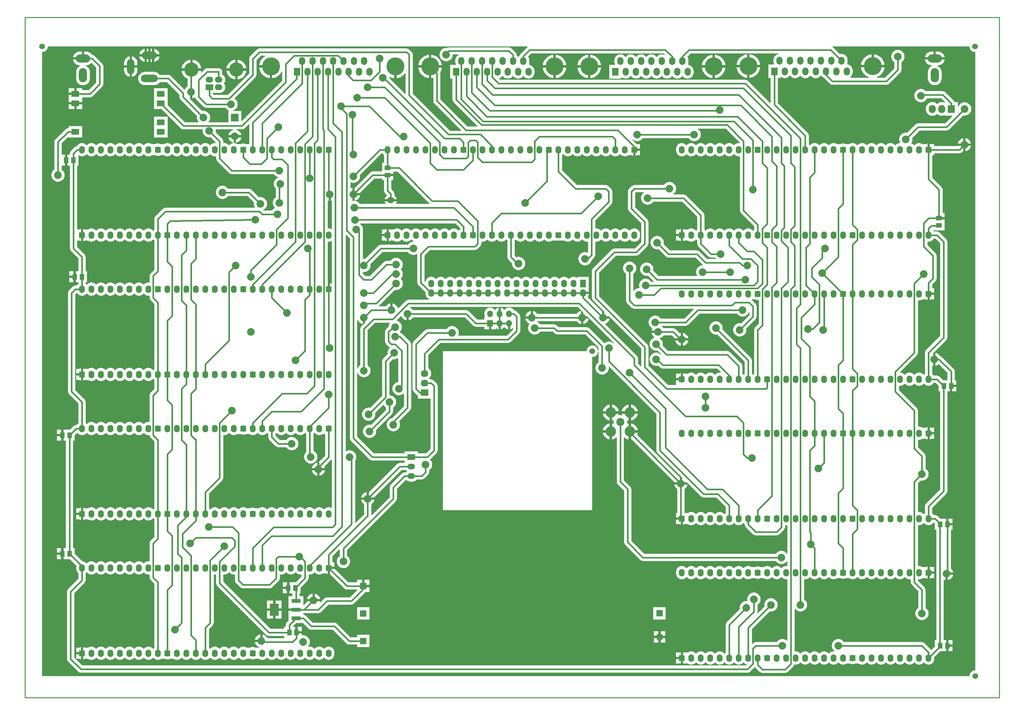
<source format=gbl>
%FSLAX44Y44*%
%MOMM*%
G71*
G01*
G75*
G04 Layer_Physical_Order=2*
G04 Layer_Color=16711680*
%ADD10R,1.5000X1.3000*%
%ADD11R,1.3000X1.5000*%
%ADD12R,2.4000X1.0000*%
%ADD13R,2.4000X3.3000*%
%ADD14C,0.3810*%
%ADD15C,0.2540*%
%ADD16R,1.7780X1.7780*%
%ADD17C,4.8000*%
%ADD18O,1.6510X2.1590*%
%ADD19R,1.6510X2.1590*%
%ADD20R,2.1590X1.5240*%
%ADD21C,2.0000*%
%ADD22R,2.0000X2.0000*%
%ADD23O,1.5240X1.7780*%
%ADD24R,1.5240X2.0320*%
%ADD25O,1.5240X2.0320*%
%ADD26C,1.5240*%
%ADD27C,3.8000*%
%ADD28O,2.0320X1.5240*%
%ADD29R,2.0320X1.5240*%
%ADD30O,1.5000X2.0320*%
%ADD31O,1.5000X2.0320*%
%ADD32O,2.0000X4.0000*%
%ADD33O,4.0000X2.0000*%
%ADD34O,4.5000X2.0000*%
%ADD35R,1.5240X1.5000*%
%ADD36O,2.1590X3.8100*%
%ADD37O,3.8100X2.1590*%
%ADD38C,2.8000*%
%ADD39C,2.1590*%
%ADD40O,2.0320X1.7780*%
%ADD41R,2.0320X1.7780*%
%ADD42O,1.5240X1.7780*%
%ADD43R,1.5240X1.7780*%
%ADD44O,1.9050X2.1590*%
%ADD45R,1.9050X2.1590*%
%ADD46R,1.5000X1.5000*%
%ADD47C,2.0320*%
%ADD48C,1.7780*%
G36*
X453885Y1396105D02*
X456206Y1394201D01*
X458853Y1392786D01*
X461726Y1391915D01*
X464714Y1391620D01*
X466866Y1391832D01*
X467807Y1390979D01*
Y1386614D01*
X467807Y1386614D01*
X467807D01*
X468134Y1384127D01*
X469094Y1381810D01*
X470620Y1379821D01*
X503641Y1346801D01*
X505630Y1345274D01*
X507269Y1344595D01*
X507947Y1344314D01*
X510434Y1343987D01*
X622408D01*
X622579Y1343668D01*
X624801Y1340961D01*
X627508Y1338739D01*
X630597Y1337088D01*
X633948Y1336071D01*
X633818Y1334747D01*
X633137Y1334540D01*
X630048Y1332889D01*
X627341Y1330667D01*
X625119Y1327960D01*
X623468Y1324871D01*
X622451Y1321519D01*
X622108Y1318034D01*
X622451Y1314548D01*
X623468Y1311197D01*
X625119Y1308108D01*
X627341Y1305401D01*
X627827Y1305002D01*
Y1282259D01*
X627508Y1282089D01*
X624801Y1279867D01*
X622579Y1277160D01*
X620928Y1274071D01*
X619911Y1270719D01*
X619568Y1267234D01*
X619911Y1263748D01*
X620928Y1260397D01*
X622579Y1257308D01*
X624801Y1254601D01*
X625189Y1254282D01*
X625064Y1253018D01*
X622428Y1251609D01*
X619721Y1249387D01*
X617499Y1246680D01*
X617328Y1246361D01*
X595693D01*
X594482Y1247572D01*
X594669Y1248828D01*
X596560Y1249839D01*
X599267Y1252061D01*
X601489Y1254768D01*
X603140Y1257857D01*
X604157Y1261208D01*
X604500Y1264694D01*
X604157Y1268179D01*
X603140Y1271531D01*
X601489Y1274620D01*
X599267Y1277327D01*
X596560Y1279549D01*
X593471Y1281200D01*
X590119Y1282217D01*
X586634Y1282560D01*
X583148Y1282217D01*
X582803Y1282112D01*
X562947Y1301967D01*
X560957Y1303494D01*
X558640Y1304454D01*
X556154Y1304781D01*
X500059D01*
X499889Y1305100D01*
X497667Y1307807D01*
X494960Y1310029D01*
X491871Y1311680D01*
X488519Y1312697D01*
X485034Y1313040D01*
X481548Y1312697D01*
X478197Y1311680D01*
X475108Y1310029D01*
X472401Y1307807D01*
X470179Y1305100D01*
X468528Y1302011D01*
X467511Y1298659D01*
X467168Y1295174D01*
X467511Y1291689D01*
X468528Y1288337D01*
X470179Y1285248D01*
X472401Y1282541D01*
X475108Y1280319D01*
X478197Y1278668D01*
X481548Y1277651D01*
X485034Y1277308D01*
X488519Y1277651D01*
X491871Y1278668D01*
X494960Y1280319D01*
X497667Y1282541D01*
X499889Y1285248D01*
X500059Y1285567D01*
X552174D01*
X569216Y1268525D01*
X569111Y1268179D01*
X568768Y1264694D01*
X569111Y1261208D01*
X570128Y1257857D01*
X571617Y1255070D01*
X570964Y1253981D01*
X332634D01*
X330147Y1253654D01*
X327830Y1252694D01*
X325840Y1251167D01*
X305520Y1230847D01*
X303994Y1228857D01*
X303034Y1226541D01*
X302707Y1224054D01*
Y1195245D01*
X301485Y1194242D01*
X300249Y1192736D01*
X298979D01*
X297742Y1194242D01*
X295422Y1196147D01*
X292774Y1197562D01*
X289901Y1198433D01*
X286914Y1198728D01*
X283926Y1198433D01*
X281054Y1197562D01*
X278406Y1196147D01*
X276085Y1194242D01*
X274849Y1192736D01*
X273579D01*
X272342Y1194242D01*
X270022Y1196147D01*
X267374Y1197562D01*
X264501Y1198433D01*
X261514Y1198728D01*
X258526Y1198433D01*
X255653Y1197562D01*
X253006Y1196147D01*
X250685Y1194242D01*
X249449Y1192736D01*
X248179D01*
X246942Y1194242D01*
X244622Y1196147D01*
X241974Y1197562D01*
X239101Y1198433D01*
X236114Y1198728D01*
X233126Y1198433D01*
X230254Y1197562D01*
X227606Y1196147D01*
X225285Y1194242D01*
X224049Y1192736D01*
X222779D01*
X221542Y1194242D01*
X219222Y1196147D01*
X216574Y1197562D01*
X213701Y1198433D01*
X210714Y1198728D01*
X207726Y1198433D01*
X204853Y1197562D01*
X202206Y1196147D01*
X199885Y1194242D01*
X198649Y1192736D01*
X197379D01*
X196142Y1194242D01*
X193822Y1196147D01*
X191174Y1197562D01*
X188301Y1198433D01*
X185314Y1198728D01*
X182326Y1198433D01*
X179454Y1197562D01*
X176806Y1196147D01*
X174485Y1194242D01*
X173249Y1192736D01*
X171979D01*
X170742Y1194242D01*
X168422Y1196147D01*
X165774Y1197562D01*
X162901Y1198433D01*
X159914Y1198728D01*
X156926Y1198433D01*
X154053Y1197562D01*
X151406Y1196147D01*
X149085Y1194242D01*
X147849Y1192736D01*
X146579D01*
X145342Y1194242D01*
X143022Y1196147D01*
X140374Y1197562D01*
X137501Y1198433D01*
X134514Y1198728D01*
X131526Y1198433D01*
X128653Y1197562D01*
X126006Y1196147D01*
X125284Y1195554D01*
X124354Y1195994D01*
Y1195994D01*
X124354Y1195994D01*
X115532D01*
X114974Y1196292D01*
X112289Y1197107D01*
Y1180871D01*
Y1164641D01*
X114974Y1165456D01*
X115532Y1165754D01*
X124354D01*
X124354Y1165754D01*
Y1165754D01*
X125284Y1166194D01*
X126006Y1165601D01*
X128653Y1164186D01*
X131526Y1163315D01*
X134514Y1163020D01*
X137501Y1163315D01*
X140374Y1164186D01*
X143022Y1165601D01*
X145342Y1167505D01*
X146579Y1169012D01*
X147849D01*
X149085Y1167505D01*
X151406Y1165601D01*
X154053Y1164186D01*
X156926Y1163315D01*
X159914Y1163020D01*
X162901Y1163315D01*
X165774Y1164186D01*
X168422Y1165601D01*
X170742Y1167505D01*
X171979Y1169012D01*
X173249D01*
X174485Y1167505D01*
X176806Y1165601D01*
X179454Y1164186D01*
X182326Y1163315D01*
X185314Y1163020D01*
X188301Y1163315D01*
X191174Y1164186D01*
X193822Y1165601D01*
X196142Y1167505D01*
X197379Y1169012D01*
X198649D01*
X199885Y1167505D01*
X202206Y1165601D01*
X204853Y1164186D01*
X207726Y1163315D01*
X210714Y1163020D01*
X213701Y1163315D01*
X216574Y1164186D01*
X219222Y1165601D01*
X221542Y1167505D01*
X222779Y1169012D01*
X224049D01*
X225285Y1167505D01*
X227606Y1165601D01*
X230254Y1164186D01*
X233126Y1163315D01*
X236114Y1163020D01*
X239101Y1163315D01*
X241974Y1164186D01*
X244622Y1165601D01*
X246942Y1167505D01*
X248179Y1169012D01*
X249449D01*
X250685Y1167505D01*
X253006Y1165601D01*
X255653Y1164186D01*
X258526Y1163315D01*
X261514Y1163020D01*
X264501Y1163315D01*
X267374Y1164186D01*
X270022Y1165601D01*
X272342Y1167505D01*
X273579Y1169012D01*
X274849D01*
X276085Y1167505D01*
X278406Y1165601D01*
X281054Y1164186D01*
X283926Y1163315D01*
X286914Y1163020D01*
X289901Y1163315D01*
X292774Y1164186D01*
X295422Y1165601D01*
X297742Y1167505D01*
X298979Y1169012D01*
X300249D01*
X301485Y1167505D01*
X302707Y1166503D01*
Y1087691D01*
X292820Y1077805D01*
X291294Y1075815D01*
X290334Y1073498D01*
X290007Y1071012D01*
Y1054589D01*
X289066Y1053736D01*
X286914Y1053948D01*
X283926Y1053653D01*
X281054Y1052782D01*
X278406Y1051367D01*
X276085Y1049462D01*
X274849Y1047956D01*
X273579D01*
X272342Y1049462D01*
X270022Y1051367D01*
X267374Y1052782D01*
X264501Y1053653D01*
X261514Y1053948D01*
X258526Y1053653D01*
X255653Y1052782D01*
X253006Y1051367D01*
X250685Y1049462D01*
X249449Y1047956D01*
X248179D01*
X246942Y1049462D01*
X244622Y1051367D01*
X241974Y1052782D01*
X239101Y1053653D01*
X236114Y1053948D01*
X233126Y1053653D01*
X230254Y1052782D01*
X227606Y1051367D01*
X225285Y1049462D01*
X224049Y1047956D01*
X222779D01*
X221542Y1049462D01*
X219222Y1051367D01*
X216574Y1052782D01*
X213701Y1053653D01*
X210714Y1053948D01*
X207726Y1053653D01*
X204853Y1052782D01*
X202206Y1051367D01*
X199885Y1049462D01*
X198649Y1047956D01*
X197379D01*
X196142Y1049462D01*
X193822Y1051367D01*
X191174Y1052782D01*
X188301Y1053653D01*
X185314Y1053948D01*
X182326Y1053653D01*
X179454Y1052782D01*
X176806Y1051367D01*
X174485Y1049462D01*
X173249Y1047956D01*
X171979D01*
X170742Y1049462D01*
X168422Y1051367D01*
X165774Y1052782D01*
X162901Y1053653D01*
X159914Y1053948D01*
X156926Y1053653D01*
X154053Y1052782D01*
X151406Y1051367D01*
X149085Y1049462D01*
X147849Y1047956D01*
X146579D01*
X145342Y1049462D01*
X143022Y1051367D01*
X140374Y1052782D01*
X137501Y1053653D01*
X134514Y1053948D01*
X131526Y1053653D01*
X128653Y1052782D01*
X126006Y1051367D01*
X123685Y1049462D01*
X122449Y1047956D01*
X121179D01*
X119942Y1049462D01*
X118721Y1050465D01*
Y1053994D01*
X122574D01*
Y1084234D01*
X118721D01*
Y1122454D01*
X118394Y1124940D01*
X117434Y1127258D01*
X115907Y1129247D01*
X95861Y1149293D01*
Y1165754D01*
X102696D01*
X103253Y1165456D01*
X105939Y1164641D01*
Y1180871D01*
Y1197107D01*
X103253Y1196292D01*
X102696Y1195994D01*
X95861D01*
Y1366414D01*
X99714D01*
Y1393443D01*
X100803Y1394096D01*
X103253Y1392786D01*
X106126Y1391915D01*
X109114Y1391620D01*
X112101Y1391915D01*
X114974Y1392786D01*
X117622Y1394201D01*
X119942Y1396105D01*
X121179Y1397612D01*
X122449D01*
X123685Y1396105D01*
X126006Y1394201D01*
X128653Y1392786D01*
X131526Y1391915D01*
X134514Y1391620D01*
X137501Y1391915D01*
X140374Y1392786D01*
X143022Y1394201D01*
X145342Y1396105D01*
X146579Y1397612D01*
X147849D01*
X149085Y1396105D01*
X151406Y1394201D01*
X154053Y1392786D01*
X156926Y1391915D01*
X159914Y1391620D01*
X162901Y1391915D01*
X165774Y1392786D01*
X168422Y1394201D01*
X170742Y1396105D01*
X171979Y1397612D01*
X173249D01*
X174485Y1396105D01*
X176806Y1394201D01*
X179454Y1392786D01*
X182326Y1391915D01*
X185314Y1391620D01*
X188301Y1391915D01*
X191174Y1392786D01*
X193822Y1394201D01*
X196142Y1396105D01*
X197379Y1397612D01*
X198649D01*
X199885Y1396105D01*
X202206Y1394201D01*
X204853Y1392786D01*
X207726Y1391915D01*
X210714Y1391620D01*
X213701Y1391915D01*
X216574Y1392786D01*
X219222Y1394201D01*
X221542Y1396105D01*
X222779Y1397612D01*
X224049D01*
X225285Y1396105D01*
X227606Y1394201D01*
X230254Y1392786D01*
X233126Y1391915D01*
X236114Y1391620D01*
X239101Y1391915D01*
X241974Y1392786D01*
X244622Y1394201D01*
X246942Y1396105D01*
X248179Y1397612D01*
X249449D01*
X250685Y1396105D01*
X253006Y1394201D01*
X255653Y1392786D01*
X258526Y1391915D01*
X261514Y1391620D01*
X264501Y1391915D01*
X267374Y1392786D01*
X270022Y1394201D01*
X272342Y1396105D01*
X273579Y1397612D01*
X274849D01*
X276085Y1396105D01*
X278406Y1394201D01*
X281054Y1392786D01*
X283926Y1391915D01*
X286914Y1391620D01*
X289901Y1391915D01*
X292774Y1392786D01*
X295422Y1394201D01*
X296144Y1394794D01*
X297074Y1394354D01*
Y1394354D01*
X297074Y1394354D01*
X305896D01*
X306453Y1394056D01*
X309326Y1393185D01*
X312314Y1392890D01*
X315301Y1393185D01*
X318174Y1394056D01*
X318732Y1394354D01*
X327554D01*
X327554Y1394354D01*
Y1394354D01*
X328484Y1394794D01*
X329206Y1394201D01*
X331853Y1392786D01*
X334726Y1391915D01*
X337714Y1391620D01*
X340701Y1391915D01*
X343574Y1392786D01*
X346222Y1394201D01*
X348542Y1396105D01*
X349779Y1397612D01*
X351049D01*
X352285Y1396105D01*
X354606Y1394201D01*
X357253Y1392786D01*
X360126Y1391915D01*
X363114Y1391620D01*
X366101Y1391915D01*
X368974Y1392786D01*
X371622Y1394201D01*
X373942Y1396105D01*
X375179Y1397612D01*
X376449D01*
X377685Y1396105D01*
X380006Y1394201D01*
X382654Y1392786D01*
X385526Y1391915D01*
X388514Y1391620D01*
X391501Y1391915D01*
X394374Y1392786D01*
X397022Y1394201D01*
X399342Y1396105D01*
X400579Y1397612D01*
X401849D01*
X403085Y1396105D01*
X405406Y1394201D01*
X408054Y1392786D01*
X410926Y1391915D01*
X413914Y1391620D01*
X416901Y1391915D01*
X419774Y1392786D01*
X422422Y1394201D01*
X424742Y1396105D01*
X425979Y1397612D01*
X427249D01*
X428485Y1396105D01*
X430806Y1394201D01*
X433453Y1392786D01*
X436326Y1391915D01*
X439314Y1391620D01*
X442301Y1391915D01*
X445174Y1392786D01*
X447822Y1394201D01*
X450142Y1396105D01*
X451379Y1397612D01*
X452649D01*
X453885Y1396105D01*
D02*
G37*
G36*
X914261Y1398426D02*
X916165Y1396105D01*
X917387Y1395103D01*
Y1374674D01*
X911874D01*
Y1351161D01*
X887014D01*
X884527Y1350834D01*
X882210Y1349874D01*
X880220Y1348347D01*
X839385Y1307512D01*
X839039Y1307617D01*
X838729Y1307647D01*
Y1293269D01*
X853107D01*
X853077Y1293579D01*
X852972Y1293925D01*
X890993Y1331947D01*
X911874D01*
Y1327434D01*
X917387D01*
Y1299824D01*
X917387Y1299824D01*
X917387D01*
X917714Y1297338D01*
X918674Y1295021D01*
X920201Y1293031D01*
X925107Y1288125D01*
X925044Y1286856D01*
X923751Y1285795D01*
X921688Y1283281D01*
X920155Y1280413D01*
X919211Y1277300D01*
X919205Y1277239D01*
X951759D01*
X951753Y1277300D01*
X950809Y1280413D01*
X949276Y1283281D01*
X947213Y1285795D01*
X945089Y1287538D01*
Y1291336D01*
X944762Y1293822D01*
X943802Y1296140D01*
X942275Y1298129D01*
X936601Y1303804D01*
Y1327434D01*
X942114D01*
Y1338379D01*
X926991D01*
Y1344729D01*
X942114D01*
Y1346434D01*
Y1350947D01*
X954154D01*
X1039581Y1265521D01*
X1039811Y1265344D01*
X1039403Y1264141D01*
X950134D01*
X949481Y1265230D01*
X950809Y1267715D01*
X951753Y1270827D01*
X951759Y1270889D01*
X919205D01*
X919211Y1270827D01*
X920155Y1267715D01*
X921483Y1265230D01*
X920830Y1264141D01*
X853119D01*
X852949Y1264460D01*
X850727Y1267167D01*
X848020Y1269389D01*
X844931Y1271040D01*
X841579Y1272057D01*
X838332Y1272376D01*
Y1272376D01*
X838332Y1272376D01*
X838094Y1272400D01*
X838163Y1272484D01*
X835554Y1272227D01*
X832379Y1272540D01*
Y1290091D01*
Y1307647D01*
X832068Y1307617D01*
X828717Y1306600D01*
X828470Y1306468D01*
X827381Y1307121D01*
Y1321327D01*
X828470Y1321980D01*
X828717Y1321848D01*
X832068Y1320831D01*
X835554Y1320488D01*
X839039Y1320831D01*
X842391Y1321848D01*
X845480Y1323499D01*
X848187Y1325721D01*
X850409Y1328428D01*
X852060Y1331517D01*
X853077Y1334868D01*
X853420Y1338354D01*
X853077Y1341839D01*
X852972Y1342185D01*
X910653Y1399867D01*
X913491D01*
X914261Y1398426D01*
D02*
G37*
G36*
X2391814Y408587D02*
Y391054D01*
X2395667D01*
Y96174D01*
X2391814D01*
Y78640D01*
X2382986Y69813D01*
X2381719Y69896D01*
X2381587Y70067D01*
X2363807Y87847D01*
X2361817Y89374D01*
X2359500Y90334D01*
X2357014Y90661D01*
X2148519D01*
X2148349Y90980D01*
X2146127Y93687D01*
X2143420Y95909D01*
X2140331Y97560D01*
X2136979Y98577D01*
X2133494Y98920D01*
X2130008Y98577D01*
X2126657Y97560D01*
X2123568Y95909D01*
X2120861Y93687D01*
X2118639Y90980D01*
X2116988Y87891D01*
X2115971Y84539D01*
X2115628Y81054D01*
X2115971Y77568D01*
X2116988Y74217D01*
X2118639Y71128D01*
X2120861Y68421D01*
X2122686Y66922D01*
X2122200Y65749D01*
X2120794Y65888D01*
X2117806Y65593D01*
X2114933Y64722D01*
X2112286Y63307D01*
X2109965Y61402D01*
X2108729Y59896D01*
X2107459D01*
X2106222Y61402D01*
X2103902Y63307D01*
X2101254Y64722D01*
X2098381Y65593D01*
X2095394Y65888D01*
X2092406Y65593D01*
X2089534Y64722D01*
X2086886Y63307D01*
X2084565Y61402D01*
X2083329Y59896D01*
X2082059D01*
X2080822Y61402D01*
X2078502Y63307D01*
X2075854Y64722D01*
X2072981Y65593D01*
X2069994Y65888D01*
X2067006Y65593D01*
X2064133Y64722D01*
X2061486Y63307D01*
X2059165Y61402D01*
X2057929Y59896D01*
X2056659D01*
X2055422Y61402D01*
X2053102Y63307D01*
X2050454Y64722D01*
X2047581Y65593D01*
X2044594Y65888D01*
X2041606Y65593D01*
X2038734Y64722D01*
X2036086Y63307D01*
X2033765Y61402D01*
X2032529Y59896D01*
X2031259D01*
X2030022Y61402D01*
X2027702Y63307D01*
X2025054Y64722D01*
X2022181Y65593D01*
X2019194Y65888D01*
X2017042Y65676D01*
X2016101Y66529D01*
Y179606D01*
X2017297Y180034D01*
X2019261Y177641D01*
X2021968Y175419D01*
X2025057Y173768D01*
X2028408Y172751D01*
X2031894Y172408D01*
X2035379Y172751D01*
X2038731Y173768D01*
X2041820Y175419D01*
X2044527Y177641D01*
X2046749Y180348D01*
X2048400Y183437D01*
X2049417Y186789D01*
X2049760Y190274D01*
X2049417Y193759D01*
X2048400Y197111D01*
X2046749Y200200D01*
X2044527Y202907D01*
X2041820Y205129D01*
X2041501Y205299D01*
Y258139D01*
X2042442Y258992D01*
X2044594Y258780D01*
X2047581Y259074D01*
X2050454Y259946D01*
X2053102Y261361D01*
X2055422Y263265D01*
X2056659Y264772D01*
X2057929D01*
X2059165Y263265D01*
X2061486Y261361D01*
X2064133Y259946D01*
X2067006Y259074D01*
X2069994Y258780D01*
X2072981Y259074D01*
X2075854Y259946D01*
X2078502Y261361D01*
X2080822Y263265D01*
X2082059Y264772D01*
X2083329D01*
X2084565Y263265D01*
X2086886Y261361D01*
X2089534Y259946D01*
X2092406Y259074D01*
X2095394Y258780D01*
X2098381Y259074D01*
X2101254Y259946D01*
X2103902Y261361D01*
X2106222Y263265D01*
X2107459Y264772D01*
X2108729D01*
X2109965Y263265D01*
X2112286Y261361D01*
X2114933Y259946D01*
X2117806Y259074D01*
X2120794Y258780D01*
X2123781Y259074D01*
X2126654Y259946D01*
X2129302Y261361D01*
X2130024Y261954D01*
X2130954Y261514D01*
Y261514D01*
X2130954Y261514D01*
X2139776D01*
X2140334Y261216D01*
X2143206Y260345D01*
X2146194Y260050D01*
X2149181Y260345D01*
X2152054Y261216D01*
X2152612Y261514D01*
X2161434D01*
X2161434Y261514D01*
Y261514D01*
X2162364Y261954D01*
X2163086Y261361D01*
X2165733Y259946D01*
X2168606Y259074D01*
X2171594Y258780D01*
X2174581Y259074D01*
X2177454Y259946D01*
X2180102Y261361D01*
X2182422Y263265D01*
X2183659Y264772D01*
X2184929D01*
X2186165Y263265D01*
X2188486Y261361D01*
X2191134Y259946D01*
X2194006Y259074D01*
X2196994Y258780D01*
X2199981Y259074D01*
X2202854Y259946D01*
X2205502Y261361D01*
X2207822Y263265D01*
X2209059Y264772D01*
X2210329D01*
X2211565Y263265D01*
X2213886Y261361D01*
X2216534Y259946D01*
X2219406Y259074D01*
X2222394Y258780D01*
X2225381Y259074D01*
X2228254Y259946D01*
X2230902Y261361D01*
X2233222Y263265D01*
X2234459Y264772D01*
X2235729D01*
X2236965Y263265D01*
X2239286Y261361D01*
X2241933Y259946D01*
X2244806Y259074D01*
X2247794Y258780D01*
X2250781Y259074D01*
X2253654Y259946D01*
X2256302Y261361D01*
X2258622Y263265D01*
X2259859Y264772D01*
X2261129D01*
X2262365Y263265D01*
X2264686Y261361D01*
X2267334Y259946D01*
X2270206Y259074D01*
X2273194Y258780D01*
X2276181Y259074D01*
X2279054Y259946D01*
X2281702Y261361D01*
X2284022Y263265D01*
X2285259Y264772D01*
X2286529D01*
X2287765Y263265D01*
X2290086Y261361D01*
X2292733Y259946D01*
X2295606Y259074D01*
X2298594Y258780D01*
X2301581Y259074D01*
X2304454Y259946D01*
X2307102Y261361D01*
X2309422Y263265D01*
X2310659Y264772D01*
X2311929D01*
X2313165Y263265D01*
X2315486Y261361D01*
X2318134Y259946D01*
X2321006Y259074D01*
X2323994Y258780D01*
X2326146Y258992D01*
X2327087Y258139D01*
Y251234D01*
X2327087Y251234D01*
X2327087D01*
X2327414Y248747D01*
X2328374Y246430D01*
X2329901Y244441D01*
X2347407Y226935D01*
Y182439D01*
X2347088Y182269D01*
X2344381Y180047D01*
X2342159Y177340D01*
X2340508Y174251D01*
X2339491Y170899D01*
X2339148Y167414D01*
X2339491Y163929D01*
X2340508Y160577D01*
X2342159Y157488D01*
X2344381Y154781D01*
X2347088Y152559D01*
X2350177Y150908D01*
X2353528Y149891D01*
X2357014Y149548D01*
X2360499Y149891D01*
X2363851Y150908D01*
X2366940Y152559D01*
X2369647Y154781D01*
X2371869Y157488D01*
X2373520Y160577D01*
X2374537Y163929D01*
X2374880Y167414D01*
X2374537Y170899D01*
X2373520Y174251D01*
X2371869Y177340D01*
X2369647Y180047D01*
X2366940Y182269D01*
X2366621Y182439D01*
Y230914D01*
X2366294Y233400D01*
X2365334Y235718D01*
X2363807Y237707D01*
X2346301Y255213D01*
Y258139D01*
X2347242Y258992D01*
X2349394Y258780D01*
X2352381Y259074D01*
X2355254Y259946D01*
X2357902Y261361D01*
X2358624Y261954D01*
X2359554Y261514D01*
Y261514D01*
X2359554Y261514D01*
X2368376D01*
X2368934Y261216D01*
X2371619Y260401D01*
Y276631D01*
Y292867D01*
X2368934Y292052D01*
X2368376Y291754D01*
X2359554D01*
X2359554Y291754D01*
Y291754D01*
X2358624Y291314D01*
X2357902Y291907D01*
X2355254Y293322D01*
X2352381Y294193D01*
X2349394Y294488D01*
X2347242Y294276D01*
X2346301Y295129D01*
Y402919D01*
X2347242Y403772D01*
X2349394Y403560D01*
X2352381Y403854D01*
X2355254Y404726D01*
X2357902Y406141D01*
X2360222Y408046D01*
X2361459Y409552D01*
X2362729D01*
X2363965Y408046D01*
X2366286Y406141D01*
X2368934Y404726D01*
X2371806Y403854D01*
X2374794Y403560D01*
X2377781Y403854D01*
X2380654Y404726D01*
X2383302Y406141D01*
X2385622Y408046D01*
X2387527Y410366D01*
X2387898Y411061D01*
X2389154Y411247D01*
X2391814Y408587D01*
D02*
G37*
G36*
X682485Y275965D02*
X684806Y274061D01*
X687454Y272646D01*
X690326Y271775D01*
X693314Y271480D01*
X695466Y271692D01*
X696407Y270839D01*
Y266033D01*
X681487Y251114D01*
X664129D01*
Y235991D01*
Y220874D01*
X672067D01*
Y213194D01*
X662054D01*
Y187954D01*
Y180749D01*
X681677D01*
Y174399D01*
X662054D01*
Y164954D01*
Y148541D01*
X657144Y143631D01*
X657144Y143631D01*
X657144Y143631D01*
X656631Y142962D01*
X655618Y141642D01*
X654658Y139325D01*
Y139325D01*
X654658Y139325D01*
X654546Y138475D01*
X654331Y136838D01*
Y136838D01*
Y136838D01*
Y131734D01*
X649818D01*
Y126221D01*
X613473D01*
X487021Y252673D01*
Y270839D01*
X487962Y271692D01*
X490114Y271480D01*
X493101Y271775D01*
X495974Y272646D01*
X498622Y274061D01*
X500942Y275965D01*
X502179Y277472D01*
X503449D01*
X504685Y275965D01*
X507006Y274061D01*
X509654Y272646D01*
X512526Y271775D01*
X515514Y271480D01*
X517518Y271678D01*
X518459Y270825D01*
Y256032D01*
X518459Y256032D01*
X518459D01*
X518786Y253545D01*
X519746Y251228D01*
X521273Y249239D01*
X533211Y237301D01*
X535200Y235774D01*
X537518Y234814D01*
X540004Y234487D01*
X611124D01*
X613610Y234814D01*
X615928Y235774D01*
X617917Y237301D01*
X635697Y255081D01*
X637224Y257070D01*
X638184Y259387D01*
X638511Y261874D01*
Y271022D01*
X639526Y271775D01*
X642514Y271480D01*
X645501Y271775D01*
X648374Y272646D01*
X651022Y274061D01*
X653342Y275965D01*
X654579Y277472D01*
X655849D01*
X657085Y275965D01*
X659406Y274061D01*
X662054Y272646D01*
X664926Y271775D01*
X667914Y271480D01*
X670901Y271775D01*
X673774Y272646D01*
X676422Y274061D01*
X678742Y275965D01*
X679979Y277472D01*
X681249D01*
X682485Y275965D01*
D02*
G37*
G36*
X1120587Y1199754D02*
Y1195245D01*
X1119365Y1194242D01*
X1118129Y1192736D01*
X1116859D01*
X1115622Y1194242D01*
X1113302Y1196147D01*
X1110654Y1197562D01*
X1107781Y1198433D01*
X1104794Y1198728D01*
X1101806Y1198433D01*
X1098933Y1197562D01*
X1096286Y1196147D01*
X1093965Y1194242D01*
X1092729Y1192736D01*
X1091459D01*
X1090222Y1194242D01*
X1087902Y1196147D01*
X1085254Y1197562D01*
X1082381Y1198433D01*
X1079394Y1198728D01*
X1076406Y1198433D01*
X1073533Y1197562D01*
X1070886Y1196147D01*
X1068565Y1194242D01*
X1067329Y1192736D01*
X1066059D01*
X1064822Y1194242D01*
X1062502Y1196147D01*
X1059854Y1197562D01*
X1056981Y1198433D01*
X1053994Y1198728D01*
X1051006Y1198433D01*
X1048133Y1197562D01*
X1045486Y1196147D01*
X1043165Y1194242D01*
X1041929Y1192736D01*
X1040659D01*
X1039422Y1194242D01*
X1037102Y1196147D01*
X1034454Y1197562D01*
X1031581Y1198433D01*
X1028594Y1198728D01*
X1025606Y1198433D01*
X1022734Y1197562D01*
X1020086Y1196147D01*
X1017765Y1194242D01*
X1016529Y1192736D01*
X1015259D01*
X1014022Y1194242D01*
X1011702Y1196147D01*
X1009054Y1197562D01*
X1006181Y1198433D01*
X1003194Y1198728D01*
X1000206Y1198433D01*
X997334Y1197562D01*
X994686Y1196147D01*
X992365Y1194242D01*
X991129Y1192736D01*
X989859D01*
X988622Y1194242D01*
X986302Y1196147D01*
X983654Y1197562D01*
X980781Y1198433D01*
X977794Y1198728D01*
X974806Y1198433D01*
X971934Y1197562D01*
X969286Y1196147D01*
X966965Y1194242D01*
X965729Y1192736D01*
X964459D01*
X963222Y1194242D01*
X960902Y1196147D01*
X958254Y1197562D01*
X955381Y1198433D01*
X952394Y1198728D01*
X949406Y1198433D01*
X946534Y1197562D01*
X943886Y1196147D01*
X943164Y1195554D01*
X942234Y1195994D01*
Y1195994D01*
X942234Y1195994D01*
X933412D01*
X932854Y1196292D01*
X930169Y1197107D01*
Y1180871D01*
Y1164641D01*
X932854Y1165456D01*
X933412Y1165754D01*
X942234D01*
X942234Y1165754D01*
Y1165754D01*
X943164Y1166194D01*
X943886Y1165601D01*
X946534Y1164186D01*
X949406Y1163315D01*
X952394Y1163020D01*
X955381Y1163315D01*
X958254Y1164186D01*
X960902Y1165601D01*
X963222Y1167505D01*
X964459Y1169012D01*
X965729D01*
X966965Y1167505D01*
X969286Y1165601D01*
X971934Y1164186D01*
X974806Y1163315D01*
X977794Y1163020D01*
X980781Y1163315D01*
X983654Y1164186D01*
X986302Y1165601D01*
X988622Y1167505D01*
X989859Y1169012D01*
X991129D01*
X992365Y1167505D01*
X994686Y1165601D01*
X997094Y1164314D01*
X996725Y1163099D01*
X995899Y1163180D01*
X992413Y1162837D01*
X989062Y1161820D01*
X985973Y1160169D01*
X983266Y1157947D01*
X981044Y1155240D01*
X980874Y1154921D01*
X909214D01*
X906727Y1154594D01*
X904410Y1153634D01*
X902421Y1152107D01*
X867325Y1117012D01*
X866979Y1117117D01*
X863494Y1117460D01*
X861342Y1117248D01*
X860401Y1118101D01*
Y1191034D01*
X860344Y1191466D01*
X860697Y1192628D01*
X861040Y1196114D01*
X860697Y1199599D01*
X859680Y1202951D01*
X858029Y1206040D01*
X855807Y1208747D01*
X854165Y1210094D01*
X854071Y1211052D01*
X854649Y1212133D01*
X1108208D01*
X1120587Y1199754D01*
D02*
G37*
G36*
X2401974Y776887D02*
Y761894D01*
X2405827D01*
Y499053D01*
X2368000Y461227D01*
X2366474Y459238D01*
X2365514Y456921D01*
X2365187Y454434D01*
Y435785D01*
X2363965Y434782D01*
X2362729Y433276D01*
X2361459D01*
X2360222Y434782D01*
X2357902Y436687D01*
X2355254Y438102D01*
X2352381Y438973D01*
X2349394Y439268D01*
X2347242Y439056D01*
X2346301Y439909D01*
Y516494D01*
X2353183Y523376D01*
X2353528Y523271D01*
X2357014Y522928D01*
X2360499Y523271D01*
X2363851Y524288D01*
X2366940Y525939D01*
X2369647Y528161D01*
X2371869Y530868D01*
X2373520Y533957D01*
X2374537Y537309D01*
X2374880Y540794D01*
X2374537Y544279D01*
X2373520Y547631D01*
X2371869Y550720D01*
X2369647Y553427D01*
X2366940Y555649D01*
X2366621Y555819D01*
Y589054D01*
X2366294Y591540D01*
X2365334Y593857D01*
X2363807Y595847D01*
X2346301Y613353D01*
Y631519D01*
X2347242Y632372D01*
X2349394Y632160D01*
X2352381Y632454D01*
X2355254Y633326D01*
X2357902Y634741D01*
X2358624Y635334D01*
X2359554Y634894D01*
Y634894D01*
X2359554Y634894D01*
X2368376D01*
X2368934Y634596D01*
X2371619Y633781D01*
Y650011D01*
Y666247D01*
X2368934Y665432D01*
X2368376Y665134D01*
X2359554D01*
X2359554Y665134D01*
Y665134D01*
X2358624Y664694D01*
X2357902Y665287D01*
X2355254Y666702D01*
X2352381Y667573D01*
X2349394Y667868D01*
X2347242Y667656D01*
X2346301Y668509D01*
Y710974D01*
X2345974Y713460D01*
X2345014Y715778D01*
X2343487Y717767D01*
X2295501Y765753D01*
Y776299D01*
X2296442Y777152D01*
X2298594Y776940D01*
X2301581Y777234D01*
X2304454Y778106D01*
X2307102Y779521D01*
X2309422Y781425D01*
X2310659Y782932D01*
X2311929D01*
X2313165Y781425D01*
X2315486Y779521D01*
X2318134Y778106D01*
X2321006Y777234D01*
X2323994Y776940D01*
X2326981Y777234D01*
X2329854Y778106D01*
X2332502Y779521D01*
X2334822Y781425D01*
X2336059Y782932D01*
X2337329D01*
X2338565Y781425D01*
X2340886Y779521D01*
X2343533Y778106D01*
X2346406Y777234D01*
X2349394Y776940D01*
X2352381Y777234D01*
X2355254Y778106D01*
X2357902Y779521D01*
X2360222Y781425D01*
X2361459Y782932D01*
X2362729D01*
X2363965Y781425D01*
X2366286Y779521D01*
X2368934Y778106D01*
X2371806Y777234D01*
X2374794Y776940D01*
X2377781Y777234D01*
X2380654Y778106D01*
X2383302Y779521D01*
X2385622Y781425D01*
X2387527Y783746D01*
X2388297Y785187D01*
X2393674D01*
X2401974Y776887D01*
D02*
G37*
G36*
X775229Y1272541D02*
X775539Y1272571D01*
X776666Y1272913D01*
X777687Y1272157D01*
Y1197561D01*
X776597Y1196908D01*
X775374Y1197562D01*
X772501Y1198433D01*
X769514Y1198728D01*
X767362Y1198516D01*
X766421Y1199369D01*
Y1272157D01*
X767441Y1272913D01*
X768568Y1272571D01*
X768879Y1272541D01*
Y1290096D01*
X775229D01*
Y1272541D01*
D02*
G37*
G36*
X1612714Y1294531D02*
X1610321Y1292567D01*
X1608099Y1289860D01*
X1606448Y1286771D01*
X1605431Y1283419D01*
X1605088Y1279934D01*
X1605431Y1276449D01*
X1606448Y1273097D01*
X1608099Y1270008D01*
X1610321Y1267301D01*
X1613028Y1265079D01*
X1616117Y1263428D01*
X1619468Y1262411D01*
X1622954Y1262068D01*
X1626439Y1262411D01*
X1629791Y1263428D01*
X1632880Y1265079D01*
X1635587Y1267301D01*
X1637809Y1270008D01*
X1637979Y1270327D01*
X1715494D01*
X1755587Y1230235D01*
Y1195245D01*
X1754365Y1194242D01*
X1753129Y1192736D01*
X1751859D01*
X1750622Y1194242D01*
X1748302Y1196147D01*
X1745654Y1197562D01*
X1742781Y1198433D01*
X1739794Y1198728D01*
X1736806Y1198433D01*
X1733934Y1197562D01*
X1731286Y1196147D01*
X1730564Y1195554D01*
X1729634Y1195994D01*
Y1195994D01*
X1729634Y1195994D01*
X1720812D01*
X1720254Y1196292D01*
X1717569Y1197107D01*
Y1180871D01*
Y1164641D01*
X1720254Y1165456D01*
X1720812Y1165754D01*
X1729634D01*
X1729634Y1165754D01*
Y1165754D01*
X1730564Y1166194D01*
X1731286Y1165601D01*
X1733934Y1164186D01*
X1736806Y1163315D01*
X1739794Y1163020D01*
X1742781Y1163315D01*
X1745654Y1164186D01*
X1748302Y1165601D01*
X1750622Y1167505D01*
X1751859Y1169012D01*
X1753129D01*
X1754365Y1167505D01*
X1755587Y1166503D01*
Y1158014D01*
X1755587Y1158014D01*
X1755587D01*
X1755914Y1155527D01*
X1756874Y1153210D01*
X1758401Y1151221D01*
X1786340Y1123281D01*
X1788330Y1121754D01*
X1790647Y1120794D01*
X1793134Y1120467D01*
X1803508D01*
X1803679Y1120148D01*
X1805467Y1117969D01*
X1804924Y1116821D01*
X1781873D01*
X1761827Y1136867D01*
X1759837Y1138394D01*
X1757520Y1139354D01*
X1755034Y1139681D01*
X1682813D01*
X1665772Y1156723D01*
X1665877Y1157068D01*
X1666220Y1160554D01*
X1665877Y1164039D01*
X1664860Y1167391D01*
X1663209Y1170480D01*
X1660987Y1173187D01*
X1658280Y1175409D01*
X1655191Y1177060D01*
X1651839Y1178077D01*
X1648354Y1178420D01*
X1644868Y1178077D01*
X1641517Y1177060D01*
X1638428Y1175409D01*
X1635721Y1173187D01*
X1633499Y1170480D01*
X1631848Y1167391D01*
X1630831Y1164039D01*
X1630488Y1160554D01*
X1630831Y1157068D01*
X1631848Y1153717D01*
X1633499Y1150628D01*
X1635721Y1147921D01*
X1638428Y1145699D01*
X1641517Y1144048D01*
X1644868Y1143031D01*
X1648354Y1142688D01*
X1651839Y1143031D01*
X1652185Y1143136D01*
X1672041Y1123281D01*
X1672041Y1123281D01*
X1672041D01*
X1672041Y1123281D01*
X1672041D01*
X1672041Y1123281D01*
Y1123281D01*
Y1123281D01*
D01*
D01*
X1672041D01*
Y1123281D01*
X1674030Y1121754D01*
X1676347Y1120794D01*
X1678834Y1120467D01*
X1751054D01*
X1770414Y1101107D01*
X1770293Y1099871D01*
X1770223Y1099675D01*
X1766788Y1099337D01*
X1763437Y1098320D01*
X1760348Y1096669D01*
X1757641Y1094447D01*
X1755419Y1091740D01*
X1753768Y1088651D01*
X1752751Y1085299D01*
X1752408Y1081814D01*
X1752751Y1078328D01*
X1753768Y1074977D01*
X1755257Y1072190D01*
X1754604Y1071101D01*
X1652333D01*
X1637832Y1085603D01*
X1637937Y1085948D01*
X1638280Y1089434D01*
X1637937Y1092919D01*
X1636920Y1096271D01*
X1635269Y1099360D01*
X1633047Y1102067D01*
X1630340Y1104289D01*
X1627251Y1105940D01*
X1623899Y1106957D01*
X1620414Y1107300D01*
X1616928Y1106957D01*
X1613577Y1105940D01*
X1610488Y1104289D01*
X1607781Y1102067D01*
X1605559Y1099360D01*
X1603908Y1096271D01*
X1602891Y1092919D01*
X1602548Y1089434D01*
X1602891Y1085948D01*
X1603908Y1082597D01*
X1605559Y1079508D01*
X1607781Y1076801D01*
X1610488Y1074579D01*
X1613577Y1072928D01*
X1616928Y1071911D01*
X1620414Y1071568D01*
X1623899Y1071911D01*
X1624245Y1072016D01*
X1639227Y1057035D01*
X1638741Y1055861D01*
X1632899D01*
X1632729Y1056180D01*
X1630507Y1058887D01*
X1627800Y1061109D01*
X1624711Y1062760D01*
X1621359Y1063777D01*
X1617874Y1064120D01*
X1614388Y1063777D01*
X1611037Y1062760D01*
X1607948Y1061109D01*
X1605241Y1058887D01*
X1603019Y1056180D01*
X1601368Y1053091D01*
X1600351Y1049739D01*
X1600008Y1046254D01*
X1600351Y1042768D01*
X1601293Y1039663D01*
X1600488Y1038681D01*
X1600094Y1038720D01*
X1596608Y1038377D01*
X1593257Y1037360D01*
X1590168Y1035709D01*
X1587461Y1033487D01*
X1585497Y1031094D01*
X1584301Y1031522D01*
Y1076949D01*
X1584620Y1077119D01*
X1587327Y1079341D01*
X1589549Y1082048D01*
X1591200Y1085137D01*
X1592217Y1088488D01*
X1592560Y1091974D01*
X1592217Y1095459D01*
X1591200Y1098811D01*
X1589549Y1101900D01*
X1587327Y1104607D01*
X1584620Y1106829D01*
X1581531Y1108480D01*
X1578179Y1109497D01*
X1574694Y1109840D01*
X1571208Y1109497D01*
X1567857Y1108480D01*
X1564768Y1106829D01*
X1562061Y1104607D01*
X1559839Y1101900D01*
X1558188Y1098811D01*
X1557171Y1095459D01*
X1556828Y1091974D01*
X1557171Y1088488D01*
X1558188Y1085137D01*
X1559839Y1082048D01*
X1562061Y1079341D01*
X1564768Y1077119D01*
X1565087Y1076949D01*
Y1005614D01*
X1565087Y1005614D01*
X1565087D01*
X1565414Y1003127D01*
X1566374Y1000810D01*
X1567901Y998821D01*
X1580600Y986121D01*
X1582590Y984594D01*
X1584907Y983634D01*
X1587394Y983307D01*
X1745421D01*
X1745907Y982133D01*
X1720574Y956801D01*
X1658299D01*
X1658129Y957120D01*
X1655907Y959827D01*
X1653200Y962049D01*
X1650111Y963700D01*
X1646759Y964717D01*
X1643274Y965060D01*
X1639788Y964717D01*
X1636437Y963700D01*
X1633348Y962049D01*
X1630641Y959827D01*
X1628419Y957120D01*
X1626768Y954031D01*
X1625751Y950679D01*
X1625408Y947194D01*
X1625751Y943708D01*
X1626768Y940357D01*
X1628419Y937268D01*
X1630641Y934561D01*
X1633348Y932339D01*
X1634906Y931506D01*
X1635275Y930291D01*
X1634388Y928631D01*
X1633371Y925279D01*
X1633340Y924969D01*
X1650896D01*
Y918619D01*
X1633340D01*
X1633371Y918308D01*
X1634388Y914957D01*
X1636039Y911868D01*
X1638261Y909161D01*
X1640865Y907023D01*
X1640617Y905778D01*
X1638977Y905280D01*
X1635888Y903629D01*
X1633181Y901407D01*
X1630959Y898700D01*
X1629308Y895611D01*
X1628291Y892259D01*
X1627948Y888774D01*
X1628291Y885288D01*
X1629308Y881937D01*
X1630959Y878848D01*
X1633181Y876141D01*
X1635888Y873919D01*
X1638977Y872268D01*
X1642328Y871251D01*
X1645814Y870908D01*
X1649299Y871251D01*
X1649645Y871356D01*
X1659261Y861740D01*
X1658409Y860799D01*
X1655740Y862989D01*
X1652651Y864640D01*
X1649299Y865657D01*
X1645814Y866000D01*
X1642328Y865657D01*
X1638977Y864640D01*
X1635888Y862989D01*
X1633181Y860767D01*
X1630959Y858060D01*
X1629308Y854971D01*
X1628291Y851619D01*
X1627948Y848134D01*
X1628291Y844649D01*
X1629308Y841297D01*
X1630959Y838208D01*
X1633181Y835501D01*
X1635888Y833279D01*
X1638977Y831628D01*
X1642328Y830611D01*
X1645814Y830268D01*
X1649299Y830611D01*
X1651594Y831307D01*
X1656801Y826101D01*
X1658790Y824574D01*
X1661107Y823614D01*
X1663594Y823287D01*
X1809474D01*
X1819231Y813530D01*
X1818688Y812382D01*
X1815994Y812648D01*
X1813006Y812353D01*
X1810134Y811482D01*
X1807486Y810067D01*
X1805165Y808162D01*
X1803929Y806656D01*
X1802659D01*
X1801422Y808162D01*
X1799102Y810067D01*
X1796454Y811482D01*
X1793581Y812353D01*
X1790594Y812648D01*
X1787606Y812353D01*
X1784733Y811482D01*
X1782086Y810067D01*
X1779765Y808162D01*
X1778529Y806656D01*
X1777259D01*
X1776022Y808162D01*
X1773702Y810067D01*
X1771054Y811482D01*
X1768181Y812353D01*
X1765194Y812648D01*
X1762206Y812353D01*
X1759333Y811482D01*
X1756686Y810067D01*
X1754365Y808162D01*
X1753129Y806656D01*
X1751859D01*
X1750622Y808162D01*
X1748302Y810067D01*
X1745654Y811482D01*
X1742781Y812353D01*
X1739794Y812648D01*
X1736806Y812353D01*
X1733934Y811482D01*
X1731286Y810067D01*
X1730564Y809474D01*
X1729634Y809914D01*
Y809914D01*
X1729634Y809914D01*
X1720812D01*
X1720254Y810212D01*
X1717569Y811027D01*
Y794791D01*
X1714396D01*
Y791619D01*
X1699154D01*
Y779674D01*
D01*
Y779674D01*
X1698481Y779001D01*
X1677733D01*
X1624941Y831793D01*
Y881154D01*
X1624614Y883641D01*
X1624216Y884600D01*
X1623654Y885957D01*
X1622127Y887947D01*
X1492861Y1017213D01*
Y1080375D01*
X1538033Y1125547D01*
X1592474D01*
X1594960Y1125874D01*
X1597277Y1126834D01*
X1599267Y1128361D01*
X1599267Y1128361D01*
X1599267Y1128361D01*
X1622127Y1151221D01*
X1623654Y1153210D01*
X1624614Y1155527D01*
X1624941Y1158014D01*
X1624941Y1158014D01*
X1624941Y1158014D01*
Y1158014D01*
Y1216434D01*
X1624614Y1218921D01*
X1623654Y1221237D01*
X1622127Y1223227D01*
X1589381Y1255973D01*
Y1293734D01*
X1591373Y1295727D01*
X1612286D01*
X1612714Y1294531D01*
D02*
G37*
G36*
X951079Y1600986D02*
X952866Y1601127D01*
X957705Y1602289D01*
X962304Y1604193D01*
X966547Y1606794D01*
X970332Y1610026D01*
X973564Y1613811D01*
X973674Y1613991D01*
X974897Y1613646D01*
Y1559267D01*
X973724Y1558781D01*
X931965Y1600539D01*
X932160Y1602514D01*
X932037Y1603759D01*
X933114Y1604433D01*
X933504Y1604193D01*
X938103Y1602289D01*
X942942Y1601127D01*
X944729Y1600986D01*
Y1632457D01*
X951079D01*
Y1600986D01*
D02*
G37*
G36*
X599570Y1660264D02*
X596061Y1658114D01*
X592276Y1654882D01*
X589044Y1651097D01*
X586443Y1646854D01*
X584539Y1642255D01*
X583377Y1637416D01*
X583236Y1635629D01*
X614706D01*
Y1632457D01*
X617879D01*
Y1600986D01*
X619666Y1601127D01*
X624505Y1602289D01*
X629104Y1604193D01*
X633347Y1606794D01*
X637132Y1610026D01*
X640364Y1613811D01*
X642965Y1618054D01*
X643451Y1619229D01*
X644697Y1618981D01*
Y1594273D01*
X536847Y1486424D01*
X535674Y1486910D01*
Y1513054D01*
X513014D01*
X512827Y1514310D01*
X514731Y1514888D01*
X517820Y1516539D01*
X520527Y1518761D01*
X522749Y1521468D01*
X524400Y1524557D01*
X525417Y1527908D01*
X525760Y1531394D01*
X525417Y1534879D01*
X524400Y1538231D01*
X522749Y1541320D01*
X520527Y1544027D01*
X517820Y1546249D01*
X517584Y1546375D01*
X517398Y1547631D01*
X573107Y1603341D01*
X574634Y1605330D01*
X575594Y1607647D01*
X575921Y1610134D01*
Y1649335D01*
X588073Y1661487D01*
X599225D01*
X599570Y1660264D01*
D02*
G37*
G36*
X825947Y1171814D02*
Y637314D01*
X825947Y637314D01*
X825947D01*
X826274Y634827D01*
X827234Y632510D01*
X828761Y630521D01*
X879560Y579721D01*
X881550Y578194D01*
X883867Y577234D01*
X886354Y576907D01*
X972714D01*
Y571274D01*
D01*
Y571274D01*
X972161Y570721D01*
X960014D01*
X957527Y570394D01*
X955210Y569434D01*
X953221Y567907D01*
X877485Y492172D01*
X877139Y492277D01*
X876829Y492307D01*
Y477929D01*
X891207D01*
X891177Y478239D01*
X891072Y478585D01*
X963993Y551507D01*
X976123D01*
X977125Y550285D01*
X978632Y549049D01*
Y547779D01*
X977125Y546542D01*
X976123Y545321D01*
X972714D01*
X970227Y544994D01*
X967910Y544034D01*
X965920Y542507D01*
X935441Y512027D01*
X933914Y510037D01*
X932954Y507720D01*
X932627Y505234D01*
Y478733D01*
X884434Y430541D01*
X883261Y431027D01*
Y459729D01*
X883580Y459899D01*
X886287Y462121D01*
X888509Y464828D01*
X890160Y467917D01*
X891177Y471269D01*
X891207Y471579D01*
X856100D01*
X856131Y471269D01*
X857148Y467917D01*
X858799Y464828D01*
X861021Y462121D01*
X863728Y459899D01*
X864047Y459729D01*
Y433013D01*
X841254Y410221D01*
X840081Y410707D01*
Y576384D01*
X840249Y576588D01*
X841900Y579677D01*
X842917Y583028D01*
X843260Y586514D01*
X842917Y589999D01*
X841900Y593351D01*
X840249Y596440D01*
X838027Y599147D01*
X835320Y601369D01*
X832231Y603020D01*
X828879Y604037D01*
X825394Y604380D01*
X821908Y604037D01*
X818557Y603020D01*
X815770Y601531D01*
X814681Y602183D01*
Y1181421D01*
X815854Y1181907D01*
X825947Y1171814D01*
D02*
G37*
G36*
X733285Y649345D02*
X735606Y647441D01*
X738253Y646026D01*
X741126Y645154D01*
X744114Y644860D01*
X747101Y645154D01*
X749974Y646026D01*
X752622Y647441D01*
X753344Y648034D01*
X754274Y647594D01*
Y647594D01*
X754274Y647594D01*
X759907D01*
Y590493D01*
X740686Y571273D01*
X741574Y571361D01*
X744749Y571048D01*
Y556669D01*
X759127D01*
X759097Y556979D01*
X758080Y560331D01*
X757675Y561088D01*
X776307Y579721D01*
X776484Y579951D01*
X777687Y579543D01*
Y450801D01*
X776597Y450148D01*
X775374Y450802D01*
X772501Y451673D01*
X769514Y451968D01*
X766526Y451673D01*
X763653Y450802D01*
X761006Y449387D01*
X758685Y447482D01*
X757449Y445976D01*
X756179D01*
X754942Y447482D01*
X752622Y449387D01*
X749974Y450802D01*
X747101Y451673D01*
X744114Y451968D01*
X741126Y451673D01*
X738253Y450802D01*
X735606Y449387D01*
X733285Y447482D01*
X732049Y445976D01*
X730779D01*
X729542Y447482D01*
X727222Y449387D01*
X724574Y450802D01*
X721701Y451673D01*
X718714Y451968D01*
X715726Y451673D01*
X712853Y450802D01*
X710206Y449387D01*
X707885Y447482D01*
X706649Y445976D01*
X705379D01*
X704142Y447482D01*
X701822Y449387D01*
X699174Y450802D01*
X696301Y451673D01*
X693314Y451968D01*
X690326Y451673D01*
X687454Y450802D01*
X684806Y449387D01*
X682485Y447482D01*
X681249Y445976D01*
X679979D01*
X678742Y447482D01*
X676422Y449387D01*
X673774Y450802D01*
X670901Y451673D01*
X667914Y451968D01*
X664926Y451673D01*
X662054Y450802D01*
X659406Y449387D01*
X657085Y447482D01*
X655849Y445976D01*
X654579D01*
X653342Y447482D01*
X651022Y449387D01*
X648374Y450802D01*
X645501Y451673D01*
X642514Y451968D01*
X639526Y451673D01*
X636654Y450802D01*
X634006Y449387D01*
X631685Y447482D01*
X630449Y445976D01*
X629179D01*
X627942Y447482D01*
X625622Y449387D01*
X622974Y450802D01*
X620101Y451673D01*
X617114Y451968D01*
X614126Y451673D01*
X611254Y450802D01*
X608606Y449387D01*
X606285Y447482D01*
X605049Y445976D01*
X603779D01*
X602542Y447482D01*
X600222Y449387D01*
X597574Y450802D01*
X594701Y451673D01*
X591714Y451968D01*
X588726Y451673D01*
X585854Y450802D01*
X583206Y449387D01*
X582484Y448794D01*
X581554Y449234D01*
Y449234D01*
X581554Y449234D01*
X572732D01*
X572174Y449532D01*
X569301Y450403D01*
X566314Y450698D01*
X563326Y450403D01*
X560453Y449532D01*
X559896Y449234D01*
X551074D01*
X551074Y449234D01*
Y449234D01*
X550144Y448794D01*
X549422Y449387D01*
X546774Y450802D01*
X543901Y451673D01*
X540914Y451968D01*
X537926Y451673D01*
X535053Y450802D01*
X532406Y449387D01*
X530085Y447482D01*
X528849Y445976D01*
X527579D01*
X526342Y447482D01*
X524022Y449387D01*
X521374Y450802D01*
X518501Y451673D01*
X515514Y451968D01*
X512526Y451673D01*
X509654Y450802D01*
X507006Y449387D01*
X504685Y447482D01*
X503449Y445976D01*
X502179D01*
X500942Y447482D01*
X498622Y449387D01*
X495974Y450802D01*
X493101Y451673D01*
X490114Y451968D01*
X487126Y451673D01*
X484254Y450802D01*
X481606Y449387D01*
X479285Y447482D01*
X478049Y445976D01*
X476779D01*
X475542Y447482D01*
X473222Y449387D01*
X470574Y450802D01*
X467701Y451673D01*
X464714Y451968D01*
X461726Y451673D01*
X458853Y450802D01*
X456206Y449387D01*
X453885Y447482D01*
X452649Y445976D01*
X451379D01*
X450142Y447482D01*
X448921Y448485D01*
Y488554D01*
X484207Y523841D01*
X485734Y525830D01*
X486694Y528147D01*
X486694Y528147D01*
X486694Y528147D01*
X487021Y530634D01*
Y644219D01*
X487962Y645072D01*
X490114Y644860D01*
X493101Y645154D01*
X495974Y646026D01*
X498622Y647441D01*
X500942Y649345D01*
X502179Y650852D01*
X503449D01*
X504685Y649345D01*
X507006Y647441D01*
X509654Y646026D01*
X512526Y645154D01*
X515514Y644860D01*
X518501Y645154D01*
X521374Y646026D01*
X524022Y647441D01*
X524744Y648034D01*
X525674Y647594D01*
Y647594D01*
X525674Y647594D01*
X534496D01*
X535053Y647296D01*
X537926Y646424D01*
X540914Y646130D01*
X543901Y646424D01*
X546774Y647296D01*
X547332Y647594D01*
X556154D01*
X556154Y647594D01*
Y647594D01*
X557084Y648034D01*
X557806Y647441D01*
X560453Y646026D01*
X563326Y645154D01*
X566314Y644860D01*
X569301Y645154D01*
X572174Y646026D01*
X574822Y647441D01*
X577142Y649345D01*
X578379Y650852D01*
X579649D01*
X580885Y649345D01*
X583206Y647441D01*
X585854Y646026D01*
X588726Y645154D01*
X591714Y644860D01*
X594701Y645154D01*
X597574Y646026D01*
X600222Y647441D01*
X602542Y649345D01*
X603779Y650852D01*
X605049D01*
X606285Y649345D01*
X607507Y648343D01*
Y639854D01*
X607507Y639854D01*
X607507D01*
X607834Y637367D01*
X608794Y635050D01*
X610321Y633061D01*
X628101Y615281D01*
X630090Y613754D01*
D01*
D01*
Y613754D01*
X630090Y613754D01*
D01*
D01*
X630090D01*
Y613754D01*
D01*
X630090D01*
Y613754D01*
X632407Y612794D01*
X634894Y612467D01*
X655428D01*
X655599Y612148D01*
X657821Y609441D01*
X660528Y607219D01*
X663617Y605568D01*
X666968Y604551D01*
X670454Y604208D01*
X673939Y604551D01*
X677291Y605568D01*
X680380Y607219D01*
X683087Y609441D01*
X685309Y612148D01*
X686960Y615237D01*
X687977Y618588D01*
X688320Y622074D01*
X687977Y625559D01*
X686960Y628911D01*
X685309Y632000D01*
X683087Y634707D01*
X680380Y636929D01*
X677291Y638580D01*
X673939Y639597D01*
X670454Y639940D01*
X666968Y639597D01*
X663617Y638580D01*
X660528Y636929D01*
X657821Y634707D01*
X655599Y632000D01*
X655428Y631681D01*
X638873D01*
X626721Y643833D01*
Y648343D01*
X627942Y649345D01*
X629179Y650852D01*
X630449D01*
X631685Y649345D01*
X634006Y647441D01*
X636654Y646026D01*
X639526Y645154D01*
X642514Y644860D01*
X645501Y645154D01*
X648374Y646026D01*
X651022Y647441D01*
X653342Y649345D01*
X654579Y650852D01*
X655849D01*
X657085Y649345D01*
X659406Y647441D01*
X662054Y646026D01*
X664926Y645154D01*
X667914Y644860D01*
X670901Y645154D01*
X673774Y646026D01*
X676422Y647441D01*
X678742Y649345D01*
X679979Y650852D01*
X681249D01*
X682485Y649345D01*
X684806Y647441D01*
X687454Y646026D01*
X690326Y645154D01*
X693314Y644860D01*
X696301Y645154D01*
X699174Y646026D01*
X701822Y647441D01*
X704142Y649345D01*
X705379Y650852D01*
X706649D01*
X707885Y649345D01*
X709107Y648343D01*
Y599546D01*
X708621Y599147D01*
X706399Y596440D01*
X704748Y593351D01*
X703731Y589999D01*
X703388Y586514D01*
X703731Y583028D01*
X704748Y579677D01*
X706399Y576588D01*
X708621Y573881D01*
X711328Y571659D01*
X714417Y570008D01*
X717768Y568991D01*
X721254Y568648D01*
X724739Y568991D01*
X728091Y570008D01*
X731180Y571659D01*
X733887Y573881D01*
X736109Y576588D01*
X737760Y579677D01*
X738777Y583028D01*
X739120Y586514D01*
X738777Y589999D01*
X737760Y593351D01*
X736109Y596440D01*
X733887Y599147D01*
X731180Y601369D01*
X728321Y602897D01*
Y648343D01*
X729542Y649345D01*
X730779Y650852D01*
X732049D01*
X733285Y649345D01*
D02*
G37*
G36*
X556707Y1477451D02*
Y1424594D01*
X556154D01*
Y1424594D01*
X547332D01*
X546774Y1424892D01*
X543901Y1425763D01*
X540914Y1426058D01*
X537926Y1425763D01*
X535053Y1424892D01*
X534496Y1424594D01*
X525674D01*
X525674Y1424594D01*
Y1424594D01*
X524744Y1424154D01*
X524022Y1424747D01*
X521374Y1426162D01*
X518501Y1427033D01*
X517990Y1427084D01*
X518054Y1427728D01*
X514879Y1428041D01*
Y1442259D01*
X500661D01*
X500689Y1441980D01*
X501696Y1438658D01*
X503332Y1435597D01*
X505534Y1432914D01*
X508217Y1430712D01*
X511278Y1429076D01*
X513553Y1428386D01*
X513428Y1427122D01*
X512526Y1427033D01*
X509654Y1426162D01*
X507006Y1424747D01*
X504685Y1422842D01*
X503449Y1421336D01*
X502179D01*
X500942Y1422842D01*
X498622Y1424747D01*
X495974Y1426162D01*
X493101Y1427033D01*
X490114Y1427328D01*
X487962Y1427116D01*
X487021Y1427969D01*
Y1432334D01*
X486694Y1434821D01*
X485734Y1437137D01*
X484207Y1439127D01*
X466892Y1456443D01*
X466997Y1456788D01*
X467340Y1460274D01*
X466997Y1463759D01*
X467061Y1463847D01*
X513727D01*
X513913Y1462590D01*
X511278Y1461791D01*
X508217Y1460155D01*
X505534Y1457953D01*
X503332Y1455270D01*
X501696Y1452209D01*
X500689Y1448888D01*
X500661Y1448609D01*
X535446D01*
X535419Y1448888D01*
X534411Y1452209D01*
X532775Y1455270D01*
X530573Y1457953D01*
X527890Y1460155D01*
X524829Y1461791D01*
X522195Y1462590D01*
X522381Y1463847D01*
X537464D01*
X539950Y1464174D01*
X542268Y1465134D01*
X544257Y1466661D01*
X544257Y1466661D01*
X544257Y1466661D01*
X555533Y1477937D01*
X556707Y1477451D01*
D02*
G37*
G36*
X1869887Y1428354D02*
Y1427969D01*
X1868946Y1427116D01*
X1866794Y1427328D01*
X1863806Y1427033D01*
X1860934Y1426162D01*
X1858286Y1424747D01*
X1855965Y1422842D01*
X1854729Y1421336D01*
X1853459D01*
X1852222Y1422842D01*
X1849902Y1424747D01*
X1847254Y1426162D01*
X1844381Y1427033D01*
X1841394Y1427328D01*
X1838406Y1427033D01*
X1835533Y1426162D01*
X1832886Y1424747D01*
X1830565Y1422842D01*
X1829329Y1421336D01*
X1828059D01*
X1826822Y1422842D01*
X1824502Y1424747D01*
X1821854Y1426162D01*
X1818981Y1427033D01*
X1815994Y1427328D01*
X1813006Y1427033D01*
X1810134Y1426162D01*
X1807486Y1424747D01*
X1805165Y1422842D01*
X1803929Y1421336D01*
X1802659D01*
X1801422Y1422842D01*
X1799102Y1424747D01*
X1796454Y1426162D01*
X1793581Y1427033D01*
X1790594Y1427328D01*
X1787606Y1427033D01*
X1784733Y1426162D01*
X1782086Y1424747D01*
X1779765Y1422842D01*
X1778529Y1421336D01*
X1777259D01*
X1776022Y1422842D01*
X1773702Y1424747D01*
X1771054Y1426162D01*
X1768181Y1427033D01*
X1765194Y1427328D01*
X1762206Y1427033D01*
X1759333Y1426162D01*
X1756686Y1424747D01*
X1754365Y1422842D01*
X1753129Y1421336D01*
X1751859D01*
X1750622Y1422842D01*
X1748302Y1424747D01*
X1745654Y1426162D01*
X1742781Y1427033D01*
X1739794Y1427328D01*
X1736806Y1427033D01*
X1733934Y1426162D01*
X1731286Y1424747D01*
X1728965Y1422842D01*
X1727729Y1421336D01*
X1726459D01*
X1725222Y1422842D01*
X1722902Y1424747D01*
X1720254Y1426162D01*
X1717381Y1427033D01*
X1714394Y1427328D01*
X1711406Y1427033D01*
X1708533Y1426162D01*
X1705886Y1424747D01*
X1703565Y1422842D01*
X1701661Y1420522D01*
X1700246Y1417874D01*
X1699374Y1415002D01*
X1699080Y1412014D01*
Y1406934D01*
X1699374Y1403946D01*
X1700246Y1401074D01*
X1701661Y1398426D01*
X1703565Y1396105D01*
X1705886Y1394201D01*
X1708533Y1392786D01*
X1711406Y1391915D01*
X1714394Y1391620D01*
X1717381Y1391915D01*
X1720254Y1392786D01*
X1722902Y1394201D01*
X1725222Y1396105D01*
X1726459Y1397612D01*
X1727729D01*
X1728965Y1396105D01*
X1731286Y1394201D01*
X1733934Y1392786D01*
X1736806Y1391915D01*
X1739794Y1391620D01*
X1742781Y1391915D01*
X1745654Y1392786D01*
X1748302Y1394201D01*
X1750622Y1396105D01*
X1751859Y1397612D01*
X1753129D01*
X1754365Y1396105D01*
X1756686Y1394201D01*
X1759333Y1392786D01*
X1762206Y1391915D01*
X1765194Y1391620D01*
X1768181Y1391915D01*
X1771054Y1392786D01*
X1773702Y1394201D01*
X1776022Y1396105D01*
X1777259Y1397612D01*
X1778529D01*
X1779765Y1396105D01*
X1782086Y1394201D01*
X1784733Y1392786D01*
X1787606Y1391915D01*
X1790594Y1391620D01*
X1793581Y1391915D01*
X1796454Y1392786D01*
X1799102Y1394201D01*
X1801422Y1396105D01*
X1802659Y1397612D01*
X1803929D01*
X1805165Y1396105D01*
X1807486Y1394201D01*
X1810134Y1392786D01*
X1813006Y1391915D01*
X1815994Y1391620D01*
X1818981Y1391915D01*
X1821854Y1392786D01*
X1824502Y1394201D01*
X1826822Y1396105D01*
X1828059Y1397612D01*
X1829329D01*
X1830565Y1396105D01*
X1832886Y1394201D01*
X1835533Y1392786D01*
X1838406Y1391915D01*
X1841394Y1391620D01*
X1844381Y1391915D01*
X1847254Y1392786D01*
X1849902Y1394201D01*
X1852222Y1396105D01*
X1853459Y1397612D01*
X1854729D01*
X1855965Y1396105D01*
X1858286Y1394201D01*
X1860934Y1392786D01*
X1863806Y1391915D01*
X1866794Y1391620D01*
X1868946Y1391832D01*
X1869887Y1390979D01*
Y1246914D01*
X1869887Y1246914D01*
X1869887D01*
X1870214Y1244427D01*
X1871174Y1242110D01*
X1872701Y1240121D01*
X1907987Y1204835D01*
Y1195245D01*
X1906765Y1194242D01*
X1905529Y1192736D01*
X1904259D01*
X1903022Y1194242D01*
X1900702Y1196147D01*
X1898054Y1197562D01*
X1895181Y1198433D01*
X1892194Y1198728D01*
X1889206Y1198433D01*
X1886333Y1197562D01*
X1883686Y1196147D01*
X1881365Y1194242D01*
X1880129Y1192736D01*
X1878859D01*
X1877622Y1194242D01*
X1875302Y1196147D01*
X1872654Y1197562D01*
X1869781Y1198433D01*
X1866794Y1198728D01*
X1863806Y1198433D01*
X1860934Y1197562D01*
X1858286Y1196147D01*
X1855965Y1194242D01*
X1854729Y1192736D01*
X1853459D01*
X1852222Y1194242D01*
X1849902Y1196147D01*
X1847254Y1197562D01*
X1844381Y1198433D01*
X1841394Y1198728D01*
X1838406Y1198433D01*
X1835533Y1197562D01*
X1832886Y1196147D01*
X1830565Y1194242D01*
X1829329Y1192736D01*
X1828059D01*
X1826822Y1194242D01*
X1824502Y1196147D01*
X1821854Y1197562D01*
X1818981Y1198433D01*
X1815994Y1198728D01*
X1813006Y1198433D01*
X1810134Y1197562D01*
X1807486Y1196147D01*
X1805165Y1194242D01*
X1803929Y1192736D01*
X1802659D01*
X1801422Y1194242D01*
X1799102Y1196147D01*
X1796454Y1197562D01*
X1793581Y1198433D01*
X1790594Y1198728D01*
X1787606Y1198433D01*
X1784733Y1197562D01*
X1782086Y1196147D01*
X1779765Y1194242D01*
X1778529Y1192736D01*
X1777259D01*
X1776022Y1194242D01*
X1774801Y1195245D01*
Y1234214D01*
X1774474Y1236701D01*
X1773514Y1239017D01*
X1771987Y1241007D01*
X1726267Y1286727D01*
X1724277Y1288254D01*
X1721960Y1289214D01*
X1719474Y1289541D01*
X1692042D01*
X1691614Y1290737D01*
X1694007Y1292701D01*
X1696229Y1295408D01*
X1697880Y1298497D01*
X1698897Y1301848D01*
X1699240Y1305334D01*
X1698897Y1308819D01*
X1697880Y1312171D01*
X1696229Y1315260D01*
X1694007Y1317967D01*
X1691300Y1320189D01*
X1688211Y1321840D01*
X1684859Y1322857D01*
X1681374Y1323200D01*
X1677888Y1322857D01*
X1674537Y1321840D01*
X1671448Y1320189D01*
X1668741Y1317967D01*
X1666519Y1315260D01*
X1666349Y1314941D01*
X1587394D01*
X1584907Y1314614D01*
X1582590Y1313654D01*
X1580600Y1312127D01*
X1572980Y1304507D01*
X1571454Y1302518D01*
X1570494Y1300201D01*
X1570167Y1297714D01*
Y1251994D01*
X1570167Y1251994D01*
X1570167D01*
X1570494Y1249507D01*
X1571454Y1247190D01*
X1572980Y1245201D01*
X1605727Y1212455D01*
Y1161993D01*
X1588494Y1144761D01*
X1534054D01*
X1531567Y1144434D01*
X1529250Y1143474D01*
X1527260Y1141947D01*
X1476461Y1091147D01*
X1474934Y1089157D01*
X1473974Y1086841D01*
X1473647Y1084354D01*
Y1013234D01*
X1473647Y1013234D01*
X1473647D01*
X1473974Y1010747D01*
X1474934Y1008430D01*
X1476461Y1006441D01*
X1503951Y978951D01*
X1503523Y977755D01*
X1503574Y977760D01*
X1505311Y977589D01*
X1506749Y976152D01*
Y963069D01*
X1519832D01*
X1521269Y961631D01*
X1521440Y959894D01*
X1521435Y959843D01*
X1522631Y960271D01*
X1605727Y877175D01*
Y829807D01*
X1604553Y829321D01*
X1597001Y836873D01*
Y850674D01*
X1596674Y853160D01*
X1596393Y853839D01*
X1595714Y855478D01*
X1594187Y857467D01*
X1509639Y942015D01*
X1509948Y943247D01*
X1510411Y943388D01*
X1513500Y945039D01*
X1516207Y947261D01*
X1518429Y949968D01*
X1520080Y953057D01*
X1521097Y956408D01*
X1521127Y956719D01*
X1503571D01*
Y959891D01*
X1500399D01*
Y977447D01*
X1500088Y977417D01*
X1499743Y977312D01*
X1462607Y1014448D01*
X1462967Y1014886D01*
X1464382Y1017534D01*
X1465253Y1020406D01*
X1465485Y1022759D01*
X1450231D01*
Y1029109D01*
X1465485D01*
X1465253Y1031461D01*
X1464867Y1032736D01*
X1465474Y1033554D01*
X1465474D01*
Y1069114D01*
X1434994D01*
Y1066736D01*
X1433846Y1066193D01*
X1433342Y1066607D01*
X1430694Y1068022D01*
X1427821Y1068893D01*
X1424834Y1069188D01*
X1421846Y1068893D01*
X1418974Y1068022D01*
X1416326Y1066607D01*
X1414005Y1064702D01*
X1412769Y1063196D01*
X1411499D01*
X1410262Y1064702D01*
X1407942Y1066607D01*
X1405294Y1068022D01*
X1402421Y1068893D01*
X1399434Y1069188D01*
X1396446Y1068893D01*
X1393573Y1068022D01*
X1390926Y1066607D01*
X1388605Y1064702D01*
X1387369Y1063196D01*
X1386099D01*
X1384862Y1064702D01*
X1382542Y1066607D01*
X1379894Y1068022D01*
X1377021Y1068893D01*
X1374034Y1069188D01*
X1371046Y1068893D01*
X1368174Y1068022D01*
X1365526Y1066607D01*
X1363205Y1064702D01*
X1361969Y1063196D01*
X1360699D01*
X1359462Y1064702D01*
X1357142Y1066607D01*
X1354494Y1068022D01*
X1351621Y1068893D01*
X1348634Y1069188D01*
X1345646Y1068893D01*
X1342773Y1068022D01*
X1340126Y1066607D01*
X1337805Y1064702D01*
X1336569Y1063196D01*
X1335299D01*
X1334062Y1064702D01*
X1331742Y1066607D01*
X1329094Y1068022D01*
X1326221Y1068893D01*
X1323234Y1069188D01*
X1320246Y1068893D01*
X1317374Y1068022D01*
X1314726Y1066607D01*
X1312405Y1064702D01*
X1311169Y1063196D01*
X1309899D01*
X1308662Y1064702D01*
X1306342Y1066607D01*
X1303694Y1068022D01*
X1300821Y1068893D01*
X1297834Y1069188D01*
X1294846Y1068893D01*
X1291974Y1068022D01*
X1289326Y1066607D01*
X1287005Y1064702D01*
X1285769Y1063196D01*
X1284499D01*
X1283262Y1064702D01*
X1280942Y1066607D01*
X1278294Y1068022D01*
X1275421Y1068893D01*
X1272434Y1069188D01*
X1269446Y1068893D01*
X1266573Y1068022D01*
X1263926Y1066607D01*
X1261605Y1064702D01*
X1260369Y1063196D01*
X1259099D01*
X1257862Y1064702D01*
X1255542Y1066607D01*
X1252894Y1068022D01*
X1250021Y1068893D01*
X1247034Y1069188D01*
X1244046Y1068893D01*
X1241173Y1068022D01*
X1238526Y1066607D01*
X1236205Y1064702D01*
X1234969Y1063196D01*
X1233699D01*
X1232462Y1064702D01*
X1230142Y1066607D01*
X1227494Y1068022D01*
X1224621Y1068893D01*
X1221634Y1069188D01*
X1218646Y1068893D01*
X1215773Y1068022D01*
X1213126Y1066607D01*
X1210805Y1064702D01*
X1209569Y1063196D01*
X1208299D01*
X1207062Y1064702D01*
X1204742Y1066607D01*
X1202094Y1068022D01*
X1199221Y1068893D01*
X1196234Y1069188D01*
X1193246Y1068893D01*
X1190374Y1068022D01*
X1187726Y1066607D01*
X1185405Y1064702D01*
X1184169Y1063196D01*
X1182899D01*
X1181662Y1064702D01*
X1179342Y1066607D01*
X1176694Y1068022D01*
X1173821Y1068893D01*
X1170834Y1069188D01*
X1167846Y1068893D01*
X1164974Y1068022D01*
X1162326Y1066607D01*
X1160005Y1064702D01*
X1158769Y1063196D01*
X1157499D01*
X1156262Y1064702D01*
X1153942Y1066607D01*
X1151294Y1068022D01*
X1148421Y1068893D01*
X1145434Y1069188D01*
X1142446Y1068893D01*
X1139574Y1068022D01*
X1136926Y1066607D01*
X1134605Y1064702D01*
X1133369Y1063196D01*
X1132099D01*
X1130862Y1064702D01*
X1128542Y1066607D01*
X1125894Y1068022D01*
X1123021Y1068893D01*
X1120034Y1069188D01*
X1117046Y1068893D01*
X1114174Y1068022D01*
X1111526Y1066607D01*
X1109205Y1064702D01*
X1107969Y1063196D01*
X1106699D01*
X1105462Y1064702D01*
X1103142Y1066607D01*
X1100494Y1068022D01*
X1097621Y1068893D01*
X1094634Y1069188D01*
X1091646Y1068893D01*
X1088773Y1068022D01*
X1086126Y1066607D01*
X1083805Y1064702D01*
X1082569Y1063196D01*
X1081299D01*
X1080062Y1064702D01*
X1077742Y1066607D01*
X1075094Y1068022D01*
X1072221Y1068893D01*
X1069234Y1069188D01*
X1066246Y1068893D01*
X1063373Y1068022D01*
X1060726Y1066607D01*
X1058405Y1064702D01*
X1057169Y1063196D01*
X1055899D01*
X1054662Y1064702D01*
X1052342Y1066607D01*
X1049694Y1068022D01*
X1046821Y1068893D01*
X1043834Y1069188D01*
X1040846Y1068893D01*
X1037973Y1068022D01*
X1035326Y1066607D01*
X1033005Y1064702D01*
X1031101Y1062382D01*
X1029686Y1059734D01*
X1028814Y1056861D01*
X1028752Y1056226D01*
X1027556Y1055798D01*
X1025501Y1057853D01*
Y1126095D01*
X1040193Y1140787D01*
X1160674D01*
X1163160Y1141114D01*
X1165477Y1142074D01*
X1167467Y1143601D01*
X1167467Y1143601D01*
X1167467Y1143601D01*
X1175087Y1151221D01*
X1176614Y1153210D01*
X1177574Y1155527D01*
X1177901Y1158014D01*
X1177901Y1158014D01*
X1177901Y1158014D01*
Y1158014D01*
Y1162379D01*
X1178842Y1163232D01*
X1180994Y1163020D01*
X1183981Y1163315D01*
X1186854Y1164186D01*
X1189502Y1165601D01*
X1191822Y1167505D01*
X1193059Y1169012D01*
X1194329D01*
X1195565Y1167505D01*
X1197886Y1165601D01*
X1200534Y1164186D01*
X1203406Y1163315D01*
X1206394Y1163020D01*
X1209381Y1163315D01*
X1212254Y1164186D01*
X1214902Y1165601D01*
X1217222Y1167505D01*
X1218459Y1169012D01*
X1219729D01*
X1220965Y1167505D01*
X1223286Y1165601D01*
X1225934Y1164186D01*
X1228806Y1163315D01*
X1231794Y1163020D01*
X1234781Y1163315D01*
X1237654Y1164186D01*
X1240302Y1165601D01*
X1242622Y1167505D01*
X1243859Y1169012D01*
X1245129D01*
X1246365Y1167505D01*
X1247587Y1166503D01*
Y1122454D01*
X1247587Y1122454D01*
X1247587D01*
X1247914Y1119967D01*
X1248874Y1117650D01*
X1250400Y1115661D01*
X1259804Y1106257D01*
X1259648Y1104674D01*
X1259991Y1101189D01*
X1261008Y1097837D01*
X1262659Y1094748D01*
X1264881Y1092041D01*
X1267588Y1089819D01*
X1270677Y1088168D01*
X1274028Y1087151D01*
X1277514Y1086808D01*
X1280999Y1087151D01*
X1284351Y1088168D01*
X1287440Y1089819D01*
X1290147Y1092041D01*
X1292369Y1094748D01*
X1294020Y1097837D01*
X1295037Y1101189D01*
X1295380Y1104674D01*
X1295037Y1108159D01*
X1294020Y1111511D01*
X1292369Y1114600D01*
X1290147Y1117307D01*
X1287440Y1119529D01*
X1284351Y1121180D01*
X1280999Y1122197D01*
X1277514Y1122540D01*
X1274028Y1122197D01*
X1271734Y1121501D01*
X1266801Y1126433D01*
Y1166503D01*
X1268022Y1167505D01*
X1269259Y1169012D01*
X1270529D01*
X1271765Y1167505D01*
X1274086Y1165601D01*
X1276733Y1164186D01*
X1279606Y1163315D01*
X1282594Y1163020D01*
X1285581Y1163315D01*
X1288454Y1164186D01*
X1291102Y1165601D01*
X1293422Y1167505D01*
X1294659Y1169012D01*
X1295929D01*
X1297165Y1167505D01*
X1299486Y1165601D01*
X1302133Y1164186D01*
X1305006Y1163315D01*
X1307994Y1163020D01*
X1310981Y1163315D01*
X1313854Y1164186D01*
X1316502Y1165601D01*
X1318822Y1167505D01*
X1320059Y1169012D01*
X1321329D01*
X1322565Y1167505D01*
X1324886Y1165601D01*
X1327534Y1164186D01*
X1330406Y1163315D01*
X1333394Y1163020D01*
X1336381Y1163315D01*
X1339254Y1164186D01*
X1341902Y1165601D01*
X1344222Y1167505D01*
X1345459Y1169012D01*
X1346729D01*
X1347965Y1167505D01*
X1350286Y1165601D01*
X1352934Y1164186D01*
X1355806Y1163315D01*
X1358794Y1163020D01*
X1361781Y1163315D01*
X1364654Y1164186D01*
X1367302Y1165601D01*
X1368024Y1166194D01*
X1368954Y1165754D01*
Y1165754D01*
X1368954Y1165754D01*
X1399434D01*
X1399434Y1165754D01*
Y1165754D01*
X1400364Y1166194D01*
X1401086Y1165601D01*
X1403734Y1164186D01*
X1406606Y1163315D01*
X1409594Y1163020D01*
X1412581Y1163315D01*
X1415454Y1164186D01*
X1418102Y1165601D01*
X1420422Y1167505D01*
X1421659Y1169012D01*
X1422929D01*
X1424165Y1167505D01*
X1426486Y1165601D01*
X1429133Y1164186D01*
X1432006Y1163315D01*
X1434994Y1163020D01*
X1437981Y1163315D01*
X1440854Y1164186D01*
X1443502Y1165601D01*
X1445822Y1167505D01*
X1447059Y1169012D01*
X1448329D01*
X1449565Y1167505D01*
X1451886Y1165601D01*
X1454534Y1164186D01*
X1457406Y1163315D01*
X1460394Y1163020D01*
X1462546Y1163232D01*
X1463487Y1162379D01*
Y1134401D01*
X1462397Y1133748D01*
X1462151Y1133880D01*
X1458799Y1134897D01*
X1455314Y1135240D01*
X1451828Y1134897D01*
X1448477Y1133880D01*
X1445388Y1132229D01*
X1442681Y1130007D01*
X1440459Y1127300D01*
X1438808Y1124211D01*
X1437791Y1120859D01*
X1437448Y1117374D01*
X1437791Y1113888D01*
X1438808Y1110537D01*
X1440459Y1107448D01*
X1442681Y1104741D01*
X1445388Y1102519D01*
X1448477Y1100868D01*
X1451828Y1099851D01*
X1455314Y1099508D01*
X1458799Y1099851D01*
X1462151Y1100868D01*
X1465240Y1102519D01*
X1467947Y1104741D01*
X1470169Y1107448D01*
X1471820Y1110537D01*
X1472750Y1113604D01*
X1479887Y1120741D01*
X1481414Y1122730D01*
X1482374Y1125047D01*
X1482701Y1127534D01*
Y1162379D01*
X1483642Y1163232D01*
X1485794Y1163020D01*
X1488781Y1163315D01*
X1491654Y1164186D01*
X1494302Y1165601D01*
X1496622Y1167505D01*
X1497859Y1169012D01*
X1499129D01*
X1500365Y1167505D01*
X1502686Y1165601D01*
X1505334Y1164186D01*
X1508206Y1163315D01*
X1511194Y1163020D01*
X1514181Y1163315D01*
X1517054Y1164186D01*
X1519702Y1165601D01*
X1522022Y1167505D01*
X1523259Y1169012D01*
X1524529D01*
X1525765Y1167505D01*
X1528086Y1165601D01*
X1530733Y1164186D01*
X1533606Y1163315D01*
X1536594Y1163020D01*
X1539581Y1163315D01*
X1542454Y1164186D01*
X1545102Y1165601D01*
X1547422Y1167505D01*
X1548659Y1169012D01*
X1549929D01*
X1551165Y1167505D01*
X1553486Y1165601D01*
X1556134Y1164186D01*
X1559006Y1163315D01*
X1561994Y1163020D01*
X1564981Y1163315D01*
X1567854Y1164186D01*
X1570502Y1165601D01*
X1572822Y1167505D01*
X1574059Y1169012D01*
X1575329D01*
X1576565Y1167505D01*
X1578886Y1165601D01*
X1581534Y1164186D01*
X1584406Y1163315D01*
X1587394Y1163020D01*
X1590381Y1163315D01*
X1593254Y1164186D01*
X1595902Y1165601D01*
X1598222Y1167505D01*
X1600127Y1169826D01*
X1601542Y1172474D01*
X1602413Y1175346D01*
X1602708Y1178334D01*
Y1183414D01*
X1602413Y1186402D01*
X1601542Y1189274D01*
X1600127Y1191922D01*
X1598222Y1194242D01*
X1595902Y1196147D01*
X1593254Y1197562D01*
X1590381Y1198433D01*
X1587394Y1198728D01*
X1584406Y1198433D01*
X1581534Y1197562D01*
X1578886Y1196147D01*
X1576565Y1194242D01*
X1575329Y1192736D01*
X1574059D01*
X1572822Y1194242D01*
X1570502Y1196147D01*
X1567854Y1197562D01*
X1564981Y1198433D01*
X1561994Y1198728D01*
X1559006Y1198433D01*
X1556134Y1197562D01*
X1553486Y1196147D01*
X1551165Y1194242D01*
X1549929Y1192736D01*
X1548659D01*
X1547422Y1194242D01*
X1545102Y1196147D01*
X1542454Y1197562D01*
X1539581Y1198433D01*
X1536594Y1198728D01*
X1533606Y1198433D01*
X1530733Y1197562D01*
X1528086Y1196147D01*
X1525765Y1194242D01*
X1524529Y1192736D01*
X1523259D01*
X1522022Y1194242D01*
X1519702Y1196147D01*
X1517054Y1197562D01*
X1514181Y1198433D01*
X1511194Y1198728D01*
X1508206Y1198433D01*
X1505334Y1197562D01*
X1502686Y1196147D01*
X1500365Y1194242D01*
X1499129Y1192736D01*
X1497859D01*
X1496622Y1194242D01*
X1494302Y1196147D01*
X1491654Y1197562D01*
X1488781Y1198433D01*
X1485794Y1198728D01*
X1483642Y1198516D01*
X1482701Y1199369D01*
Y1220074D01*
X1525607Y1262981D01*
X1527134Y1264970D01*
X1528094Y1267287D01*
X1528094Y1267287D01*
X1528094Y1267287D01*
X1528421Y1269774D01*
Y1297714D01*
X1528094Y1300201D01*
X1527134Y1302518D01*
X1525607Y1304507D01*
X1517987Y1312127D01*
X1515997Y1313654D01*
X1513680Y1314614D01*
X1511194Y1314941D01*
X1433893D01*
X1393801Y1355033D01*
Y1395103D01*
X1395022Y1396105D01*
X1396259Y1397612D01*
X1397529D01*
X1398765Y1396105D01*
X1401086Y1394201D01*
X1403734Y1392786D01*
X1406606Y1391915D01*
X1409594Y1391620D01*
X1412581Y1391915D01*
X1415454Y1392786D01*
X1418102Y1394201D01*
X1420422Y1396105D01*
X1421659Y1397612D01*
X1422929D01*
X1424165Y1396105D01*
X1426486Y1394201D01*
X1429133Y1392786D01*
X1432006Y1391915D01*
X1434994Y1391620D01*
X1437981Y1391915D01*
X1440854Y1392786D01*
X1443502Y1394201D01*
X1445822Y1396105D01*
X1447059Y1397612D01*
X1448329D01*
X1449565Y1396105D01*
X1451886Y1394201D01*
X1454534Y1392786D01*
X1457406Y1391915D01*
X1460394Y1391620D01*
X1463381Y1391915D01*
X1466254Y1392786D01*
X1468902Y1394201D01*
X1471222Y1396105D01*
X1472459Y1397612D01*
X1473729D01*
X1474965Y1396105D01*
X1477286Y1394201D01*
X1479933Y1392786D01*
X1482806Y1391915D01*
X1485794Y1391620D01*
X1488781Y1391915D01*
X1491654Y1392786D01*
X1494302Y1394201D01*
X1496622Y1396105D01*
X1497859Y1397612D01*
X1499129D01*
X1500365Y1396105D01*
X1502686Y1394201D01*
X1505334Y1392786D01*
X1508206Y1391915D01*
X1511194Y1391620D01*
X1514181Y1391915D01*
X1517054Y1392786D01*
X1519702Y1394201D01*
X1522022Y1396105D01*
X1523259Y1397612D01*
X1524529D01*
X1525765Y1396105D01*
X1528086Y1394201D01*
X1530733Y1392786D01*
X1533606Y1391915D01*
X1536594Y1391620D01*
X1539581Y1391915D01*
X1542454Y1392786D01*
X1545102Y1394201D01*
X1547422Y1396105D01*
X1548659Y1397612D01*
X1549929D01*
X1551165Y1396105D01*
X1553486Y1394201D01*
X1556134Y1392786D01*
X1559006Y1391915D01*
X1561994Y1391620D01*
X1564981Y1391915D01*
X1567854Y1392786D01*
X1570502Y1394201D01*
X1571224Y1394794D01*
X1572154Y1394354D01*
Y1394354D01*
X1572154Y1394354D01*
X1580976D01*
X1581534Y1394056D01*
X1584219Y1393241D01*
Y1409476D01*
X1587391D01*
Y1412649D01*
X1602634D01*
Y1424594D01*
X1593812D01*
X1593268Y1424884D01*
X1582003Y1436150D01*
X1582856Y1437091D01*
X1585088Y1435259D01*
X1588177Y1433608D01*
X1591528Y1432591D01*
X1595014Y1432248D01*
X1598499Y1432591D01*
X1601851Y1433608D01*
X1604940Y1435259D01*
X1607647Y1437481D01*
X1609869Y1440188D01*
X1610039Y1440507D01*
X1732388D01*
X1732559Y1440188D01*
X1734781Y1437481D01*
X1737488Y1435259D01*
X1740577Y1433608D01*
X1743928Y1432591D01*
X1747414Y1432248D01*
X1750899Y1432591D01*
X1754251Y1433608D01*
X1757340Y1435259D01*
X1760047Y1437481D01*
X1762269Y1440188D01*
X1763920Y1443277D01*
X1764937Y1446629D01*
X1765280Y1450114D01*
X1764937Y1453599D01*
X1763920Y1456951D01*
X1762269Y1460040D01*
X1760047Y1462747D01*
X1757340Y1464969D01*
X1757631Y1466133D01*
X1832108D01*
X1869887Y1428354D01*
D02*
G37*
G36*
X404389Y1546861D02*
X404699Y1546891D01*
X408051Y1547908D01*
X411106Y1549541D01*
X412301Y1549113D01*
X413214Y1546910D01*
X414740Y1544921D01*
X435061Y1524601D01*
X437050Y1523074D01*
X439367Y1522114D01*
X441854Y1521787D01*
X492868D01*
X493039Y1521468D01*
X495261Y1518761D01*
X497968Y1516539D01*
X501057Y1514888D01*
X502960Y1514310D01*
X502774Y1513054D01*
X500434D01*
Y1483061D01*
X448238D01*
X447695Y1484209D01*
X449089Y1485908D01*
X450740Y1488997D01*
X451757Y1492348D01*
X452100Y1495834D01*
X451757Y1499319D01*
X450740Y1502671D01*
X449089Y1505760D01*
X446867Y1508467D01*
X444160Y1510689D01*
X441071Y1512340D01*
X437719Y1513357D01*
X434234Y1513700D01*
X430748Y1513357D01*
X430403Y1513252D01*
X397991Y1545664D01*
X398533Y1546811D01*
X398039Y1546860D01*
Y1564417D01*
X404389D01*
Y1546861D01*
D02*
G37*
G36*
X96995Y650918D02*
X98285Y649345D01*
X100606Y647441D01*
X103253Y646026D01*
X106126Y645154D01*
X109114Y644860D01*
X112101Y645154D01*
X114974Y646026D01*
X117622Y647441D01*
X119942Y649345D01*
X121179Y650852D01*
X122449D01*
X123685Y649345D01*
X126006Y647441D01*
X128653Y646026D01*
X131526Y645154D01*
X134514Y644860D01*
X137501Y645154D01*
X140374Y646026D01*
X143022Y647441D01*
X145342Y649345D01*
X146579Y650852D01*
X147849D01*
X149085Y649345D01*
X151406Y647441D01*
X154053Y646026D01*
X156926Y645154D01*
X159914Y644860D01*
X162901Y645154D01*
X165774Y646026D01*
X168422Y647441D01*
X170742Y649345D01*
X171979Y650852D01*
X173249D01*
X174485Y649345D01*
X176806Y647441D01*
X179454Y646026D01*
X182326Y645154D01*
X185314Y644860D01*
X188301Y645154D01*
X191174Y646026D01*
X193822Y647441D01*
X196142Y649345D01*
X197379Y650852D01*
X198649D01*
X199885Y649345D01*
X202206Y647441D01*
X204853Y646026D01*
X207726Y645154D01*
X210714Y644860D01*
X213701Y645154D01*
X216574Y646026D01*
X219222Y647441D01*
X221542Y649345D01*
X222779Y650852D01*
X224049D01*
X225285Y649345D01*
X227606Y647441D01*
X230254Y646026D01*
X233126Y645154D01*
X236114Y644860D01*
X239101Y645154D01*
X241974Y646026D01*
X244622Y647441D01*
X246942Y649345D01*
X248179Y650852D01*
X249449D01*
X250685Y649345D01*
X253006Y647441D01*
X255653Y646026D01*
X258526Y645154D01*
X261514Y644860D01*
X264501Y645154D01*
X267374Y646026D01*
X270022Y647441D01*
X272342Y649345D01*
X273579Y650852D01*
X274849D01*
X276085Y649345D01*
X278406Y647441D01*
X281054Y646026D01*
X283926Y645154D01*
X286914Y644860D01*
X287662Y644934D01*
X290007Y644934D01*
X290334Y642447D01*
X291294Y640130D01*
X292820Y638141D01*
X302707Y628255D01*
Y448485D01*
X301485Y447482D01*
X300249Y445976D01*
X298979D01*
X297742Y447482D01*
X295422Y449387D01*
X292774Y450802D01*
X289901Y451673D01*
X286914Y451968D01*
X283926Y451673D01*
X281054Y450802D01*
X278406Y449387D01*
X276085Y447482D01*
X274849Y445976D01*
X273579D01*
X272342Y447482D01*
X270022Y449387D01*
X267374Y450802D01*
X264501Y451673D01*
X261514Y451968D01*
X258526Y451673D01*
X255653Y450802D01*
X253006Y449387D01*
X250685Y447482D01*
X249449Y445976D01*
X248179D01*
X246942Y447482D01*
X244622Y449387D01*
X241974Y450802D01*
X239101Y451673D01*
X236114Y451968D01*
X233126Y451673D01*
X230254Y450802D01*
X227606Y449387D01*
X225285Y447482D01*
X224049Y445976D01*
X222779D01*
X221542Y447482D01*
X219222Y449387D01*
X216574Y450802D01*
X213701Y451673D01*
X210714Y451968D01*
X207726Y451673D01*
X204853Y450802D01*
X202206Y449387D01*
X199885Y447482D01*
X198649Y445976D01*
X197379D01*
X196142Y447482D01*
X193822Y449387D01*
X191174Y450802D01*
X188301Y451673D01*
X185314Y451968D01*
X182326Y451673D01*
X179454Y450802D01*
X176806Y449387D01*
X174485Y447482D01*
X173249Y445976D01*
X171979D01*
X170742Y447482D01*
X168422Y449387D01*
X165774Y450802D01*
X162901Y451673D01*
X159914Y451968D01*
X156926Y451673D01*
X154053Y450802D01*
X151406Y449387D01*
X149085Y447482D01*
X147849Y445976D01*
X146579D01*
X145342Y447482D01*
X143022Y449387D01*
X140374Y450802D01*
X137501Y451673D01*
X134514Y451968D01*
X131526Y451673D01*
X128653Y450802D01*
X126006Y449387D01*
X125284Y448794D01*
X124354Y449234D01*
Y449234D01*
X124354Y449234D01*
X115532D01*
X114974Y449532D01*
X112289Y450347D01*
Y434111D01*
Y417881D01*
X114974Y418696D01*
X115532Y418994D01*
X124354D01*
X124354Y418994D01*
Y418994D01*
X125284Y419434D01*
X126006Y418841D01*
X128653Y417426D01*
X131526Y416554D01*
X134514Y416260D01*
X137501Y416554D01*
X140374Y417426D01*
X143022Y418841D01*
X145342Y420746D01*
X146579Y422252D01*
X147849D01*
X149085Y420746D01*
X151406Y418841D01*
X154053Y417426D01*
X156926Y416554D01*
X159914Y416260D01*
X162901Y416554D01*
X165774Y417426D01*
X168422Y418841D01*
X170742Y420746D01*
X171979Y422252D01*
X173249D01*
X174485Y420746D01*
X176806Y418841D01*
X179454Y417426D01*
X182326Y416554D01*
X185314Y416260D01*
X188301Y416554D01*
X191174Y417426D01*
X193822Y418841D01*
X196142Y420746D01*
X197379Y422252D01*
X198649D01*
X199885Y420746D01*
X202206Y418841D01*
X204853Y417426D01*
X207726Y416554D01*
X210714Y416260D01*
X213701Y416554D01*
X216574Y417426D01*
X219222Y418841D01*
X221542Y420746D01*
X222779Y422252D01*
X224049D01*
X225285Y420746D01*
X227606Y418841D01*
X230254Y417426D01*
X233126Y416554D01*
X236114Y416260D01*
X239101Y416554D01*
X241974Y417426D01*
X244622Y418841D01*
X246942Y420746D01*
X248179Y422252D01*
X249449D01*
X250685Y420746D01*
X253006Y418841D01*
X255653Y417426D01*
X258526Y416554D01*
X261514Y416260D01*
X264501Y416554D01*
X267374Y417426D01*
X270022Y418841D01*
X272342Y420746D01*
X273579Y422252D01*
X274849D01*
X276085Y420746D01*
X278406Y418841D01*
X281054Y417426D01*
X283926Y416554D01*
X286914Y416260D01*
X289901Y416554D01*
X292774Y417426D01*
X295422Y418841D01*
X297742Y420746D01*
X298979Y422252D01*
X300249D01*
X301485Y420746D01*
X302707Y419743D01*
Y372053D01*
X292820Y362167D01*
X291294Y360177D01*
X290334Y357860D01*
X290007Y355374D01*
Y307829D01*
X289066Y306976D01*
X286914Y307188D01*
X283926Y306893D01*
X281054Y306022D01*
X278406Y304607D01*
X276085Y302702D01*
X274849Y301196D01*
X273579D01*
X272342Y302702D01*
X270022Y304607D01*
X267374Y306022D01*
X264501Y306893D01*
X261514Y307188D01*
X258526Y306893D01*
X255653Y306022D01*
X253006Y304607D01*
X250685Y302702D01*
X249449Y301196D01*
X248179D01*
X246942Y302702D01*
X244622Y304607D01*
X241974Y306022D01*
X239101Y306893D01*
X236114Y307188D01*
X233126Y306893D01*
X230254Y306022D01*
X227606Y304607D01*
X225285Y302702D01*
X224049Y301196D01*
X222779D01*
X221542Y302702D01*
X219222Y304607D01*
X216574Y306022D01*
X213701Y306893D01*
X210714Y307188D01*
X207726Y306893D01*
X204853Y306022D01*
X202206Y304607D01*
X199885Y302702D01*
X198649Y301196D01*
X197379D01*
X196142Y302702D01*
X193822Y304607D01*
X191174Y306022D01*
X188301Y306893D01*
X185314Y307188D01*
X182326Y306893D01*
X179454Y306022D01*
X176806Y304607D01*
X174485Y302702D01*
X173249Y301196D01*
X171979D01*
X170742Y302702D01*
X168422Y304607D01*
X165774Y306022D01*
X162901Y306893D01*
X159914Y307188D01*
X156926Y306893D01*
X154053Y306022D01*
X151406Y304607D01*
X149085Y302702D01*
X147849Y301196D01*
X146579D01*
X145342Y302702D01*
X143022Y304607D01*
X140374Y306022D01*
X137501Y306893D01*
X134514Y307188D01*
X131526Y306893D01*
X128653Y306022D01*
X126006Y304607D01*
X123685Y302702D01*
X122449Y301196D01*
X121179D01*
X119942Y302702D01*
X117622Y304607D01*
X114974Y306022D01*
X112101Y306893D01*
X109284Y307171D01*
X89554Y326901D01*
Y342554D01*
X85041D01*
Y629814D01*
X89554D01*
Y644807D01*
X95727Y650980D01*
X96995Y650918D01*
D02*
G37*
G36*
X1972551Y1665791D02*
X1969720Y1664931D01*
X1966962Y1663457D01*
X1964544Y1661474D01*
X1962561Y1659056D01*
X1961086Y1656298D01*
X1960179Y1653306D01*
X1959872Y1650194D01*
Y1645114D01*
X1960179Y1642002D01*
X1961086Y1639010D01*
X1961221Y1638758D01*
X1960568Y1637669D01*
X1946099D01*
Y1600839D01*
X1952367D01*
Y1534727D01*
X1951193Y1534241D01*
X1891367Y1594067D01*
X1889377Y1595594D01*
X1887060Y1596554D01*
X1884574Y1596881D01*
X1227723D01*
X1225317Y1599288D01*
X1225626Y1600520D01*
X1227132Y1600976D01*
X1229890Y1602451D01*
X1232307Y1604434D01*
X1234242Y1606792D01*
X1235512D01*
X1237448Y1604434D01*
X1239865Y1602451D01*
X1242623Y1600976D01*
X1245615Y1600069D01*
X1248727Y1599762D01*
X1251839Y1600069D01*
X1254832Y1600976D01*
X1257590Y1602451D01*
X1260007Y1604434D01*
X1261942Y1606792D01*
X1263212D01*
X1265148Y1604434D01*
X1267565Y1602451D01*
X1270323Y1600976D01*
X1273315Y1600069D01*
X1276427Y1599762D01*
X1279539Y1600069D01*
X1282532Y1600976D01*
X1285290Y1602451D01*
X1287707Y1604434D01*
X1289642Y1606792D01*
X1290912D01*
X1292848Y1604434D01*
X1295265Y1602451D01*
X1298023Y1600976D01*
X1301015Y1600069D01*
X1304127Y1599762D01*
X1307239Y1600069D01*
X1310232Y1600976D01*
X1312990Y1602451D01*
X1315407Y1604434D01*
X1317391Y1606852D01*
X1318865Y1609609D01*
X1319773Y1612602D01*
X1320079Y1615714D01*
Y1620794D01*
X1319773Y1623906D01*
X1318865Y1626898D01*
X1317391Y1629656D01*
X1315407Y1632074D01*
X1312990Y1634057D01*
X1310232Y1635531D01*
X1307239Y1636439D01*
X1305466Y1636614D01*
X1304868Y1637734D01*
X1305015Y1638009D01*
X1305923Y1641002D01*
X1306229Y1644114D01*
Y1649194D01*
X1305923Y1652306D01*
X1305015Y1655298D01*
X1303541Y1658056D01*
X1302879Y1658862D01*
X1311063Y1667047D01*
X1666325D01*
X1669348Y1664023D01*
X1668591Y1663004D01*
X1666855Y1663931D01*
X1663863Y1664839D01*
X1660751Y1665146D01*
X1657639Y1664839D01*
X1654646Y1663931D01*
X1651888Y1662457D01*
X1649471Y1660474D01*
X1647536Y1658115D01*
X1646266D01*
X1644330Y1660474D01*
X1641913Y1662457D01*
X1639155Y1663931D01*
X1636163Y1664839D01*
X1633051Y1665146D01*
X1629939Y1664839D01*
X1626946Y1663931D01*
X1624188Y1662457D01*
X1621771Y1660474D01*
X1619836Y1658115D01*
X1618566D01*
X1616630Y1660474D01*
X1614213Y1662457D01*
X1611455Y1663931D01*
X1608463Y1664839D01*
X1605351Y1665146D01*
X1602239Y1664839D01*
X1599246Y1663931D01*
X1596488Y1662457D01*
X1594071Y1660474D01*
X1592136Y1658115D01*
X1590866D01*
X1588930Y1660474D01*
X1586513Y1662457D01*
X1583755Y1663931D01*
X1580763Y1664839D01*
X1577651Y1665146D01*
X1574539Y1664839D01*
X1571546Y1663931D01*
X1568788Y1662457D01*
X1566371Y1660474D01*
X1564436Y1658115D01*
X1563166D01*
X1561230Y1660474D01*
X1558813Y1662457D01*
X1556055Y1663931D01*
X1553063Y1664839D01*
X1549951Y1665146D01*
X1546839Y1664839D01*
X1543846Y1663931D01*
X1541088Y1662457D01*
X1538671Y1660474D01*
X1536687Y1658056D01*
X1535213Y1655298D01*
X1534305Y1652306D01*
X1533999Y1649194D01*
Y1644114D01*
X1534305Y1641002D01*
X1535213Y1638009D01*
X1535347Y1637758D01*
X1534695Y1636669D01*
X1520226D01*
Y1599839D01*
X1551976D01*
Y1603397D01*
X1553124Y1603940D01*
X1554938Y1602451D01*
X1557696Y1600976D01*
X1560688Y1600069D01*
X1563801Y1599762D01*
X1566913Y1600069D01*
X1569905Y1600976D01*
X1572663Y1602451D01*
X1575080Y1604434D01*
X1577016Y1606792D01*
X1578286D01*
X1580221Y1604434D01*
X1582638Y1602451D01*
X1585396Y1600976D01*
X1588389Y1600069D01*
X1591501Y1599762D01*
X1594613Y1600069D01*
X1597605Y1600976D01*
X1600363Y1602451D01*
X1602780Y1604434D01*
X1604716Y1606792D01*
X1605986D01*
X1607921Y1604434D01*
X1610338Y1602451D01*
X1613096Y1600976D01*
X1616089Y1600069D01*
X1619200Y1599762D01*
X1622313Y1600069D01*
X1625305Y1600976D01*
X1628063Y1602451D01*
X1630480Y1604434D01*
X1632416Y1606793D01*
X1633686D01*
X1635621Y1604434D01*
X1638038Y1602451D01*
X1640796Y1600976D01*
X1643789Y1600069D01*
X1646901Y1599762D01*
X1650013Y1600069D01*
X1653005Y1600976D01*
X1655763Y1602451D01*
X1658180Y1604434D01*
X1660116Y1606792D01*
X1661386D01*
X1663321Y1604434D01*
X1665738Y1602451D01*
X1668496Y1600976D01*
X1671489Y1600069D01*
X1674601Y1599762D01*
X1677713Y1600069D01*
X1680705Y1600976D01*
X1683463Y1602451D01*
X1685880Y1604434D01*
X1687816Y1606792D01*
X1689086D01*
X1691021Y1604434D01*
X1693438Y1602451D01*
X1696196Y1600976D01*
X1699189Y1600069D01*
X1702301Y1599762D01*
X1705413Y1600069D01*
X1708405Y1600976D01*
X1711163Y1602451D01*
X1713580Y1604434D01*
X1715516Y1606792D01*
X1716786D01*
X1718721Y1604434D01*
X1721138Y1602451D01*
X1723896Y1600976D01*
X1726889Y1600069D01*
X1730001Y1599762D01*
X1733113Y1600069D01*
X1736105Y1600976D01*
X1738863Y1602451D01*
X1741280Y1604434D01*
X1743264Y1606852D01*
X1744738Y1609609D01*
X1745646Y1612602D01*
X1745952Y1615714D01*
Y1620794D01*
X1745646Y1623906D01*
X1744738Y1626898D01*
X1743264Y1629656D01*
X1741280Y1632074D01*
X1738863Y1634057D01*
X1736105Y1635531D01*
X1733113Y1636439D01*
X1731340Y1636614D01*
X1730741Y1637734D01*
X1730888Y1638009D01*
X1731796Y1641002D01*
X1732102Y1644114D01*
Y1649194D01*
X1731796Y1652306D01*
X1730888Y1655298D01*
X1729414Y1658056D01*
X1729134Y1658397D01*
X1737783Y1667047D01*
X1972365D01*
X1972551Y1665791D01*
D02*
G37*
G36*
X981044Y1135388D02*
X983266Y1132681D01*
X985973Y1130459D01*
X989062Y1128808D01*
X992413Y1127791D01*
X995899Y1127448D01*
X999384Y1127791D01*
X1002736Y1128808D01*
X1005197Y1130124D01*
X1006287Y1129471D01*
Y1053874D01*
X1006287Y1053874D01*
X1006287D01*
X1006614Y1051387D01*
X1007574Y1049070D01*
X1009100Y1047081D01*
X1028520Y1027661D01*
Y1023394D01*
X1028814Y1020406D01*
X1029686Y1017534D01*
X1031101Y1014886D01*
X1033005Y1012566D01*
X1035326Y1010661D01*
X1037973Y1009246D01*
X1039254Y1008857D01*
X1039068Y1007601D01*
X982874D01*
X980387Y1007274D01*
X979709Y1006993D01*
X978070Y1006314D01*
X976080Y1004787D01*
X955623Y984330D01*
X954392Y984639D01*
X953660Y987051D01*
X952009Y990140D01*
X949787Y992847D01*
X947080Y995069D01*
X943991Y996720D01*
X940639Y997737D01*
X940329Y997767D01*
Y980211D01*
X933979D01*
Y997767D01*
X933668Y997737D01*
X930317Y996720D01*
X927228Y995069D01*
X924521Y992847D01*
X922299Y990140D01*
X922129Y989821D01*
X903485D01*
X903077Y991024D01*
X903307Y991201D01*
X903307Y991201D01*
X903307Y991201D01*
X946023Y1033916D01*
X946368Y1033811D01*
X949854Y1033468D01*
X953339Y1033811D01*
X956691Y1034828D01*
X959780Y1036479D01*
X962487Y1038701D01*
X964709Y1041408D01*
X966360Y1044497D01*
X967377Y1047849D01*
X967720Y1051334D01*
X967377Y1054819D01*
X966360Y1058171D01*
X964709Y1061260D01*
X962487Y1063967D01*
Y1064101D01*
X964709Y1066808D01*
X966360Y1069897D01*
X967377Y1073249D01*
X967720Y1076734D01*
X967377Y1080219D01*
X966360Y1083571D01*
X964709Y1086660D01*
X962487Y1089367D01*
Y1089501D01*
X964709Y1092208D01*
X966360Y1095297D01*
X967377Y1098649D01*
X967720Y1102134D01*
X967377Y1105619D01*
X966360Y1108971D01*
X964709Y1112060D01*
X962487Y1114767D01*
X959780Y1116989D01*
X956691Y1118640D01*
X953339Y1119657D01*
X949854Y1120000D01*
X946368Y1119657D01*
X943017Y1118640D01*
X939928Y1116989D01*
X937221Y1114767D01*
X934999Y1112060D01*
X934828Y1111741D01*
X924454D01*
X921967Y1111414D01*
X919650Y1110454D01*
X917661Y1108927D01*
X879834Y1071101D01*
X867473D01*
X860401Y1078173D01*
Y1081087D01*
X861342Y1081940D01*
X863494Y1081728D01*
X866979Y1082071D01*
X870331Y1083088D01*
X873420Y1084739D01*
X876127Y1086961D01*
X878349Y1089668D01*
X880000Y1092757D01*
X881017Y1096108D01*
X881360Y1099594D01*
X881017Y1103079D01*
X880912Y1103425D01*
X913193Y1135707D01*
X980874D01*
X981044Y1135388D01*
D02*
G37*
G36*
X464714Y271480D02*
X466866Y271692D01*
X467807Y270839D01*
Y248694D01*
X468134Y246207D01*
X469094Y243890D01*
X470620Y241901D01*
X602701Y109821D01*
X604690Y108294D01*
X606048Y107732D01*
X607007Y107334D01*
X609494Y107007D01*
X649818D01*
Y101494D01*
D01*
Y101494D01*
X649145Y100821D01*
X605557D01*
X604029Y103680D01*
X601807Y106387D01*
X599100Y108609D01*
X596011Y110260D01*
X592659Y111277D01*
X592349Y111307D01*
Y93751D01*
X589176D01*
Y90579D01*
X571620D01*
X571651Y90268D01*
X572668Y86917D01*
X574319Y83828D01*
X576541Y81121D01*
X579248Y78899D01*
X582337Y77248D01*
X582786Y77112D01*
X582915Y76465D01*
X581914Y75684D01*
X581554Y75854D01*
Y75854D01*
X581554Y75854D01*
X572732D01*
X572174Y76152D01*
X569301Y77023D01*
X566314Y77318D01*
X563326Y77023D01*
X560453Y76152D01*
X559896Y75854D01*
X551074D01*
X551074Y75854D01*
Y75854D01*
X550144Y75414D01*
X549422Y76007D01*
X546774Y77422D01*
X543901Y78293D01*
X540914Y78588D01*
X537926Y78293D01*
X535053Y77422D01*
X532406Y76007D01*
X530085Y74102D01*
X528849Y72596D01*
X527579D01*
X526342Y74102D01*
X524022Y76007D01*
X521374Y77422D01*
X518501Y78293D01*
X515514Y78588D01*
X512526Y78293D01*
X509654Y77422D01*
X507006Y76007D01*
X504685Y74102D01*
X503449Y72596D01*
X502179D01*
X500942Y74102D01*
X498622Y76007D01*
X495974Y77422D01*
X493101Y78293D01*
X490114Y78588D01*
X487126Y78293D01*
X484254Y77422D01*
X481606Y76007D01*
X479285Y74102D01*
X478049Y72596D01*
X476779D01*
X475542Y74102D01*
X473222Y76007D01*
X470574Y77422D01*
X467701Y78293D01*
X464714Y78588D01*
X461726Y78293D01*
X458853Y77422D01*
X456206Y76007D01*
X453885Y74102D01*
X452649Y72596D01*
X451379D01*
X450142Y74102D01*
X448921Y75105D01*
Y125335D01*
X458807Y135221D01*
X460334Y137210D01*
X461294Y139527D01*
X461621Y142014D01*
X461621Y142014D01*
X461621Y142014D01*
Y142014D01*
Y270839D01*
X462562Y271692D01*
X464714Y271480D01*
D02*
G37*
G36*
X2484234Y1683346D02*
X2485106Y1680474D01*
X2486521Y1677826D01*
X2488425Y1675506D01*
X2490746Y1673601D01*
X2493394Y1672186D01*
X2496266Y1671315D01*
X2499254Y1671020D01*
X2499492Y1670804D01*
Y15048D01*
X2496906Y14793D01*
X2494034Y13922D01*
X2491386Y12507D01*
X2489066Y10602D01*
X2487161Y8282D01*
X2485746Y5634D01*
X2484874Y2761D01*
X2484580Y-226D01*
X2484325Y-508D01*
X2032D01*
Y1670656D01*
X2434Y1671020D01*
X5421Y1671315D01*
X8294Y1672186D01*
X10942Y1673601D01*
X13262Y1675506D01*
X15167Y1677826D01*
X16582Y1680474D01*
X17453Y1683346D01*
X17720Y1686052D01*
X1301710D01*
X1302118Y1684849D01*
X1300291Y1683447D01*
X1283484Y1666640D01*
X1281957Y1664651D01*
X1280997Y1662334D01*
X1280965Y1662088D01*
X1278998Y1660474D01*
X1277062Y1658115D01*
X1275792D01*
X1273857Y1660474D01*
X1272185Y1661846D01*
Y1662741D01*
X1271857Y1665227D01*
X1270897Y1667544D01*
X1269371Y1669534D01*
X1257997Y1680907D01*
X1256008Y1682434D01*
X1253690Y1683394D01*
X1251204Y1683721D01*
X1091184D01*
X1088698Y1683394D01*
X1086380Y1682434D01*
X1085351Y1681644D01*
X1083564Y1681820D01*
X1080079Y1681477D01*
X1076727Y1680460D01*
X1073638Y1678809D01*
X1070931Y1676587D01*
X1068709Y1673880D01*
X1067058Y1670791D01*
X1066041Y1667440D01*
X1065698Y1663954D01*
X1066041Y1660468D01*
X1067058Y1657117D01*
X1068709Y1654028D01*
X1070931Y1651321D01*
X1073638Y1649099D01*
X1076727Y1647448D01*
X1080079Y1646431D01*
X1083564Y1646088D01*
X1087049Y1646431D01*
X1090401Y1647448D01*
X1093490Y1649099D01*
X1096197Y1651321D01*
X1098419Y1654028D01*
X1100070Y1657117D01*
X1101087Y1660468D01*
X1101430Y1663954D01*
X1101931Y1664507D01*
X1116436D01*
X1116745Y1663275D01*
X1115215Y1662457D01*
X1112798Y1660474D01*
X1110814Y1658056D01*
X1109340Y1655298D01*
X1108432Y1652306D01*
X1108126Y1649194D01*
Y1644114D01*
X1108432Y1641002D01*
X1109340Y1638009D01*
X1109474Y1637758D01*
X1108821Y1636669D01*
X1094352D01*
Y1599839D01*
X1100620D01*
Y1544073D01*
X1100947Y1541586D01*
X1101907Y1539269D01*
X1103434Y1537279D01*
X1168163Y1472551D01*
X1167677Y1471377D01*
X1140883D01*
X1068279Y1543981D01*
Y1614359D01*
X1068196Y1614994D01*
X1067978Y1616650D01*
X1068838Y1618054D01*
X1070743Y1622653D01*
X1071905Y1627492D01*
X1072045Y1629279D01*
X1043752D01*
Y1600986D01*
X1045539Y1601127D01*
X1048067Y1601734D01*
X1049065Y1600948D01*
Y1540002D01*
X1049065Y1540002D01*
X1049065D01*
X1049392Y1537516D01*
X1050352Y1535198D01*
X1051879Y1533209D01*
X1123713Y1461375D01*
X1123227Y1460201D01*
X1093385D01*
X994111Y1559475D01*
Y1664384D01*
X993784Y1666870D01*
X992824Y1669187D01*
X991297Y1671177D01*
X984587Y1677887D01*
X982597Y1679414D01*
X980280Y1680374D01*
X977794Y1680701D01*
X584094D01*
X581607Y1680374D01*
X579290Y1679414D01*
X577300Y1677887D01*
X559520Y1660107D01*
X557994Y1658118D01*
X557034Y1655800D01*
X556707Y1653314D01*
Y1614113D01*
X498834Y1556241D01*
X461474D01*
X459281Y1558434D01*
Y1561634D01*
X467454D01*
Y1561634D01*
X468156Y1562155D01*
X469146Y1561855D01*
X472134Y1561560D01*
X477214D01*
X480201Y1561855D01*
X483074Y1562726D01*
X485722Y1564141D01*
X488042Y1566046D01*
X489947Y1568366D01*
X491362Y1571014D01*
X492233Y1573887D01*
X492527Y1576874D01*
X492233Y1579862D01*
X491362Y1582735D01*
X489947Y1585382D01*
X488722Y1586874D01*
X489947Y1588366D01*
X491362Y1591014D01*
X492233Y1593887D01*
X492527Y1596874D01*
X492233Y1599862D01*
X491362Y1602734D01*
X489947Y1605382D01*
X488042Y1607703D01*
X485722Y1609607D01*
X484281Y1610377D01*
Y1617954D01*
X483954Y1620441D01*
X482994Y1622758D01*
X481467Y1624747D01*
X479477Y1626274D01*
X477160Y1627234D01*
X474674Y1627561D01*
X443712D01*
X441226Y1627234D01*
X438909Y1626274D01*
X436919Y1624747D01*
X428858Y1616686D01*
X427750Y1617307D01*
X428347Y1619797D01*
X428426Y1620799D01*
X375521D01*
X375600Y1619797D01*
X376578Y1615722D01*
X378182Y1611851D01*
X380371Y1608279D01*
X383092Y1605092D01*
X386279Y1602371D01*
X389851Y1600182D01*
X391607Y1599455D01*
Y1579439D01*
X391288Y1579269D01*
X388581Y1577047D01*
X386359Y1574340D01*
X384708Y1571251D01*
X384567Y1570788D01*
X383335Y1570479D01*
X346887Y1606927D01*
X344897Y1608454D01*
X342580Y1609414D01*
X340094Y1609741D01*
X316798D01*
X316675Y1609971D01*
X314473Y1612654D01*
X311790Y1614855D01*
X308729Y1616492D01*
X307973Y1616721D01*
X307768Y1616831D01*
X304918Y1617695D01*
X301954Y1617987D01*
X300452Y1617839D01*
X278456D01*
X276954Y1617987D01*
X273990Y1617695D01*
X271140Y1616831D01*
X270935Y1616721D01*
X270178Y1616492D01*
X267117Y1614855D01*
X264434Y1612654D01*
X262232Y1609971D01*
X260596Y1606909D01*
X259589Y1603588D01*
X259249Y1600134D01*
X259589Y1596680D01*
X260596Y1593358D01*
X262232Y1590297D01*
X264434Y1587614D01*
X267117Y1585413D01*
X270178Y1583776D01*
X270935Y1583547D01*
X271140Y1583437D01*
X273990Y1582573D01*
X276954Y1582281D01*
X278456Y1582429D01*
X300452D01*
X301954Y1582281D01*
X304918Y1582573D01*
X307768Y1583437D01*
X307973Y1583547D01*
X308729Y1583776D01*
X311790Y1585413D01*
X314473Y1587614D01*
X316675Y1590297D01*
X316798Y1590527D01*
X336114D01*
X369720Y1556921D01*
Y1550740D01*
X369720Y1550740D01*
X369720D01*
X370048Y1548254D01*
X371007Y1545937D01*
X372534Y1543947D01*
X416816Y1499665D01*
X416711Y1499319D01*
X416368Y1495834D01*
X416711Y1492348D01*
X417728Y1488997D01*
X419379Y1485908D01*
X420773Y1484209D01*
X420230Y1483061D01*
X384393D01*
X338349Y1529106D01*
Y1544094D01*
Y1574574D01*
X301519D01*
Y1544094D01*
Y1518694D01*
X321587D01*
X373620Y1466661D01*
X375610Y1465134D01*
X377927Y1464174D01*
X380414Y1463847D01*
X431014D01*
X431867Y1462906D01*
X431608Y1460274D01*
X431951Y1456788D01*
X432968Y1453437D01*
X434619Y1450348D01*
X436841Y1447641D01*
X439548Y1445419D01*
X442637Y1443768D01*
X445988Y1442751D01*
X449474Y1442408D01*
X452959Y1442751D01*
X453305Y1442856D01*
X467358Y1428803D01*
X467327Y1427534D01*
X466866Y1427116D01*
X464714Y1427328D01*
X461726Y1427033D01*
X458853Y1426162D01*
X456206Y1424747D01*
X453885Y1422842D01*
X452649Y1421336D01*
X451379D01*
X450142Y1422842D01*
X447822Y1424747D01*
X445174Y1426162D01*
X442301Y1427033D01*
X439314Y1427328D01*
X436326Y1427033D01*
X433453Y1426162D01*
X430806Y1424747D01*
X428485Y1422842D01*
X427249Y1421336D01*
X425979D01*
X424742Y1422842D01*
X422422Y1424747D01*
X419774Y1426162D01*
X416901Y1427033D01*
X413914Y1427328D01*
X410926Y1427033D01*
X408054Y1426162D01*
X405406Y1424747D01*
X403085Y1422842D01*
X401849Y1421336D01*
X400579D01*
X399342Y1422842D01*
X397022Y1424747D01*
X394374Y1426162D01*
X391501Y1427033D01*
X388514Y1427328D01*
X385526Y1427033D01*
X382654Y1426162D01*
X380006Y1424747D01*
X377685Y1422842D01*
X376449Y1421336D01*
X375179D01*
X373942Y1422842D01*
X371622Y1424747D01*
X368974Y1426162D01*
X366101Y1427033D01*
X363114Y1427328D01*
X360126Y1427033D01*
X357253Y1426162D01*
X354606Y1424747D01*
X352285Y1422842D01*
X351049Y1421336D01*
X349779D01*
X348542Y1422842D01*
X346222Y1424747D01*
X343574Y1426162D01*
X340701Y1427033D01*
X337714Y1427328D01*
X334726Y1427033D01*
X331853Y1426162D01*
X329206Y1424747D01*
X328484Y1424154D01*
X327554Y1424594D01*
Y1424594D01*
X327554Y1424594D01*
X318732D01*
X318174Y1424892D01*
X315301Y1425763D01*
X312314Y1426058D01*
X309326Y1425763D01*
X306453Y1424892D01*
X305896Y1424594D01*
X297074D01*
X297074Y1424594D01*
Y1424594D01*
X296144Y1424154D01*
X295422Y1424747D01*
X292774Y1426162D01*
X289901Y1427033D01*
X286914Y1427328D01*
X283926Y1427033D01*
X281054Y1426162D01*
X278406Y1424747D01*
X276085Y1422842D01*
X274849Y1421336D01*
X273579D01*
X272342Y1422842D01*
X270022Y1424747D01*
X267374Y1426162D01*
X264501Y1427033D01*
X261514Y1427328D01*
X258526Y1427033D01*
X255653Y1426162D01*
X253006Y1424747D01*
X250685Y1422842D01*
X249449Y1421336D01*
X248179D01*
X246942Y1422842D01*
X244622Y1424747D01*
X241974Y1426162D01*
X239101Y1427033D01*
X236114Y1427328D01*
X233126Y1427033D01*
X230254Y1426162D01*
X227606Y1424747D01*
X225285Y1422842D01*
X224049Y1421336D01*
X222779D01*
X221542Y1422842D01*
X219222Y1424747D01*
X216574Y1426162D01*
X213701Y1427033D01*
X210714Y1427328D01*
X207726Y1427033D01*
X204853Y1426162D01*
X202206Y1424747D01*
X199885Y1422842D01*
X198649Y1421336D01*
X197379D01*
X196142Y1422842D01*
X193822Y1424747D01*
X191174Y1426162D01*
X188301Y1427033D01*
X185314Y1427328D01*
X182326Y1427033D01*
X179454Y1426162D01*
X176806Y1424747D01*
X174485Y1422842D01*
X173249Y1421336D01*
X171979D01*
X170742Y1422842D01*
X168422Y1424747D01*
X165774Y1426162D01*
X162901Y1427033D01*
X159914Y1427328D01*
X156926Y1427033D01*
X154053Y1426162D01*
X151406Y1424747D01*
X149085Y1422842D01*
X147849Y1421336D01*
X146579D01*
X145342Y1422842D01*
X143022Y1424747D01*
X140374Y1426162D01*
X137501Y1427033D01*
X134514Y1427328D01*
X131526Y1427033D01*
X128653Y1426162D01*
X126006Y1424747D01*
X123685Y1422842D01*
X122449Y1421336D01*
X121179D01*
X119942Y1422842D01*
X117622Y1424747D01*
X114974Y1426162D01*
X112101Y1427033D01*
X109114Y1427328D01*
X106126Y1427033D01*
X103253Y1426162D01*
X100606Y1424747D01*
X98285Y1422842D01*
X96381Y1420522D01*
X95550Y1418967D01*
X93927Y1418754D01*
X91610Y1417794D01*
X89621Y1416267D01*
X79461Y1406107D01*
X77934Y1404117D01*
X76974Y1401801D01*
X76647Y1399314D01*
Y1396654D01*
X69769D01*
Y1381531D01*
Y1366414D01*
X76647D01*
Y1145314D01*
X76647Y1145314D01*
X76647D01*
X76974Y1142827D01*
X77934Y1140510D01*
X79461Y1138521D01*
X99507Y1118475D01*
Y1084234D01*
X92629D01*
Y1069111D01*
Y1053994D01*
X99507D01*
Y1050465D01*
X98285Y1049462D01*
X96381Y1047142D01*
X95611Y1045701D01*
X91334D01*
X88847Y1045374D01*
X86530Y1044414D01*
X84541Y1042887D01*
X74380Y1032727D01*
X72854Y1030738D01*
X71894Y1028420D01*
X71567Y1025934D01*
Y761774D01*
X71567Y761774D01*
X71567D01*
X71894Y759287D01*
X72854Y756970D01*
X74380Y754981D01*
X99507Y729855D01*
Y677085D01*
X98285Y676082D01*
X96381Y673762D01*
X95611Y672321D01*
X93874D01*
X91387Y671994D01*
X89070Y671034D01*
X87080Y669507D01*
X77627Y660054D01*
X59609D01*
Y644931D01*
Y629814D01*
X65827D01*
Y342554D01*
X59609D01*
Y327431D01*
Y312314D01*
X76967D01*
X94170Y295111D01*
X94094Y294862D01*
X93800Y291874D01*
Y286794D01*
X94094Y283806D01*
X94966Y280934D01*
X96381Y278286D01*
X98285Y275965D01*
X99507Y274963D01*
Y260293D01*
X71841Y232627D01*
X70314Y230637D01*
X69354Y228321D01*
X69027Y225834D01*
Y45494D01*
X69027Y45494D01*
X69027D01*
X69354Y43007D01*
X70314Y40690D01*
X71841Y38701D01*
X99145Y11396D01*
X101135Y9869D01*
X102774Y9190D01*
X103452Y8909D01*
X105939Y8582D01*
X1890289D01*
X1892775Y8909D01*
X1895092Y9869D01*
X1897082Y11396D01*
X1909402Y23715D01*
X1910669Y23632D01*
X1910800Y23461D01*
X1923501Y10761D01*
X1925490Y9234D01*
X1927807Y8274D01*
X1930294Y7947D01*
X1991254D01*
X1993740Y8274D01*
X1996057Y9234D01*
X1998047Y10761D01*
X2013287Y26001D01*
X2014814Y27990D01*
X2015774Y30307D01*
X2016088Y30510D01*
X2016206Y30475D01*
X2019194Y30180D01*
X2022181Y30475D01*
X2025054Y31346D01*
X2027702Y32761D01*
X2030022Y34666D01*
X2031259Y36172D01*
X2032529D01*
X2033765Y34666D01*
X2036086Y32761D01*
X2038734Y31346D01*
X2041606Y30475D01*
X2044594Y30180D01*
X2047581Y30475D01*
X2050454Y31346D01*
X2053102Y32761D01*
X2055422Y34666D01*
X2056659Y36172D01*
X2057929D01*
X2059165Y34666D01*
X2061486Y32761D01*
X2064133Y31346D01*
X2067006Y30475D01*
X2069994Y30180D01*
X2072981Y30475D01*
X2075854Y31346D01*
X2078502Y32761D01*
X2080822Y34666D01*
X2082059Y36172D01*
X2083329D01*
X2084565Y34666D01*
X2086886Y32761D01*
X2089534Y31346D01*
X2092406Y30475D01*
X2095394Y30180D01*
X2098381Y30475D01*
X2101254Y31346D01*
X2103902Y32761D01*
X2106222Y34666D01*
X2107459Y36172D01*
X2108729D01*
X2109965Y34666D01*
X2112286Y32761D01*
X2114933Y31346D01*
X2117806Y30475D01*
X2120794Y30180D01*
X2123781Y30475D01*
X2126654Y31346D01*
X2129302Y32761D01*
X2131622Y34666D01*
X2132859Y36172D01*
X2134129D01*
X2135365Y34666D01*
X2137686Y32761D01*
X2140334Y31346D01*
X2143206Y30475D01*
X2146194Y30180D01*
X2149181Y30475D01*
X2152054Y31346D01*
X2154702Y32761D01*
X2155424Y33354D01*
X2156354Y32914D01*
Y32914D01*
X2156354Y32914D01*
X2165176D01*
X2165733Y32616D01*
X2168606Y31744D01*
X2171594Y31450D01*
X2174581Y31744D01*
X2177454Y32616D01*
X2178012Y32914D01*
X2186834D01*
X2186834Y32914D01*
Y32914D01*
X2187764Y33354D01*
X2188486Y32761D01*
X2191134Y31346D01*
X2194006Y30475D01*
X2196994Y30180D01*
X2199981Y30475D01*
X2202854Y31346D01*
X2205502Y32761D01*
X2207822Y34666D01*
X2209059Y36172D01*
X2210329D01*
X2211565Y34666D01*
X2213886Y32761D01*
X2216534Y31346D01*
X2219406Y30475D01*
X2222394Y30180D01*
X2225381Y30475D01*
X2228254Y31346D01*
X2230902Y32761D01*
X2233222Y34666D01*
X2234459Y36172D01*
X2235729D01*
X2236965Y34666D01*
X2239286Y32761D01*
X2241933Y31346D01*
X2244806Y30475D01*
X2247794Y30180D01*
X2250781Y30475D01*
X2253654Y31346D01*
X2256302Y32761D01*
X2258622Y34666D01*
X2259859Y36172D01*
X2261129D01*
X2262365Y34666D01*
X2264686Y32761D01*
X2267334Y31346D01*
X2270206Y30475D01*
X2273194Y30180D01*
X2276181Y30475D01*
X2279054Y31346D01*
X2281702Y32761D01*
X2284022Y34666D01*
X2285259Y36172D01*
X2286529D01*
X2287765Y34666D01*
X2290086Y32761D01*
X2292733Y31346D01*
X2295606Y30475D01*
X2298594Y30180D01*
X2301581Y30475D01*
X2304454Y31346D01*
X2307102Y32761D01*
X2309422Y34666D01*
X2310659Y36172D01*
X2311929D01*
X2313165Y34666D01*
X2315486Y32761D01*
X2318134Y31346D01*
X2321006Y30475D01*
X2323994Y30180D01*
X2326981Y30475D01*
X2329854Y31346D01*
X2332502Y32761D01*
X2334822Y34666D01*
X2336059Y36172D01*
X2337329D01*
X2338565Y34666D01*
X2340886Y32761D01*
X2343533Y31346D01*
X2346406Y30475D01*
X2349394Y30180D01*
X2352381Y30475D01*
X2355254Y31346D01*
X2357902Y32761D01*
X2360222Y34666D01*
X2361459Y36172D01*
X2362729D01*
X2363965Y34666D01*
X2366286Y32761D01*
X2368934Y31346D01*
X2371806Y30475D01*
X2374794Y30180D01*
X2377781Y30475D01*
X2380654Y31346D01*
X2383302Y32761D01*
X2385622Y34666D01*
X2387527Y36986D01*
X2388942Y39634D01*
X2389813Y42506D01*
X2390108Y45494D01*
Y49761D01*
X2406281Y65934D01*
X2421759D01*
Y81051D01*
Y96174D01*
X2414881D01*
Y257067D01*
X2415970Y257720D01*
X2416217Y257588D01*
X2419568Y256571D01*
X2419879Y256541D01*
Y274097D01*
X2423051D01*
Y277269D01*
X2440607D01*
X2440577Y277579D01*
X2439560Y280931D01*
X2437909Y284020D01*
X2435687Y286727D01*
X2434541Y287668D01*
Y391054D01*
X2439054D01*
Y402999D01*
X2424931D01*
Y406171D01*
X2421759D01*
Y421294D01*
X2406281D01*
X2399367Y428207D01*
X2397377Y429734D01*
X2395060Y430694D01*
X2392574Y431021D01*
X2388297D01*
X2387527Y432462D01*
X2385622Y434782D01*
X2384401Y435785D01*
Y450454D01*
X2422227Y488281D01*
X2423754Y490270D01*
X2423754Y490270D01*
X2423754Y490270D01*
X2424714Y492587D01*
X2425041Y495074D01*
Y761894D01*
X2431919D01*
Y777017D01*
X2435091D01*
Y780189D01*
X2449214D01*
Y792134D01*
X2444701D01*
Y815774D01*
X2444374Y818260D01*
X2443414Y820577D01*
X2441887Y822567D01*
X2409527Y854927D01*
X2407537Y856454D01*
X2405238Y857406D01*
X2404889Y858060D01*
X2402667Y860767D01*
X2399960Y862989D01*
X2396871Y864640D01*
X2393519Y865657D01*
X2393209Y865687D01*
Y848131D01*
Y830581D01*
X2393519Y830611D01*
X2396871Y831628D01*
X2399960Y833279D01*
X2402180Y835101D01*
X2425487Y811794D01*
Y792134D01*
X2413900D01*
X2404447Y801587D01*
X2402457Y803114D01*
X2400140Y804074D01*
X2397654Y804401D01*
X2388297D01*
X2387527Y805842D01*
X2385622Y808162D01*
X2384401Y809165D01*
Y830197D01*
X2385421Y830953D01*
X2386548Y830611D01*
X2386859Y830581D01*
Y848131D01*
Y864392D01*
X2388297Y865829D01*
X2390034Y866001D01*
X2389531Y867064D01*
X2422227Y899761D01*
X2423754Y901750D01*
X2423754Y901750D01*
X2423754Y901750D01*
X2424714Y904067D01*
X2425041Y906554D01*
Y1163094D01*
X2424714Y1165581D01*
X2423754Y1167897D01*
X2422227Y1169887D01*
X2404447Y1187667D01*
X2402457Y1189194D01*
X2400140Y1190154D01*
X2397654Y1190481D01*
X2388297D01*
X2387527Y1191922D01*
X2387526Y1191923D01*
X2387614Y1192814D01*
X2387614Y1192814D01*
X2417854D01*
Y1211814D01*
Y1222759D01*
X2402731D01*
Y1229109D01*
X2417854D01*
Y1240054D01*
X2412341D01*
Y1302364D01*
X2412014Y1304851D01*
X2411054Y1307168D01*
X2409527Y1309158D01*
X2384401Y1334284D01*
Y1394354D01*
X2390034D01*
Y1399867D01*
X2457224D01*
X2459711Y1400194D01*
X2462027Y1401154D01*
X2464017Y1402681D01*
X2464017Y1402681D01*
X2464017Y1402681D01*
X2466823Y1405486D01*
X2467168Y1405381D01*
X2467479Y1405350D01*
Y1419729D01*
X2453100D01*
X2453071Y1420022D01*
X2452219Y1419081D01*
X2390034D01*
Y1424594D01*
X2381212D01*
X2380654Y1424892D01*
X2377969Y1425707D01*
Y1409471D01*
X2371619D01*
Y1425707D01*
X2368934Y1424892D01*
X2368376Y1424594D01*
X2359554D01*
X2359554Y1424594D01*
Y1424594D01*
X2358624Y1424154D01*
X2357902Y1424747D01*
X2355254Y1426162D01*
X2352381Y1427033D01*
X2349394Y1427328D01*
X2346406Y1427033D01*
X2343533Y1426162D01*
X2340886Y1424747D01*
X2338565Y1422842D01*
X2337329Y1421336D01*
X2336059D01*
X2334822Y1422842D01*
X2332502Y1424747D01*
X2329854Y1426162D01*
X2329014Y1426417D01*
X2328689Y1427488D01*
X2330340Y1430577D01*
X2331357Y1433929D01*
X2331700Y1437414D01*
X2331357Y1440899D01*
X2331252Y1441245D01*
X2350833Y1460827D01*
X2423054D01*
X2425540Y1461154D01*
X2427857Y1462114D01*
X2429847Y1463641D01*
X2467483Y1501276D01*
X2467828Y1501171D01*
X2471314Y1500828D01*
X2474799Y1501171D01*
X2478151Y1502188D01*
X2481240Y1503839D01*
X2483947Y1506061D01*
X2486169Y1508768D01*
X2487820Y1511857D01*
X2488837Y1515208D01*
X2489180Y1518694D01*
X2488837Y1522179D01*
X2487820Y1525531D01*
X2486169Y1528620D01*
X2483947Y1531327D01*
X2481240Y1533549D01*
X2478151Y1535200D01*
X2474799Y1536217D01*
X2471314Y1536560D01*
X2467828Y1536217D01*
X2464477Y1535200D01*
X2461388Y1533549D01*
X2458681Y1531327D01*
X2456459Y1528620D01*
X2454808Y1525531D01*
X2454155Y1523379D01*
X2452899Y1523566D01*
Y1537109D01*
X2444749D01*
X2444074Y1538737D01*
X2442547Y1540727D01*
X2419687Y1563587D01*
X2417697Y1565114D01*
X2415380Y1566074D01*
X2412894Y1566401D01*
X2367506D01*
X2367107Y1566887D01*
X2364400Y1569109D01*
X2361311Y1570760D01*
X2357959Y1571777D01*
X2354474Y1572120D01*
X2350988Y1571777D01*
X2347637Y1570760D01*
X2344548Y1569109D01*
X2341841Y1566887D01*
X2339619Y1564180D01*
X2337968Y1561091D01*
X2336951Y1557739D01*
X2336608Y1554254D01*
X2336951Y1550768D01*
X2337968Y1547417D01*
X2339619Y1544328D01*
X2341841Y1541621D01*
X2344548Y1539399D01*
X2347637Y1537748D01*
X2350988Y1536731D01*
X2354474Y1536388D01*
X2357959Y1536731D01*
X2361311Y1537748D01*
X2364400Y1539399D01*
X2367107Y1541621D01*
X2369329Y1544328D01*
X2370857Y1547187D01*
X2408914D01*
X2418670Y1537431D01*
X2418639Y1537183D01*
X2418609Y1537109D01*
X2418609D01*
X2418609Y1537109D01*
Y1536935D01*
X2418515Y1536171D01*
X2417520Y1535574D01*
X2416947Y1535880D01*
X2413715Y1536861D01*
X2410354Y1537192D01*
X2406993Y1536861D01*
X2403761Y1535880D01*
X2400782Y1534288D01*
X2398172Y1532146D01*
X2397136D01*
X2394525Y1534288D01*
X2391547Y1535880D01*
X2388315Y1536861D01*
X2384954Y1537192D01*
X2381593Y1536861D01*
X2378361Y1535880D01*
X2375383Y1534288D01*
X2372772Y1532146D01*
X2370629Y1529535D01*
X2369037Y1526557D01*
X2368057Y1523325D01*
X2367726Y1519964D01*
Y1517424D01*
X2368057Y1514063D01*
X2369037Y1510831D01*
X2370629Y1507853D01*
X2372772Y1505242D01*
X2375383Y1503099D01*
X2378361Y1501507D01*
X2381593Y1500527D01*
X2384954Y1500196D01*
X2388315Y1500527D01*
X2391547Y1501507D01*
X2394525Y1503099D01*
X2397136Y1505242D01*
X2398172D01*
X2400782Y1503099D01*
X2403761Y1501507D01*
X2406993Y1500527D01*
X2410354Y1500196D01*
X2413715Y1500527D01*
X2416947Y1501507D01*
X2417520Y1501814D01*
X2418609Y1501161D01*
Y1500279D01*
X2437653D01*
X2438139Y1499106D01*
X2419074Y1480041D01*
X2346854D01*
X2344367Y1479714D01*
X2343689Y1479433D01*
X2342050Y1478754D01*
X2340060Y1477227D01*
X2317665Y1454832D01*
X2317319Y1454937D01*
X2313834Y1455280D01*
X2310348Y1454937D01*
X2306997Y1453920D01*
X2303908Y1452269D01*
X2301201Y1450047D01*
X2298979Y1447340D01*
X2297328Y1444251D01*
X2296311Y1440899D01*
X2295968Y1437414D01*
X2296311Y1433929D01*
X2297328Y1430577D01*
X2298502Y1428380D01*
X2297903Y1427260D01*
X2295606Y1427033D01*
X2292733Y1426162D01*
X2290086Y1424747D01*
X2287765Y1422842D01*
X2286529Y1421336D01*
X2285259D01*
X2284022Y1422842D01*
X2281702Y1424747D01*
X2279054Y1426162D01*
X2276181Y1427033D01*
X2273194Y1427328D01*
X2270206Y1427033D01*
X2267334Y1426162D01*
X2264686Y1424747D01*
X2262365Y1422842D01*
X2261129Y1421336D01*
X2259859D01*
X2258622Y1422842D01*
X2256302Y1424747D01*
X2253654Y1426162D01*
X2250781Y1427033D01*
X2247794Y1427328D01*
X2244806Y1427033D01*
X2241933Y1426162D01*
X2239286Y1424747D01*
X2236965Y1422842D01*
X2235729Y1421336D01*
X2234459D01*
X2233222Y1422842D01*
X2230902Y1424747D01*
X2228254Y1426162D01*
X2225381Y1427033D01*
X2222394Y1427328D01*
X2219406Y1427033D01*
X2216534Y1426162D01*
X2213886Y1424747D01*
X2211565Y1422842D01*
X2210329Y1421336D01*
X2209059D01*
X2207822Y1422842D01*
X2205502Y1424747D01*
X2202854Y1426162D01*
X2199981Y1427033D01*
X2196994Y1427328D01*
X2194006Y1427033D01*
X2191134Y1426162D01*
X2188486Y1424747D01*
X2186165Y1422842D01*
X2184929Y1421336D01*
X2183659D01*
X2182422Y1422842D01*
X2180102Y1424747D01*
X2177454Y1426162D01*
X2174581Y1427033D01*
X2171594Y1427328D01*
X2168606Y1427033D01*
X2165733Y1426162D01*
X2163086Y1424747D01*
X2162364Y1424154D01*
X2161434Y1424594D01*
Y1424594D01*
X2161434Y1424594D01*
X2152612D01*
X2152054Y1424892D01*
X2149181Y1425763D01*
X2146194Y1426058D01*
X2143206Y1425763D01*
X2140334Y1424892D01*
X2139776Y1424594D01*
X2130954D01*
X2130954Y1424594D01*
Y1424594D01*
X2130024Y1424154D01*
X2129302Y1424747D01*
X2126654Y1426162D01*
X2123781Y1427033D01*
X2120794Y1427328D01*
X2117806Y1427033D01*
X2114933Y1426162D01*
X2112286Y1424747D01*
X2109965Y1422842D01*
X2108729Y1421336D01*
X2107459D01*
X2106222Y1422842D01*
X2103902Y1424747D01*
X2101254Y1426162D01*
X2098381Y1427033D01*
X2095394Y1427328D01*
X2092406Y1427033D01*
X2089534Y1426162D01*
X2086886Y1424747D01*
X2084565Y1422842D01*
X2083329Y1421336D01*
X2082059D01*
X2080822Y1422842D01*
X2078502Y1424747D01*
X2075854Y1426162D01*
X2072981Y1427033D01*
X2069994Y1427328D01*
X2067006Y1427033D01*
X2064133Y1426162D01*
X2061486Y1424747D01*
X2059165Y1422842D01*
X2057929Y1421336D01*
X2056659D01*
X2055422Y1422842D01*
X2054201Y1423845D01*
Y1447574D01*
X2053874Y1450060D01*
X2053593Y1450739D01*
X2052914Y1452377D01*
X2051387Y1454367D01*
X1971581Y1534173D01*
Y1600839D01*
X1977849D01*
Y1604397D01*
X1978997Y1604940D01*
X1980812Y1603450D01*
X1983569Y1601976D01*
X1986562Y1601069D01*
X1989674Y1600762D01*
X1992786Y1601069D01*
X1995778Y1601976D01*
X1998536Y1603450D01*
X2000954Y1605434D01*
X2002889Y1607793D01*
X2004159D01*
X2006094Y1605434D01*
X2008512Y1603450D01*
X2011269Y1601976D01*
X2014262Y1601069D01*
X2017374Y1600762D01*
X2020486Y1601069D01*
X2023478Y1601976D01*
X2026236Y1603450D01*
X2028654Y1605434D01*
X2030589Y1607793D01*
X2031859D01*
X2033794Y1605434D01*
X2036212Y1603450D01*
X2038969Y1601976D01*
X2041962Y1601069D01*
X2045074Y1600762D01*
X2048186Y1601069D01*
X2051178Y1601976D01*
X2053936Y1603450D01*
X2056353Y1605434D01*
X2058289Y1607793D01*
X2059559D01*
X2061494Y1605434D01*
X2063912Y1603450D01*
X2066670Y1601976D01*
X2069662Y1601069D01*
X2072774Y1600762D01*
X2075886Y1601069D01*
X2078878Y1601976D01*
X2081636Y1603450D01*
X2084054Y1605434D01*
X2085989Y1607793D01*
X2087259D01*
X2089194Y1605434D01*
X2091612Y1603450D01*
X2094370Y1601976D01*
X2094722Y1601870D01*
X2110551Y1586041D01*
X2112540Y1584514D01*
X2114857Y1583554D01*
X2117344Y1583227D01*
X2262124D01*
X2264610Y1583554D01*
X2266928Y1584514D01*
X2268917Y1586041D01*
X2299397Y1616521D01*
X2300924Y1618510D01*
X2301884Y1620827D01*
X2301884Y1620827D01*
X2301884Y1620827D01*
X2302211Y1623314D01*
Y1643849D01*
X2302530Y1644019D01*
X2305237Y1646241D01*
X2307459Y1648948D01*
X2309110Y1652037D01*
X2310127Y1655388D01*
X2310470Y1658874D01*
X2310127Y1662359D01*
X2309110Y1665711D01*
X2307459Y1668800D01*
X2305237Y1671507D01*
X2302530Y1673729D01*
X2299441Y1675380D01*
X2296089Y1676397D01*
X2292604Y1676740D01*
X2289118Y1676397D01*
X2285767Y1675380D01*
X2282678Y1673729D01*
X2279971Y1671507D01*
X2277749Y1668800D01*
X2276098Y1665711D01*
X2275081Y1662359D01*
X2274738Y1658874D01*
X2275081Y1655388D01*
X2276098Y1652037D01*
X2277749Y1648948D01*
X2279971Y1646241D01*
X2282678Y1644019D01*
X2282997Y1643849D01*
Y1627293D01*
X2258145Y1602441D01*
X2236534D01*
X2236286Y1603687D01*
X2239924Y1605193D01*
X2244167Y1607794D01*
X2247952Y1611026D01*
X2251184Y1614811D01*
X2253785Y1619055D01*
X2255689Y1623653D01*
X2256851Y1628492D01*
X2256992Y1630279D01*
X2194056D01*
X2194197Y1628492D01*
X2195359Y1623653D01*
X2197263Y1619055D01*
X2199864Y1614811D01*
X2203096Y1611026D01*
X2206881Y1607794D01*
X2211124Y1605193D01*
X2214761Y1603687D01*
X2214514Y1602441D01*
X2165391D01*
X2164964Y1603637D01*
X2167154Y1605434D01*
X2169137Y1607852D01*
X2170612Y1610609D01*
X2171519Y1613602D01*
X2171826Y1616714D01*
Y1621794D01*
X2171519Y1624906D01*
X2170612Y1627898D01*
X2169137Y1630656D01*
X2167154Y1633074D01*
X2164736Y1635057D01*
X2161978Y1636532D01*
X2158986Y1637439D01*
X2157213Y1637614D01*
X2156614Y1638734D01*
X2156761Y1639010D01*
X2157669Y1642002D01*
X2157976Y1645114D01*
Y1650194D01*
X2157669Y1653306D01*
X2156761Y1656298D01*
X2155287Y1659056D01*
X2153304Y1661474D01*
X2150886Y1663457D01*
X2148128Y1664931D01*
X2145136Y1665839D01*
X2142024Y1666146D01*
X2138912Y1665839D01*
X2137771Y1665493D01*
X2119817Y1683447D01*
X2117827Y1684974D01*
X2115510Y1685934D01*
Y1685934D01*
X2115518Y1686052D01*
X2483968D01*
X2484234Y1683346D01*
D02*
G37*
G36*
X983509Y952501D02*
X983819Y952531D01*
X987171Y953548D01*
X990260Y955199D01*
X992967Y957421D01*
X995189Y960128D01*
X995359Y960447D01*
X1133834D01*
X1156421Y937861D01*
X1158410Y936334D01*
X1160049Y935655D01*
X1160727Y935374D01*
X1163214Y935047D01*
X1186074D01*
Y928144D01*
X1198139D01*
Y944657D01*
X1204489D01*
Y928144D01*
X1216554D01*
Y930522D01*
X1217702Y931065D01*
X1218206Y930651D01*
X1220854Y929236D01*
X1223539Y928421D01*
Y944657D01*
X1229889D01*
Y928421D01*
X1232574Y929236D01*
X1235222Y930651D01*
X1237542Y932555D01*
X1238779Y934062D01*
X1240049D01*
X1241285Y932555D01*
X1243606Y930651D01*
X1246254Y929236D01*
X1248939Y928421D01*
Y944657D01*
X1255289D01*
Y928421D01*
X1257974Y929236D01*
X1260622Y930651D01*
X1261679Y931518D01*
X1262827Y930975D01*
Y928313D01*
X1245594Y911081D01*
X1116741D01*
X1116088Y912170D01*
X1116220Y912417D01*
X1117237Y915769D01*
X1117580Y919254D01*
X1117237Y922739D01*
X1116220Y926091D01*
X1114569Y929180D01*
X1112347Y931887D01*
X1109640Y934109D01*
X1106551Y935760D01*
X1103199Y936777D01*
X1099714Y937120D01*
X1096228Y936777D01*
X1092877Y935760D01*
X1089788Y934109D01*
X1087081Y931887D01*
X1084859Y929180D01*
X1084688Y928861D01*
X1033674D01*
X1031187Y928534D01*
X1028870Y927574D01*
X1026880Y926047D01*
X996401Y895567D01*
X994874Y893577D01*
X993914Y891261D01*
X993587Y888774D01*
Y769394D01*
X993914Y766907D01*
X994874Y764590D01*
X996401Y762601D01*
X1006561Y752441D01*
X1008274Y751126D01*
Y742724D01*
X1041847D01*
Y608273D01*
X1029694Y596121D01*
X1008274D01*
Y601754D01*
X972714D01*
Y596121D01*
X890333D01*
X845161Y641293D01*
Y812511D01*
X846417Y812698D01*
X846988Y810817D01*
X848639Y807728D01*
X850861Y805021D01*
X853568Y802799D01*
X856657Y801148D01*
X860008Y800131D01*
X863494Y799788D01*
X866979Y800131D01*
X870331Y801148D01*
X873420Y802799D01*
X876127Y805021D01*
X878349Y807728D01*
X880000Y810817D01*
X881017Y814168D01*
X881360Y817654D01*
X881017Y821139D01*
X880000Y824491D01*
X878349Y827580D01*
X876127Y830287D01*
X873420Y832509D01*
X873101Y832679D01*
Y925434D01*
X893221Y945554D01*
X931922D01*
X932459Y944420D01*
X930808Y941331D01*
X929791Y937979D01*
X929535Y935382D01*
X922740Y928587D01*
X921214Y926598D01*
X920254Y924280D01*
X919927Y921794D01*
Y896394D01*
X919927Y896394D01*
X919927D01*
X920254Y893907D01*
X921214Y891590D01*
X922740Y889601D01*
X930360Y881981D01*
X932350Y880454D01*
X932614Y880345D01*
X932800Y879088D01*
X932141Y878547D01*
X929919Y875840D01*
X928268Y872751D01*
X927251Y869399D01*
X926908Y865914D01*
X927251Y862429D01*
X927356Y862083D01*
X915120Y849847D01*
X913594Y847858D01*
X912634Y845540D01*
X912307Y843054D01*
Y750513D01*
X880025Y718232D01*
X879679Y718337D01*
X876194Y718680D01*
X872708Y718337D01*
X869357Y717320D01*
X866268Y715669D01*
X863561Y713447D01*
X861339Y710740D01*
X859688Y707651D01*
X858671Y704299D01*
X858328Y700814D01*
X858671Y697328D01*
X859688Y693977D01*
X861339Y690888D01*
X863561Y688181D01*
X866268Y685959D01*
X869357Y684308D01*
X872708Y683291D01*
X876194Y682948D01*
X879679Y683291D01*
X883031Y684308D01*
X886120Y685959D01*
X888827Y688181D01*
X891049Y690888D01*
X892700Y693977D01*
X893717Y697328D01*
X894060Y700814D01*
X893717Y704299D01*
X893612Y704645D01*
X914952Y725985D01*
X916208Y725799D01*
X917219Y723908D01*
X919441Y721201D01*
X922148Y718979D01*
X922467Y718809D01*
Y712413D01*
X882565Y672512D01*
X882219Y672617D01*
X878734Y672960D01*
X875248Y672617D01*
X871897Y671600D01*
X868808Y669949D01*
X866101Y667727D01*
X863879Y665020D01*
X862228Y661931D01*
X861211Y658579D01*
X860868Y655094D01*
X861211Y651609D01*
X862228Y648257D01*
X863879Y645168D01*
X866101Y642461D01*
X868808Y640239D01*
X871897Y638588D01*
X875248Y637571D01*
X878734Y637228D01*
X882219Y637571D01*
X885571Y638588D01*
X888660Y640239D01*
X891367Y642461D01*
X893589Y645168D01*
X895240Y648257D01*
X896257Y651609D01*
X896600Y655094D01*
X896257Y658579D01*
X896152Y658925D01*
X938867Y701641D01*
X940394Y703630D01*
X941354Y705947D01*
X941681Y708434D01*
Y718809D01*
X942000Y718979D01*
X944707Y721201D01*
X946929Y723908D01*
X948580Y726997D01*
X949597Y730349D01*
X949940Y733834D01*
X949597Y737319D01*
X948580Y740671D01*
X946929Y743760D01*
X944707Y746467D01*
X942000Y748689D01*
X938911Y750340D01*
X935559Y751357D01*
X932074Y751700D01*
X931521Y752201D01*
Y839074D01*
X940943Y848496D01*
X941288Y848391D01*
X944774Y848048D01*
X948259Y848391D01*
X951611Y849408D01*
X954397Y850897D01*
X955487Y850244D01*
Y787064D01*
X953988Y786917D01*
X950637Y785900D01*
X947548Y784249D01*
X944841Y782027D01*
X942619Y779320D01*
X940968Y776231D01*
X939951Y772879D01*
X939608Y769394D01*
X939951Y765909D01*
X940968Y762557D01*
X942619Y759468D01*
X944841Y756761D01*
X947548Y754539D01*
X950637Y752888D01*
X953988Y751871D01*
X957474Y751528D01*
X960959Y751871D01*
X964311Y752888D01*
X967400Y754539D01*
X969579Y756327D01*
X970727Y755784D01*
Y722573D01*
X938464Y690310D01*
X935397Y689380D01*
X932308Y687729D01*
X929601Y685507D01*
X927379Y682800D01*
X925728Y679711D01*
X924711Y676359D01*
X924368Y672874D01*
X924711Y669389D01*
X925728Y666037D01*
X927379Y662948D01*
X929601Y660241D01*
X932308Y658019D01*
X935397Y656368D01*
X938748Y655351D01*
X942234Y655008D01*
X945719Y655351D01*
X949071Y656368D01*
X952160Y658019D01*
X954867Y660241D01*
X957089Y662948D01*
X958740Y666037D01*
X959757Y669389D01*
X960100Y672874D01*
X959757Y676359D01*
X958740Y679711D01*
X957450Y682124D01*
X987127Y711801D01*
X988654Y713790D01*
X989614Y716107D01*
X989941Y718594D01*
Y888774D01*
X989614Y891261D01*
X988654Y893577D01*
X987127Y895567D01*
X966807Y915887D01*
X964817Y917414D01*
X962518Y918366D01*
X962169Y919020D01*
X959947Y921727D01*
Y921861D01*
X962169Y924568D01*
X963820Y927657D01*
X964837Y931009D01*
X965180Y934494D01*
X964837Y937979D01*
X963820Y941331D01*
X962169Y944420D01*
X959947Y947127D01*
X957240Y949349D01*
X954151Y951000D01*
X950799Y952017D01*
X950716Y952250D01*
X962455Y963989D01*
X963687Y963680D01*
X963828Y963217D01*
X965479Y960128D01*
X967701Y957421D01*
X970408Y955199D01*
X973497Y953548D01*
X976848Y952531D01*
X977159Y952501D01*
Y970057D01*
X983509D01*
Y952501D01*
D02*
G37*
G36*
X96010Y1025741D02*
X96381Y1025046D01*
X98285Y1022726D01*
X100606Y1020821D01*
X103253Y1019406D01*
X106126Y1018534D01*
X109114Y1018240D01*
X112101Y1018534D01*
X114974Y1019406D01*
X117622Y1020821D01*
X119942Y1022726D01*
X121179Y1024232D01*
X122449D01*
X123685Y1022726D01*
X126006Y1020821D01*
X128653Y1019406D01*
X131526Y1018534D01*
X134514Y1018240D01*
X137501Y1018534D01*
X140374Y1019406D01*
X143022Y1020821D01*
X145342Y1022726D01*
X146579Y1024232D01*
X147849D01*
X149085Y1022726D01*
X151406Y1020821D01*
X154053Y1019406D01*
X156926Y1018534D01*
X159914Y1018240D01*
X162901Y1018534D01*
X165774Y1019406D01*
X168422Y1020821D01*
X170742Y1022726D01*
X171979Y1024232D01*
X173249D01*
X174485Y1022726D01*
X176806Y1020821D01*
X179454Y1019406D01*
X182326Y1018534D01*
X185314Y1018240D01*
X188301Y1018534D01*
X191174Y1019406D01*
X193822Y1020821D01*
X196142Y1022726D01*
X197379Y1024232D01*
X198649D01*
X199885Y1022726D01*
X202206Y1020821D01*
X204853Y1019406D01*
X207726Y1018534D01*
X210714Y1018240D01*
X213701Y1018534D01*
X216574Y1019406D01*
X219222Y1020821D01*
X221542Y1022726D01*
X222779Y1024232D01*
X224049D01*
X225285Y1022726D01*
X227606Y1020821D01*
X230254Y1019406D01*
X233126Y1018534D01*
X236114Y1018240D01*
X239101Y1018534D01*
X241974Y1019406D01*
X244622Y1020821D01*
X246942Y1022726D01*
X248179Y1024232D01*
X249449D01*
X250685Y1022726D01*
X253006Y1020821D01*
X255653Y1019406D01*
X258526Y1018534D01*
X261514Y1018240D01*
X264501Y1018534D01*
X267374Y1019406D01*
X270022Y1020821D01*
X272342Y1022726D01*
X273579Y1024232D01*
X274849D01*
X276085Y1022726D01*
X278406Y1020821D01*
X281054Y1019406D01*
X283926Y1018534D01*
X286914Y1018240D01*
X289066Y1018452D01*
X290007Y1017599D01*
Y1013234D01*
X290334Y1010747D01*
X291294Y1008430D01*
X292820Y1006441D01*
X302707Y996554D01*
Y821865D01*
X301485Y820862D01*
X300249Y819356D01*
X298979D01*
X297742Y820862D01*
X295422Y822767D01*
X292774Y824182D01*
X289901Y825053D01*
X286914Y825348D01*
X283926Y825053D01*
X281054Y824182D01*
X278406Y822767D01*
X276085Y820862D01*
X274849Y819356D01*
X273579D01*
X272342Y820862D01*
X270022Y822767D01*
X267374Y824182D01*
X264501Y825053D01*
X261514Y825348D01*
X258526Y825053D01*
X255653Y824182D01*
X253006Y822767D01*
X250685Y820862D01*
X249449Y819356D01*
X248179D01*
X246942Y820862D01*
X244622Y822767D01*
X241974Y824182D01*
X239101Y825053D01*
X236114Y825348D01*
X233126Y825053D01*
X230254Y824182D01*
X227606Y822767D01*
X225285Y820862D01*
X224049Y819356D01*
X222779D01*
X221542Y820862D01*
X219222Y822767D01*
X216574Y824182D01*
X213701Y825053D01*
X210714Y825348D01*
X207726Y825053D01*
X204853Y824182D01*
X202206Y822767D01*
X199885Y820862D01*
X198649Y819356D01*
X197379D01*
X196142Y820862D01*
X193822Y822767D01*
X191174Y824182D01*
X188301Y825053D01*
X185314Y825348D01*
X182326Y825053D01*
X179454Y824182D01*
X176806Y822767D01*
X174485Y820862D01*
X173249Y819356D01*
X171979D01*
X170742Y820862D01*
X168422Y822767D01*
X165774Y824182D01*
X162901Y825053D01*
X159914Y825348D01*
X156926Y825053D01*
X154053Y824182D01*
X151406Y822767D01*
X149085Y820862D01*
X147849Y819356D01*
X146579D01*
X145342Y820862D01*
X143022Y822767D01*
X140374Y824182D01*
X137501Y825053D01*
X134514Y825348D01*
X131526Y825053D01*
X128653Y824182D01*
X126006Y822767D01*
X125284Y822174D01*
X124354Y822614D01*
Y822614D01*
X124354Y822614D01*
X115532D01*
X114974Y822912D01*
X112289Y823727D01*
Y807491D01*
Y791261D01*
X114974Y792076D01*
X115532Y792374D01*
X124354D01*
X124354Y792374D01*
Y792374D01*
X125284Y792814D01*
X126006Y792221D01*
X128653Y790806D01*
X131526Y789934D01*
X134514Y789640D01*
X137501Y789934D01*
X140374Y790806D01*
X143022Y792221D01*
X145342Y794126D01*
X146579Y795632D01*
X147849D01*
X149085Y794126D01*
X151406Y792221D01*
X154053Y790806D01*
X156926Y789934D01*
X159914Y789640D01*
X162901Y789934D01*
X165774Y790806D01*
X168422Y792221D01*
X170742Y794126D01*
X171979Y795632D01*
X173249D01*
X174485Y794126D01*
X176806Y792221D01*
X179454Y790806D01*
X182326Y789934D01*
X185314Y789640D01*
X188301Y789934D01*
X191174Y790806D01*
X193822Y792221D01*
X196142Y794126D01*
X197379Y795632D01*
X198649D01*
X199885Y794126D01*
X202206Y792221D01*
X204853Y790806D01*
X207726Y789934D01*
X210714Y789640D01*
X213701Y789934D01*
X216574Y790806D01*
X219222Y792221D01*
X221542Y794126D01*
X222779Y795632D01*
X224049D01*
X225285Y794126D01*
X227606Y792221D01*
X230254Y790806D01*
X233126Y789934D01*
X236114Y789640D01*
X239101Y789934D01*
X241974Y790806D01*
X244622Y792221D01*
X246942Y794126D01*
X248179Y795632D01*
X249449D01*
X250685Y794126D01*
X253006Y792221D01*
X255653Y790806D01*
X258526Y789934D01*
X261514Y789640D01*
X264501Y789934D01*
X267374Y790806D01*
X270022Y792221D01*
X272342Y794126D01*
X273579Y795632D01*
X274849D01*
X276085Y794126D01*
X278406Y792221D01*
X281054Y790806D01*
X283926Y789934D01*
X286914Y789640D01*
X289901Y789934D01*
X292774Y790806D01*
X295422Y792221D01*
X297742Y794126D01*
X298979Y795632D01*
X300249D01*
X301485Y794126D01*
X302707Y793123D01*
Y768293D01*
X292820Y758407D01*
X291294Y756417D01*
X290334Y754100D01*
X290007Y751614D01*
Y681209D01*
X289066Y680356D01*
X286914Y680568D01*
X283926Y680273D01*
X281054Y679402D01*
X278406Y677987D01*
X276085Y676082D01*
X274849Y674576D01*
X273579D01*
X272342Y676082D01*
X270022Y677987D01*
X267374Y679402D01*
X264501Y680273D01*
X261514Y680568D01*
X258526Y680273D01*
X255653Y679402D01*
X253006Y677987D01*
X250685Y676082D01*
X249449Y674576D01*
X248179D01*
X246942Y676082D01*
X244622Y677987D01*
X241974Y679402D01*
X239101Y680273D01*
X236114Y680568D01*
X233126Y680273D01*
X230254Y679402D01*
X227606Y677987D01*
X225285Y676082D01*
X224049Y674576D01*
X222779D01*
X221542Y676082D01*
X219222Y677987D01*
X216574Y679402D01*
X213701Y680273D01*
X210714Y680568D01*
X207726Y680273D01*
X204853Y679402D01*
X202206Y677987D01*
X199885Y676082D01*
X198649Y674576D01*
X197379D01*
X196142Y676082D01*
X193822Y677987D01*
X191174Y679402D01*
X188301Y680273D01*
X185314Y680568D01*
X182326Y680273D01*
X179454Y679402D01*
X176806Y677987D01*
X174485Y676082D01*
X173249Y674576D01*
X171979D01*
X170742Y676082D01*
X168422Y677987D01*
X165774Y679402D01*
X162901Y680273D01*
X159914Y680568D01*
X156926Y680273D01*
X154053Y679402D01*
X151406Y677987D01*
X149085Y676082D01*
X147849Y674576D01*
X146579D01*
X145342Y676082D01*
X143022Y677987D01*
X140374Y679402D01*
X137501Y680273D01*
X134514Y680568D01*
X131526Y680273D01*
X128653Y679402D01*
X126006Y677987D01*
X123685Y676082D01*
X122449Y674576D01*
X121179D01*
X119942Y676082D01*
X118721Y677085D01*
Y733834D01*
X118394Y736320D01*
X117434Y738637D01*
X115907Y740627D01*
X90781Y765753D01*
Y1021954D01*
X94753Y1025927D01*
X96010Y1025741D01*
D02*
G37*
G36*
X1902354Y1008274D02*
Y1008274D01*
X1902354Y1008274D01*
X1911176D01*
X1911734Y1007976D01*
X1914606Y1007104D01*
X1917594Y1006810D01*
X1919746Y1007022D01*
X1920687Y1006169D01*
Y943553D01*
X1910800Y933667D01*
X1909274Y931677D01*
X1908314Y929361D01*
X1907987Y926874D01*
Y809165D01*
X1906765Y808162D01*
X1905529Y806656D01*
X1904259D01*
X1903022Y808162D01*
X1901801Y809165D01*
Y845594D01*
X1901474Y848081D01*
X1900514Y850397D01*
X1898987Y852387D01*
X1823252Y928123D01*
X1823357Y928468D01*
X1823700Y931954D01*
X1823357Y935439D01*
X1822340Y938791D01*
X1820689Y941880D01*
X1818467Y944587D01*
X1815760Y946809D01*
X1812671Y948460D01*
X1809319Y949477D01*
X1805834Y949820D01*
X1802348Y949477D01*
X1798997Y948460D01*
X1795908Y946809D01*
X1793201Y944587D01*
X1790979Y941880D01*
X1789328Y938791D01*
X1788311Y935439D01*
X1787968Y931954D01*
X1788311Y928468D01*
X1789328Y925117D01*
X1790979Y922028D01*
X1793201Y919321D01*
X1795908Y917099D01*
X1798997Y915448D01*
X1802348Y914431D01*
X1805834Y914088D01*
X1809319Y914431D01*
X1809665Y914536D01*
X1882587Y841615D01*
Y809165D01*
X1881365Y808162D01*
X1880129Y806656D01*
X1878859D01*
X1877622Y808162D01*
X1876401Y809165D01*
Y830354D01*
X1876074Y832840D01*
X1875114Y835157D01*
X1873587Y837147D01*
X1843107Y867627D01*
X1841117Y869154D01*
X1838800Y870114D01*
X1836314Y870441D01*
X1677733D01*
X1663232Y884943D01*
X1663337Y885288D01*
X1663680Y888774D01*
X1663337Y892259D01*
X1662320Y895611D01*
X1660669Y898700D01*
X1658447Y901407D01*
X1655740Y903629D01*
X1655847Y904716D01*
X1657731Y905288D01*
X1660820Y906939D01*
X1663527Y909161D01*
X1665749Y911868D01*
X1665919Y912187D01*
X1687554D01*
X1696683Y903058D01*
X1696840Y904649D01*
X1711219D01*
Y919027D01*
X1710908Y918997D01*
X1708614Y918301D01*
X1698327Y928587D01*
X1696337Y930114D01*
X1694020Y931074D01*
X1691534Y931401D01*
X1665919D01*
X1665749Y931720D01*
X1663527Y934427D01*
X1660820Y936649D01*
X1661055Y937587D01*
X1724554D01*
X1727040Y937914D01*
X1729357Y938874D01*
X1731347Y940401D01*
X1731347Y940401D01*
X1731347Y940401D01*
X1761553Y970607D01*
X1861929D01*
X1862099Y970288D01*
X1864321Y967581D01*
X1867028Y965359D01*
X1870117Y963708D01*
X1873468Y962691D01*
X1876954Y962348D01*
X1880439Y962691D01*
X1883791Y963708D01*
X1886880Y965359D01*
X1889587Y967581D01*
X1891809Y970288D01*
X1893460Y973377D01*
X1894030Y975257D01*
X1895287Y975071D01*
Y966413D01*
X1873165Y944292D01*
X1872819Y944397D01*
X1869334Y944740D01*
X1865848Y944397D01*
X1862497Y943380D01*
X1859408Y941729D01*
X1856701Y939507D01*
X1854479Y936800D01*
X1852828Y933711D01*
X1851811Y930359D01*
X1851468Y926874D01*
X1851811Y923389D01*
X1852828Y920037D01*
X1854479Y916948D01*
X1856701Y914241D01*
X1859408Y912019D01*
X1862497Y910368D01*
X1865848Y909351D01*
X1869334Y909008D01*
X1872819Y909351D01*
X1876171Y910368D01*
X1879260Y912019D01*
X1881967Y914241D01*
X1884189Y916948D01*
X1885840Y920037D01*
X1886857Y923389D01*
X1887200Y926874D01*
X1886857Y930359D01*
X1886752Y930705D01*
X1911687Y955641D01*
X1913214Y957630D01*
X1914174Y959947D01*
X1914501Y962434D01*
Y990374D01*
X1914174Y992860D01*
X1913214Y995178D01*
X1911687Y997167D01*
X1901615Y1007239D01*
X1902347Y1008277D01*
X1902354Y1008274D01*
D02*
G37*
G36*
X1445758Y978723D02*
X1445331Y977528D01*
X1446807Y977673D01*
X1450869Y973612D01*
Y963069D01*
X1461411D01*
X1465473Y959007D01*
X1465328Y957531D01*
X1466523Y957958D01*
X1533076Y891405D01*
X1532223Y890464D01*
X1529554Y892654D01*
X1526466Y894305D01*
X1523114Y895322D01*
X1519629Y895665D01*
X1516143Y895322D01*
X1512792Y894305D01*
X1509703Y892654D01*
X1507482Y890832D01*
X1467187Y931127D01*
X1465197Y932654D01*
X1462880Y933614D01*
X1460394Y933941D01*
X1384857D01*
X1380051Y938747D01*
X1378061Y940274D01*
X1375744Y941234D01*
X1373258Y941561D01*
X1335719D01*
X1335549Y941880D01*
X1333327Y944587D01*
X1330620Y946809D01*
X1327531Y948460D01*
X1327304Y949207D01*
X1327929Y949968D01*
X1328099Y950287D01*
X1432668D01*
X1432839Y949968D01*
X1435061Y947261D01*
X1437768Y945039D01*
X1440857Y943388D01*
X1444208Y942371D01*
X1444519Y942341D01*
Y959891D01*
Y977447D01*
X1444208Y977417D01*
X1440857Y976400D01*
X1437768Y974749D01*
X1435061Y972527D01*
X1432839Y969820D01*
X1432668Y969501D01*
X1328099D01*
X1327929Y969820D01*
X1325707Y972527D01*
X1323000Y974749D01*
X1319911Y976400D01*
X1316559Y977417D01*
X1316249Y977447D01*
Y959891D01*
X1313076D01*
Y956719D01*
X1295520D01*
X1295551Y956408D01*
X1296568Y953057D01*
X1298219Y949968D01*
X1300441Y947261D01*
X1303148Y945039D01*
X1305938Y943548D01*
X1306185Y942302D01*
X1305839Y941880D01*
X1304188Y938791D01*
X1303171Y935439D01*
X1302828Y931954D01*
X1303171Y928468D01*
X1304188Y925117D01*
X1305839Y922028D01*
X1308061Y919321D01*
X1310768Y917099D01*
X1313857Y915448D01*
X1317208Y914431D01*
X1320694Y914088D01*
X1324179Y914431D01*
X1327531Y915448D01*
X1330620Y917099D01*
X1333327Y919321D01*
X1335549Y922028D01*
X1335719Y922347D01*
X1369278D01*
X1374084Y917541D01*
X1374084Y917541D01*
X1374084D01*
X1374084Y917541D01*
X1374084D01*
X1374084Y917541D01*
Y917541D01*
Y917541D01*
D01*
D01*
X1374084D01*
Y917541D01*
X1376074Y916014D01*
X1378391Y915054D01*
X1380878Y914727D01*
X1456414D01*
X1491427Y879715D01*
Y870336D01*
X1490158Y870274D01*
X1489913Y872761D01*
X1489042Y875634D01*
X1487627Y878282D01*
X1485722Y880602D01*
X1483401Y882507D01*
X1480754Y883922D01*
X1477881Y884793D01*
X1474894Y885088D01*
X1471906Y884793D01*
X1469033Y883922D01*
X1466386Y882507D01*
X1464065Y880602D01*
X1462161Y878282D01*
X1460746Y875634D01*
X1459874Y872761D01*
X1459580Y869774D01*
X1074894D01*
Y444274D01*
X1474894D01*
Y854460D01*
X1477881Y854754D01*
X1480754Y855626D01*
X1483401Y857041D01*
X1485722Y858945D01*
X1487627Y861266D01*
X1489042Y863913D01*
X1489913Y866786D01*
X1490158Y869274D01*
X1491427Y869211D01*
Y839961D01*
X1491214Y839847D01*
X1488507Y837625D01*
X1486285Y834918D01*
X1484634Y831829D01*
X1483617Y828477D01*
X1483274Y824992D01*
X1483617Y821507D01*
X1484634Y818155D01*
X1486285Y815066D01*
X1488507Y812359D01*
X1491214Y810137D01*
X1494303Y808486D01*
X1497655Y807469D01*
X1501140Y807126D01*
X1504626Y807469D01*
X1507977Y808486D01*
X1511066Y810137D01*
X1513773Y812359D01*
X1515995Y815066D01*
X1517646Y818155D01*
X1518663Y821507D01*
X1519006Y824992D01*
X1518723Y827867D01*
X1519871Y828410D01*
X1646367Y701915D01*
Y604294D01*
X1646694Y601807D01*
X1647654Y599490D01*
X1649180Y597501D01*
X1712231Y534451D01*
X1711803Y533255D01*
X1711854Y533260D01*
X1713591Y533089D01*
X1715029Y531652D01*
Y518569D01*
X1728112D01*
X1729549Y517131D01*
X1729720Y515394D01*
X1729715Y515343D01*
X1730911Y515771D01*
X1766021Y480661D01*
X1768010Y479134D01*
D01*
D01*
Y479134D01*
X1768010Y479134D01*
D01*
D01*
X1768010D01*
Y479134D01*
D01*
X1768010D01*
Y479134D01*
X1770327Y478174D01*
X1772814Y477847D01*
X1806934D01*
X1831787Y452994D01*
Y435785D01*
X1830565Y434782D01*
X1829329Y433276D01*
X1828059D01*
X1826822Y434782D01*
X1824502Y436687D01*
X1821854Y438102D01*
X1818981Y438973D01*
X1815994Y439268D01*
X1813006Y438973D01*
X1810134Y438102D01*
X1807486Y436687D01*
X1805165Y434782D01*
X1803929Y433276D01*
X1802659D01*
X1801422Y434782D01*
X1799102Y436687D01*
X1796454Y438102D01*
X1793581Y438973D01*
X1790594Y439268D01*
X1787606Y438973D01*
X1784733Y438102D01*
X1782086Y436687D01*
X1779765Y434782D01*
X1778529Y433276D01*
X1777259D01*
X1776022Y434782D01*
X1773702Y436687D01*
X1771054Y438102D01*
X1768181Y438973D01*
X1765194Y439268D01*
X1762206Y438973D01*
X1759333Y438102D01*
X1756686Y436687D01*
X1754365Y434782D01*
X1753129Y433276D01*
X1751859D01*
X1750622Y434782D01*
X1748302Y436687D01*
X1745654Y438102D01*
X1742781Y438973D01*
X1739794Y439268D01*
X1736806Y438973D01*
X1733934Y438102D01*
X1731286Y436687D01*
X1730564Y436094D01*
X1729634Y436534D01*
Y436534D01*
X1729634Y436534D01*
X1721461D01*
Y500369D01*
X1721780Y500539D01*
X1724487Y502761D01*
X1726709Y505468D01*
X1728360Y508557D01*
X1729377Y511908D01*
X1729407Y512219D01*
X1694301D01*
X1694331Y511908D01*
X1695348Y508557D01*
X1696999Y505468D01*
X1699221Y502761D01*
X1701928Y500539D01*
X1702247Y500369D01*
Y436534D01*
X1699154D01*
Y424589D01*
X1714396D01*
Y421417D01*
X1717569D01*
Y405181D01*
X1720254Y405996D01*
X1720812Y406294D01*
X1729634D01*
X1729634Y406294D01*
Y406294D01*
X1730564Y406734D01*
X1731286Y406141D01*
X1733934Y404726D01*
X1736806Y403854D01*
X1739794Y403560D01*
X1742781Y403854D01*
X1745654Y404726D01*
X1748302Y406141D01*
X1750622Y408046D01*
X1751859Y409552D01*
X1753129D01*
X1754365Y408046D01*
X1756686Y406141D01*
X1759333Y404726D01*
X1762206Y403854D01*
X1765194Y403560D01*
X1768181Y403854D01*
X1771054Y404726D01*
X1773702Y406141D01*
X1776022Y408046D01*
X1777259Y409552D01*
X1778529D01*
X1779765Y408046D01*
X1782086Y406141D01*
X1784733Y404726D01*
X1787606Y403854D01*
X1790594Y403560D01*
X1793581Y403854D01*
X1796454Y404726D01*
X1799102Y406141D01*
X1801422Y408046D01*
X1802659Y409552D01*
X1803929D01*
X1805165Y408046D01*
X1807486Y406141D01*
X1810134Y404726D01*
X1813006Y403854D01*
X1815994Y403560D01*
X1818981Y403854D01*
X1821854Y404726D01*
X1824502Y406141D01*
X1826822Y408046D01*
X1828059Y409552D01*
X1829329D01*
X1830565Y408046D01*
X1832886Y406141D01*
X1835533Y404726D01*
X1838406Y403854D01*
X1841394Y403560D01*
X1844381Y403854D01*
X1847254Y404726D01*
X1849902Y406141D01*
X1852222Y408046D01*
X1853459Y409552D01*
X1854729D01*
X1855965Y408046D01*
X1858286Y406141D01*
X1860934Y404726D01*
X1863806Y403854D01*
X1866794Y403560D01*
X1869781Y403854D01*
X1872654Y404726D01*
X1875302Y406141D01*
X1877622Y408046D01*
X1878859Y409552D01*
X1880129D01*
X1881365Y408046D01*
X1882587Y407043D01*
Y406174D01*
X1882914Y403687D01*
X1883874Y401370D01*
X1885401Y399381D01*
X1905721Y379061D01*
X1905721Y379061D01*
X1905721D01*
X1905721Y379061D01*
X1905721D01*
X1905721Y379061D01*
Y379061D01*
Y379061D01*
D01*
D01*
X1905721D01*
Y379061D01*
X1907710Y377534D01*
X1910027Y376574D01*
X1912514Y376247D01*
X1968394D01*
X1970880Y376574D01*
X1973197Y377534D01*
X1975187Y379061D01*
X1987887Y391761D01*
X1989414Y393750D01*
X1990374Y396067D01*
X1990701Y398554D01*
Y402919D01*
X1991642Y403772D01*
X1993794Y403560D01*
X1995946Y403772D01*
X1996887Y402919D01*
Y327942D01*
X1995691Y327514D01*
X1993727Y329907D01*
X1991020Y332129D01*
X1987931Y333780D01*
X1984579Y334797D01*
X1981094Y335140D01*
X1977608Y334797D01*
X1974257Y333780D01*
X1971168Y332129D01*
X1968461Y329907D01*
X1966239Y327200D01*
X1966069Y326881D01*
X1614312D01*
X1579221Y361972D01*
Y421414D01*
X1579221Y421414D01*
X1579221Y421414D01*
Y421414D01*
Y500232D01*
X1578894Y502719D01*
X1577934Y505036D01*
X1576407Y507025D01*
X1559515Y523917D01*
Y638065D01*
X1560663Y638608D01*
X1563239Y636495D01*
X1566994Y634487D01*
X1571070Y633251D01*
X1572133Y633146D01*
Y654556D01*
Y675970D01*
X1571070Y675865D01*
X1568879Y675201D01*
X1567981Y676099D01*
X1568057Y676348D01*
X1568412Y679958D01*
X1568057Y683568D01*
X1567981Y683817D01*
X1568879Y684715D01*
X1571070Y684051D01*
X1572133Y683946D01*
Y702183D01*
X1553896D01*
X1554001Y701120D01*
X1554665Y698929D01*
X1553767Y698031D01*
X1553518Y698107D01*
X1549908Y698462D01*
X1546298Y698107D01*
X1546049Y698031D01*
X1545151Y698929D01*
X1545815Y701120D01*
X1545920Y702183D01*
X1527683D01*
Y683946D01*
X1528746Y684051D01*
X1530937Y684715D01*
X1531835Y683817D01*
X1531759Y683568D01*
X1531404Y679958D01*
X1531759Y676348D01*
X1531835Y676099D01*
X1530937Y675201D01*
X1528746Y675865D01*
X1527683Y675970D01*
Y654556D01*
Y633146D01*
X1528746Y633251D01*
X1532822Y634487D01*
X1536577Y636495D01*
X1539153Y638608D01*
X1540301Y638065D01*
Y519938D01*
X1540628Y517452D01*
X1541588Y515134D01*
X1543115Y513145D01*
X1560007Y496253D01*
Y421414D01*
X1560007Y421414D01*
X1560007D01*
Y368074D01*
Y357992D01*
X1560007Y357992D01*
X1560007D01*
X1560334Y355506D01*
X1561294Y353189D01*
X1562820Y351199D01*
X1603539Y310481D01*
X1605528Y308954D01*
D01*
D01*
Y308954D01*
X1605528Y308954D01*
D01*
D01*
X1605529D01*
Y308954D01*
D01*
X1605529D01*
Y308954D01*
X1607845Y307994D01*
X1610332Y307667D01*
X1966069D01*
X1966239Y307348D01*
X1968461Y304641D01*
X1971168Y302419D01*
X1974257Y300768D01*
X1977608Y299751D01*
X1981094Y299408D01*
X1984579Y299751D01*
X1987931Y300768D01*
X1991020Y302419D01*
X1993727Y304641D01*
X1995691Y307034D01*
X1996887Y306606D01*
Y295129D01*
X1995946Y294276D01*
X1993794Y294488D01*
X1990806Y294193D01*
X1987934Y293322D01*
X1985286Y291907D01*
X1982965Y290002D01*
X1981729Y288496D01*
X1980459D01*
X1979222Y290002D01*
X1976902Y291907D01*
X1974254Y293322D01*
X1971381Y294193D01*
X1968394Y294488D01*
X1965406Y294193D01*
X1962534Y293322D01*
X1959886Y291907D01*
X1957565Y290002D01*
X1956329Y288496D01*
X1955059D01*
X1953822Y290002D01*
X1951502Y291907D01*
X1948854Y293322D01*
X1945981Y294193D01*
X1942994Y294488D01*
X1940006Y294193D01*
X1937133Y293322D01*
X1934486Y291907D01*
X1933764Y291314D01*
X1932834Y291754D01*
Y291754D01*
X1932834Y291754D01*
X1924012D01*
X1923454Y292052D01*
X1920581Y292923D01*
X1917594Y293218D01*
X1914606Y292923D01*
X1911734Y292052D01*
X1911176Y291754D01*
X1902354D01*
X1902354Y291754D01*
Y291754D01*
X1901424Y291314D01*
X1900702Y291907D01*
X1898054Y293322D01*
X1895181Y294193D01*
X1892194Y294488D01*
X1889206Y294193D01*
X1886333Y293322D01*
X1883686Y291907D01*
X1881365Y290002D01*
X1880129Y288496D01*
X1878859D01*
X1877622Y290002D01*
X1875302Y291907D01*
X1872654Y293322D01*
X1869781Y294193D01*
X1866794Y294488D01*
X1863806Y294193D01*
X1860934Y293322D01*
X1858286Y291907D01*
X1855965Y290002D01*
X1854729Y288496D01*
X1853459D01*
X1852222Y290002D01*
X1849902Y291907D01*
X1847254Y293322D01*
X1844381Y294193D01*
X1841394Y294488D01*
X1838406Y294193D01*
X1835533Y293322D01*
X1832886Y291907D01*
X1830565Y290002D01*
X1829329Y288496D01*
X1828059D01*
X1826822Y290002D01*
X1824502Y291907D01*
X1821854Y293322D01*
X1818981Y294193D01*
X1815994Y294488D01*
X1813006Y294193D01*
X1810134Y293322D01*
X1807486Y291907D01*
X1805165Y290002D01*
X1803929Y288496D01*
X1802659D01*
X1801422Y290002D01*
X1799102Y291907D01*
X1796454Y293322D01*
X1793581Y294193D01*
X1790594Y294488D01*
X1787606Y294193D01*
X1784733Y293322D01*
X1782086Y291907D01*
X1779765Y290002D01*
X1778529Y288496D01*
X1777259D01*
X1776022Y290002D01*
X1773702Y291907D01*
X1771054Y293322D01*
X1768181Y294193D01*
X1765194Y294488D01*
X1762206Y294193D01*
X1759333Y293322D01*
X1756686Y291907D01*
X1754365Y290002D01*
X1753129Y288496D01*
X1751859D01*
X1750622Y290002D01*
X1748302Y291907D01*
X1745654Y293322D01*
X1742781Y294193D01*
X1739794Y294488D01*
X1736806Y294193D01*
X1733934Y293322D01*
X1731286Y291907D01*
X1728965Y290002D01*
X1727729Y288496D01*
X1726459D01*
X1725222Y290002D01*
X1722902Y291907D01*
X1720254Y293322D01*
X1717381Y294193D01*
X1714394Y294488D01*
X1711406Y294193D01*
X1708533Y293322D01*
X1705886Y291907D01*
X1703565Y290002D01*
X1701661Y287682D01*
X1700246Y285034D01*
X1699374Y282162D01*
X1699080Y279174D01*
Y274094D01*
X1699374Y271106D01*
X1700246Y268234D01*
X1701661Y265586D01*
X1703565Y263265D01*
X1705886Y261361D01*
X1708533Y259946D01*
X1711406Y259074D01*
X1714394Y258780D01*
X1717381Y259074D01*
X1720254Y259946D01*
X1722902Y261361D01*
X1725222Y263265D01*
X1726459Y264772D01*
X1727729D01*
X1728965Y263265D01*
X1731286Y261361D01*
X1733934Y259946D01*
X1736806Y259074D01*
X1739794Y258780D01*
X1742781Y259074D01*
X1745654Y259946D01*
X1748302Y261361D01*
X1750622Y263265D01*
X1751859Y264772D01*
X1753129D01*
X1754365Y263265D01*
X1756686Y261361D01*
X1759333Y259946D01*
X1762206Y259074D01*
X1765194Y258780D01*
X1768181Y259074D01*
X1771054Y259946D01*
X1773702Y261361D01*
X1776022Y263265D01*
X1777259Y264772D01*
X1778529D01*
X1779765Y263265D01*
X1782086Y261361D01*
X1784733Y259946D01*
X1787606Y259074D01*
X1790594Y258780D01*
X1793581Y259074D01*
X1796454Y259946D01*
X1799102Y261361D01*
X1801422Y263265D01*
X1802659Y264772D01*
X1803929D01*
X1805165Y263265D01*
X1807486Y261361D01*
X1810134Y259946D01*
X1813006Y259074D01*
X1815994Y258780D01*
X1818981Y259074D01*
X1821854Y259946D01*
X1824502Y261361D01*
X1826822Y263265D01*
X1828059Y264772D01*
X1829329D01*
X1830565Y263265D01*
X1832886Y261361D01*
X1835533Y259946D01*
X1838406Y259074D01*
X1841394Y258780D01*
X1844381Y259074D01*
X1847254Y259946D01*
X1849902Y261361D01*
X1852222Y263265D01*
X1853459Y264772D01*
X1854729D01*
X1855965Y263265D01*
X1858286Y261361D01*
X1860934Y259946D01*
X1863806Y259074D01*
X1866794Y258780D01*
X1869781Y259074D01*
X1872654Y259946D01*
X1875302Y261361D01*
X1877622Y263265D01*
X1878859Y264772D01*
X1880129D01*
X1881365Y263265D01*
X1883686Y261361D01*
X1886333Y259946D01*
X1889206Y259074D01*
X1892194Y258780D01*
X1895181Y259074D01*
X1898054Y259946D01*
X1900702Y261361D01*
X1901424Y261954D01*
X1902354Y261514D01*
Y261514D01*
X1902354Y261514D01*
X1911176D01*
X1911734Y261216D01*
X1914606Y260345D01*
X1917594Y260050D01*
X1920581Y260345D01*
X1923454Y261216D01*
X1924012Y261514D01*
X1932834D01*
X1932834Y261514D01*
Y261514D01*
X1933764Y261954D01*
X1934486Y261361D01*
X1937133Y259946D01*
X1940006Y259074D01*
X1942994Y258780D01*
X1945981Y259074D01*
X1948854Y259946D01*
X1951502Y261361D01*
X1953822Y263265D01*
X1955059Y264772D01*
X1956329D01*
X1957565Y263265D01*
X1959886Y261361D01*
X1962534Y259946D01*
X1965406Y259074D01*
X1968394Y258780D01*
X1971381Y259074D01*
X1974254Y259946D01*
X1976902Y261361D01*
X1979222Y263265D01*
X1980459Y264772D01*
X1981729D01*
X1982965Y263265D01*
X1985286Y261361D01*
X1987934Y259946D01*
X1990806Y259074D01*
X1993794Y258780D01*
X1995946Y258992D01*
X1996887Y258139D01*
Y94664D01*
X1995739Y94121D01*
X1993560Y95909D01*
X1990471Y97560D01*
X1987119Y98577D01*
X1983634Y98920D01*
X1980148Y98577D01*
X1976797Y97560D01*
X1973708Y95909D01*
X1971001Y93687D01*
X1968779Y90980D01*
X1968609Y90661D01*
X1912514D01*
X1910027Y90334D01*
X1907710Y89374D01*
X1905721Y87847D01*
X1902974Y85101D01*
X1901801Y85587D01*
Y125335D01*
X1949323Y172856D01*
X1949668Y172751D01*
X1953154Y172408D01*
X1956639Y172751D01*
X1959991Y173768D01*
X1963080Y175419D01*
X1965787Y177641D01*
X1968009Y180348D01*
X1969660Y183437D01*
X1970677Y186789D01*
X1971020Y190274D01*
X1970677Y193759D01*
X1969660Y197111D01*
X1968009Y200200D01*
X1965787Y202907D01*
X1963080Y205129D01*
X1959991Y206780D01*
X1956639Y207797D01*
X1953154Y208140D01*
X1949668Y207797D01*
X1946317Y206780D01*
X1943228Y205129D01*
X1940521Y202907D01*
X1938299Y200200D01*
X1936648Y197111D01*
X1935631Y193759D01*
X1935288Y190274D01*
X1935631Y186789D01*
X1935736Y186443D01*
X1917186Y167893D01*
X1916130Y168598D01*
X1916714Y170007D01*
X1917041Y172494D01*
Y190489D01*
X1917360Y190659D01*
X1920067Y192881D01*
X1922289Y195588D01*
X1923940Y198677D01*
X1924957Y202029D01*
X1925300Y205514D01*
X1924957Y208999D01*
X1923940Y212351D01*
X1922289Y215440D01*
X1920067Y218147D01*
X1917360Y220369D01*
X1914271Y222020D01*
X1910919Y223037D01*
X1907434Y223380D01*
X1903948Y223037D01*
X1900597Y222020D01*
X1897508Y220369D01*
X1894801Y218147D01*
X1892579Y215440D01*
X1890928Y212351D01*
X1889911Y208999D01*
X1889568Y205514D01*
X1889911Y202029D01*
X1890137Y201283D01*
X1889331Y200302D01*
X1887114Y200520D01*
X1883628Y200177D01*
X1880277Y199160D01*
X1877188Y197509D01*
X1874481Y195287D01*
X1872259Y192580D01*
X1870608Y189491D01*
X1869591Y186139D01*
X1869248Y182654D01*
X1869591Y179168D01*
X1869696Y178823D01*
X1834601Y143727D01*
X1833074Y141737D01*
X1832114Y139420D01*
X1831787Y136934D01*
Y62405D01*
X1830565Y61402D01*
X1829329Y59896D01*
X1828059D01*
X1826822Y61402D01*
X1824502Y63307D01*
X1821854Y64722D01*
X1818981Y65593D01*
X1815994Y65888D01*
X1813006Y65593D01*
X1810134Y64722D01*
X1807486Y63307D01*
X1805165Y61402D01*
X1803929Y59896D01*
X1802659D01*
X1801422Y61402D01*
X1799102Y63307D01*
X1796454Y64722D01*
X1793581Y65593D01*
X1790594Y65888D01*
X1787606Y65593D01*
X1784733Y64722D01*
X1782086Y63307D01*
X1779765Y61402D01*
X1778529Y59896D01*
X1777259D01*
X1776022Y61402D01*
X1773702Y63307D01*
X1771054Y64722D01*
X1768181Y65593D01*
X1765194Y65888D01*
X1762206Y65593D01*
X1759333Y64722D01*
X1756686Y63307D01*
X1754365Y61402D01*
X1753129Y59896D01*
X1751859D01*
X1750622Y61402D01*
X1748302Y63307D01*
X1745654Y64722D01*
X1742781Y65593D01*
X1739794Y65888D01*
X1736806Y65593D01*
X1733934Y64722D01*
X1731286Y63307D01*
X1730564Y62714D01*
X1729634Y63154D01*
Y63154D01*
X1729634Y63154D01*
X1717569D01*
Y48031D01*
Y32914D01*
X1729634D01*
X1729634Y32914D01*
Y32914D01*
X1730564Y33354D01*
X1731286Y32761D01*
X1733934Y31346D01*
X1736806Y30475D01*
X1739794Y30180D01*
X1742781Y30475D01*
X1745654Y31346D01*
X1748302Y32761D01*
X1750622Y34666D01*
X1751859Y36172D01*
X1753129D01*
X1754365Y34666D01*
X1756686Y32761D01*
X1759333Y31346D01*
X1762206Y30475D01*
X1765194Y30180D01*
X1768181Y30475D01*
X1771054Y31346D01*
X1773702Y32761D01*
X1776022Y34666D01*
X1777259Y36172D01*
X1778529D01*
X1779765Y34666D01*
X1782086Y32761D01*
X1784733Y31346D01*
X1787606Y30475D01*
X1790594Y30180D01*
X1793581Y30475D01*
X1796454Y31346D01*
X1799102Y32761D01*
X1801422Y34666D01*
X1802659Y36172D01*
X1803929D01*
X1805165Y34666D01*
X1807486Y32761D01*
X1810134Y31346D01*
X1813006Y30475D01*
X1815994Y30180D01*
X1818981Y30475D01*
X1821854Y31346D01*
X1824502Y32761D01*
X1826822Y34666D01*
X1828059Y36172D01*
X1829329D01*
X1830565Y34666D01*
X1832886Y32761D01*
X1835533Y31346D01*
X1838406Y30475D01*
X1841394Y30180D01*
X1844381Y30475D01*
X1847254Y31346D01*
X1849902Y32761D01*
X1852222Y34666D01*
X1853459Y36172D01*
X1854729D01*
X1855965Y34666D01*
X1858286Y32761D01*
X1860934Y31346D01*
X1863806Y30475D01*
X1866794Y30180D01*
X1869781Y30475D01*
X1872654Y31346D01*
X1875302Y32761D01*
X1877622Y34666D01*
X1878859Y36172D01*
X1880129D01*
X1881365Y34666D01*
X1883686Y32761D01*
X1886333Y31346D01*
X1887857Y30884D01*
X1888165Y29652D01*
X1886309Y27796D01*
X109918D01*
X88241Y49473D01*
Y221854D01*
X115907Y249521D01*
X117434Y251510D01*
X118394Y253827D01*
X118394Y253827D01*
X118394Y253827D01*
X118721Y256314D01*
Y274963D01*
X119942Y275965D01*
X121179Y277472D01*
X122449D01*
X123685Y275965D01*
X126006Y274061D01*
X128653Y272646D01*
X131526Y271775D01*
X134514Y271480D01*
X137501Y271775D01*
X140374Y272646D01*
X143022Y274061D01*
X145342Y275965D01*
X146579Y277472D01*
X147849D01*
X149085Y275965D01*
X151406Y274061D01*
X154053Y272646D01*
X156926Y271775D01*
X159914Y271480D01*
X162901Y271775D01*
X165774Y272646D01*
X168422Y274061D01*
X170742Y275965D01*
X171979Y277472D01*
X173249D01*
X174485Y275965D01*
X176806Y274061D01*
X179454Y272646D01*
X182326Y271775D01*
X185314Y271480D01*
X188301Y271775D01*
X191174Y272646D01*
X193822Y274061D01*
X196142Y275965D01*
X197379Y277472D01*
X198649D01*
X199885Y275965D01*
X202206Y274061D01*
X204853Y272646D01*
X207726Y271775D01*
X210714Y271480D01*
X213701Y271775D01*
X216574Y272646D01*
X219222Y274061D01*
X221542Y275965D01*
X222779Y277472D01*
X224049D01*
X225285Y275965D01*
X227606Y274061D01*
X230254Y272646D01*
X233126Y271775D01*
X236114Y271480D01*
X239101Y271775D01*
X241974Y272646D01*
X244622Y274061D01*
X246942Y275965D01*
X248179Y277472D01*
X249449D01*
X250685Y275965D01*
X253006Y274061D01*
X255653Y272646D01*
X258526Y271775D01*
X261514Y271480D01*
X264501Y271775D01*
X267374Y272646D01*
X270022Y274061D01*
X272342Y275965D01*
X273579Y277472D01*
X274849D01*
X276085Y275965D01*
X278406Y274061D01*
X281054Y272646D01*
X283926Y271775D01*
X286914Y271480D01*
X289066Y271692D01*
X290007Y270839D01*
Y263934D01*
X290007Y263934D01*
X290007D01*
X290334Y261447D01*
X291294Y259130D01*
X292820Y257141D01*
X302707Y247255D01*
Y75105D01*
X301485Y74102D01*
X300249Y72596D01*
X298979D01*
X297742Y74102D01*
X295422Y76007D01*
X292774Y77422D01*
X289901Y78293D01*
X286914Y78588D01*
X283926Y78293D01*
X281054Y77422D01*
X278406Y76007D01*
X276085Y74102D01*
X274849Y72596D01*
X273579D01*
X272342Y74102D01*
X270022Y76007D01*
X267374Y77422D01*
X264501Y78293D01*
X261514Y78588D01*
X258526Y78293D01*
X255653Y77422D01*
X253006Y76007D01*
X250685Y74102D01*
X249449Y72596D01*
X248179D01*
X246942Y74102D01*
X244622Y76007D01*
X241974Y77422D01*
X239101Y78293D01*
X236114Y78588D01*
X233126Y78293D01*
X230254Y77422D01*
X227606Y76007D01*
X225285Y74102D01*
X224049Y72596D01*
X222779D01*
X221542Y74102D01*
X219222Y76007D01*
X216574Y77422D01*
X213701Y78293D01*
X210714Y78588D01*
X207726Y78293D01*
X204853Y77422D01*
X202206Y76007D01*
X199885Y74102D01*
X198649Y72596D01*
X197379D01*
X196142Y74102D01*
X193822Y76007D01*
X191174Y77422D01*
X188301Y78293D01*
X185314Y78588D01*
X182326Y78293D01*
X179454Y77422D01*
X176806Y76007D01*
X174485Y74102D01*
X173249Y72596D01*
X171979D01*
X170742Y74102D01*
X168422Y76007D01*
X165774Y77422D01*
X162901Y78293D01*
X159914Y78588D01*
X156926Y78293D01*
X154053Y77422D01*
X151406Y76007D01*
X149085Y74102D01*
X147849Y72596D01*
X146579D01*
X145342Y74102D01*
X143022Y76007D01*
X140374Y77422D01*
X137501Y78293D01*
X134514Y78588D01*
X131526Y78293D01*
X128653Y77422D01*
X126006Y76007D01*
X125284Y75414D01*
X124354Y75854D01*
Y75854D01*
X124354Y75854D01*
X115532D01*
X114974Y76152D01*
X112289Y76967D01*
Y60731D01*
Y44501D01*
X114974Y45316D01*
X115532Y45614D01*
X124354D01*
X124354Y45614D01*
Y45614D01*
X125284Y46054D01*
X126006Y45461D01*
X128653Y44046D01*
X131526Y43175D01*
X134514Y42880D01*
X137501Y43175D01*
X140374Y44046D01*
X143022Y45461D01*
X145342Y47365D01*
X146579Y48872D01*
X147849D01*
X149085Y47365D01*
X151406Y45461D01*
X154053Y44046D01*
X156926Y43175D01*
X159914Y42880D01*
X162901Y43175D01*
X165774Y44046D01*
X168422Y45461D01*
X170742Y47365D01*
X171979Y48872D01*
X173249D01*
X174485Y47365D01*
X176806Y45461D01*
X179454Y44046D01*
X182326Y43175D01*
X185314Y42880D01*
X188301Y43175D01*
X191174Y44046D01*
X193822Y45461D01*
X196142Y47365D01*
X197379Y48872D01*
X198649D01*
X199885Y47365D01*
X202206Y45461D01*
X204853Y44046D01*
X207726Y43175D01*
X210714Y42880D01*
X213701Y43175D01*
X216574Y44046D01*
X219222Y45461D01*
X221542Y47365D01*
X222779Y48872D01*
X224049D01*
X225285Y47365D01*
X227606Y45461D01*
X230254Y44046D01*
X233126Y43175D01*
X236114Y42880D01*
X239101Y43175D01*
X241974Y44046D01*
X244622Y45461D01*
X246942Y47365D01*
X248179Y48872D01*
X249449D01*
X250685Y47365D01*
X253006Y45461D01*
X255653Y44046D01*
X258526Y43175D01*
X261514Y42880D01*
X264501Y43175D01*
X267374Y44046D01*
X270022Y45461D01*
X272342Y47365D01*
X273579Y48872D01*
X274849D01*
X276085Y47365D01*
X278406Y45461D01*
X281054Y44046D01*
X283926Y43175D01*
X286914Y42880D01*
X289901Y43175D01*
X292774Y44046D01*
X295422Y45461D01*
X297742Y47365D01*
X298979Y48872D01*
X300249D01*
X301485Y47365D01*
X303806Y45461D01*
X306453Y44046D01*
X309326Y43175D01*
X312314Y42880D01*
X315301Y43175D01*
X318174Y44046D01*
X320822Y45461D01*
X321544Y46054D01*
X322474Y45614D01*
Y45614D01*
X322474Y45614D01*
X331296D01*
X331853Y45316D01*
X334726Y44444D01*
X337714Y44150D01*
X340701Y44444D01*
X343574Y45316D01*
X344132Y45614D01*
X352954D01*
X352954Y45614D01*
Y45614D01*
X353884Y46054D01*
X354606Y45461D01*
X357253Y44046D01*
X360126Y43175D01*
X363114Y42880D01*
X366101Y43175D01*
X368974Y44046D01*
X371622Y45461D01*
X373942Y47365D01*
X375179Y48872D01*
X376449D01*
X377685Y47365D01*
X380006Y45461D01*
X382654Y44046D01*
X385526Y43175D01*
X388514Y42880D01*
X391501Y43175D01*
X394374Y44046D01*
X397022Y45461D01*
X399342Y47365D01*
X400579Y48872D01*
X401849D01*
X403085Y47365D01*
X405406Y45461D01*
X408054Y44046D01*
X410926Y43175D01*
X413914Y42880D01*
X416901Y43175D01*
X419774Y44046D01*
X422422Y45461D01*
X424742Y47365D01*
X425979Y48872D01*
X427249D01*
X428485Y47365D01*
X430806Y45461D01*
X433453Y44046D01*
X436326Y43175D01*
X439314Y42880D01*
X442301Y43175D01*
X445174Y44046D01*
X447822Y45461D01*
X450142Y47365D01*
X451379Y48872D01*
X452649D01*
X453885Y47365D01*
X456206Y45461D01*
X458853Y44046D01*
X461726Y43175D01*
X464714Y42880D01*
X467701Y43175D01*
X470574Y44046D01*
X473222Y45461D01*
X475542Y47365D01*
X476779Y48872D01*
X478049D01*
X479285Y47365D01*
X481606Y45461D01*
X484254Y44046D01*
X487126Y43175D01*
X490114Y42880D01*
X493101Y43175D01*
X495974Y44046D01*
X498622Y45461D01*
X500942Y47365D01*
X502179Y48872D01*
X503449D01*
X504685Y47365D01*
X507006Y45461D01*
X509654Y44046D01*
X512526Y43175D01*
X515514Y42880D01*
X518501Y43175D01*
X521374Y44046D01*
X524022Y45461D01*
X526342Y47365D01*
X527579Y48872D01*
X528849D01*
X530085Y47365D01*
X532406Y45461D01*
X535053Y44046D01*
X537926Y43175D01*
X540914Y42880D01*
X543901Y43175D01*
X546774Y44046D01*
X549422Y45461D01*
X550144Y46054D01*
X551074Y45614D01*
Y45614D01*
X551074Y45614D01*
X559896D01*
X560453Y45316D01*
X563326Y44444D01*
X566314Y44150D01*
X569301Y44444D01*
X572174Y45316D01*
X572732Y45614D01*
X581554D01*
X581554Y45614D01*
Y45614D01*
X582484Y46054D01*
X583206Y45461D01*
X585854Y44046D01*
X588726Y43175D01*
X591714Y42880D01*
X594701Y43175D01*
X597574Y44046D01*
X600222Y45461D01*
X602542Y47365D01*
X603779Y48872D01*
X605049D01*
X606285Y47365D01*
X608606Y45461D01*
X611254Y44046D01*
X614126Y43175D01*
X617114Y42880D01*
X620101Y43175D01*
X622974Y44046D01*
X625622Y45461D01*
X627942Y47365D01*
X629179Y48872D01*
X630449D01*
X631685Y47365D01*
X634006Y45461D01*
X636654Y44046D01*
X639526Y43175D01*
X642514Y42880D01*
X645501Y43175D01*
X648374Y44046D01*
X651022Y45461D01*
X653342Y47365D01*
X654579Y48872D01*
X655849D01*
X657085Y47365D01*
X659406Y45461D01*
X662054Y44046D01*
X664926Y43175D01*
X667914Y42880D01*
X670901Y43175D01*
X673774Y44046D01*
X676422Y45461D01*
X678742Y47365D01*
X679979Y48872D01*
X681249D01*
X682485Y47365D01*
X684806Y45461D01*
X687454Y44046D01*
X690326Y43175D01*
X693314Y42880D01*
X696301Y43175D01*
X699174Y44046D01*
X701822Y45461D01*
X704142Y47365D01*
X705379Y48872D01*
X706649D01*
X707885Y47365D01*
X710206Y45461D01*
X712853Y44046D01*
X715726Y43175D01*
X718714Y42880D01*
X721701Y43175D01*
X724574Y44046D01*
X727222Y45461D01*
X729542Y47365D01*
X730779Y48872D01*
X732049D01*
X733285Y47365D01*
X735606Y45461D01*
X738253Y44046D01*
X741126Y43175D01*
X744114Y42880D01*
X747101Y43175D01*
X749974Y44046D01*
X752622Y45461D01*
X754942Y47365D01*
X756179Y48872D01*
X757449D01*
X758685Y47365D01*
X761006Y45461D01*
X763653Y44046D01*
X766526Y43175D01*
X769514Y42880D01*
X772501Y43175D01*
X775374Y44046D01*
X778022Y45461D01*
X780342Y47365D01*
X782247Y49686D01*
X783662Y52334D01*
X784533Y55206D01*
X784828Y58194D01*
Y63274D01*
X784533Y66262D01*
X783662Y69134D01*
X782247Y71782D01*
X780342Y74102D01*
X778022Y76007D01*
X775374Y77422D01*
X772501Y78293D01*
X769514Y78588D01*
X766526Y78293D01*
X763653Y77422D01*
X761006Y76007D01*
X758685Y74102D01*
X757449Y72596D01*
X756179D01*
X754942Y74102D01*
X752622Y76007D01*
X749974Y77422D01*
X747101Y78293D01*
X744114Y78588D01*
X741126Y78293D01*
X738253Y77422D01*
X735606Y76007D01*
X733285Y74102D01*
X732049Y72596D01*
X730779D01*
X729542Y74102D01*
X727222Y76007D01*
X724574Y77422D01*
X721701Y78293D01*
X718714Y78588D01*
X715726Y78293D01*
X714631Y77961D01*
X713925Y79017D01*
X715789Y81288D01*
X717440Y84377D01*
X718457Y87729D01*
X718800Y91214D01*
X718457Y94699D01*
X717440Y98051D01*
X715789Y101140D01*
X713567Y103847D01*
X710860Y106069D01*
X707771Y107720D01*
X704419Y108737D01*
X700934Y109080D01*
X697999Y108791D01*
X697058Y109644D01*
Y113439D01*
X682935D01*
Y116611D01*
X679763D01*
Y131734D01*
X674080D01*
X673594Y132907D01*
X682641Y141954D01*
X700107D01*
X715741Y126320D01*
X715741Y126320D01*
X715741D01*
X715741Y126320D01*
X715741D01*
X715741Y126320D01*
Y126320D01*
Y126320D01*
D01*
D01*
X715741D01*
Y126320D01*
X717730Y124794D01*
X720048Y123834D01*
X722534Y123507D01*
X780355D01*
X817183Y86679D01*
X817183Y86679D01*
X817183D01*
X817183Y86679D01*
X817183D01*
X817183Y86679D01*
Y86679D01*
Y86679D01*
D01*
D01*
X817183D01*
Y86679D01*
X819172Y85152D01*
X821489Y84192D01*
X823976Y83865D01*
X845312D01*
Y76962D01*
X878332D01*
Y109982D01*
X845312D01*
Y103079D01*
X827955D01*
X791127Y139907D01*
X789138Y141434D01*
X786821Y142394D01*
X784334Y142721D01*
X726513D01*
X707867Y161367D01*
X705878Y162894D01*
X703561Y163854D01*
X701294Y164152D01*
Y164954D01*
Y167967D01*
X741574D01*
X744060Y168294D01*
X746377Y169254D01*
X748367Y170781D01*
X768693Y191107D01*
X829872D01*
X832358Y191434D01*
X834675Y192394D01*
X836665Y193920D01*
X866329Y223585D01*
X866864Y224282D01*
X878332D01*
Y237617D01*
X861820D01*
Y240790D01*
X858647D01*
Y257302D01*
X845312D01*
Y250399D01*
X822035D01*
X784787Y287647D01*
X784754Y287315D01*
Y286159D01*
X772689D01*
Y273101D01*
X772502Y273044D01*
X772243Y273018D01*
X811263Y233999D01*
X813252Y232472D01*
X814891Y231793D01*
X815569Y231512D01*
X818056Y231185D01*
X845312D01*
Y229741D01*
X825892Y210321D01*
X764714D01*
X762227Y209994D01*
X759910Y209034D01*
X757920Y207507D01*
X746718Y196305D01*
X745629Y196958D01*
X746397Y199489D01*
X746427Y199799D01*
X711320D01*
X711351Y199489D01*
X711456Y199143D01*
X702467Y190154D01*
X701294Y190640D01*
Y213194D01*
X691281D01*
Y220874D01*
X694074D01*
Y236527D01*
X712807Y255261D01*
X714334Y257250D01*
X715294Y259567D01*
X715621Y262054D01*
X715621Y262054D01*
X715621Y262054D01*
Y262054D01*
Y270839D01*
X716562Y271692D01*
X718714Y271480D01*
X721701Y271775D01*
X724574Y272646D01*
X727222Y274061D01*
X729542Y275965D01*
X730779Y277472D01*
X732049D01*
X733285Y275965D01*
X735606Y274061D01*
X738253Y272646D01*
X741126Y271775D01*
X744114Y271480D01*
X747101Y271775D01*
X749974Y272646D01*
X752622Y274061D01*
X753344Y274654D01*
X754274Y274214D01*
Y274214D01*
X754274Y274214D01*
X763096D01*
X763653Y273916D01*
X766339Y273101D01*
Y289336D01*
X769511D01*
Y292509D01*
X784754D01*
Y304454D01*
X779121D01*
Y320914D01*
X797955Y339749D01*
X799129Y339263D01*
Y321603D01*
X798810Y321433D01*
X796103Y319211D01*
X793881Y316504D01*
X792230Y313415D01*
X791213Y310063D01*
X790870Y306578D01*
X791213Y303092D01*
X792230Y299741D01*
X793881Y296652D01*
X796103Y293945D01*
X798810Y291723D01*
X801899Y290072D01*
X805250Y289055D01*
X808736Y288712D01*
X812222Y289055D01*
X815573Y290072D01*
X818662Y291723D01*
X821369Y293945D01*
X823591Y296652D01*
X825242Y299741D01*
X826259Y303092D01*
X826602Y306578D01*
X826259Y310063D01*
X825242Y313415D01*
X823591Y316504D01*
X821369Y319211D01*
X818662Y321433D01*
X818343Y321603D01*
Y337277D01*
X949027Y467961D01*
X950554Y469950D01*
X951514Y472267D01*
X951841Y474754D01*
X951841Y474754D01*
X951841Y474754D01*
Y474754D01*
Y501255D01*
X975712Y525125D01*
X976980Y525063D01*
X977125Y524885D01*
X979446Y522981D01*
X982094Y521566D01*
X984966Y520695D01*
X987954Y520400D01*
X993034D01*
X996021Y520695D01*
X998894Y521566D01*
X1001542Y522981D01*
X1003862Y524885D01*
X1004865Y526107D01*
X1018434D01*
X1020920Y526434D01*
X1023237Y527394D01*
X1025227Y528921D01*
X1025227Y528921D01*
X1025227Y528921D01*
X1035387Y539081D01*
X1036914Y541070D01*
X1037874Y543387D01*
X1037874Y543387D01*
X1037874Y543387D01*
X1038201Y545874D01*
Y551169D01*
X1038520Y551339D01*
X1041227Y553561D01*
X1043449Y556268D01*
X1045100Y559357D01*
X1046117Y562709D01*
X1046460Y566194D01*
X1046117Y569679D01*
X1045100Y573031D01*
X1043449Y576120D01*
X1041227Y578827D01*
X1040463Y579454D01*
X1040467Y579721D01*
X1040467Y579721D01*
X1040467Y579721D01*
D01*
X1058247Y597501D01*
X1059774Y599490D01*
X1060734Y601807D01*
X1060734Y601807D01*
X1060734Y601807D01*
X1061061Y604294D01*
Y777014D01*
X1060734Y779501D01*
X1059774Y781817D01*
X1058247Y783807D01*
X1050627Y791427D01*
X1048637Y792954D01*
X1046320Y793914D01*
X1043834Y794241D01*
X1040798D01*
X1039055Y796365D01*
X1038648Y796699D01*
Y797969D01*
X1039055Y798303D01*
X1041118Y800817D01*
X1042651Y803685D01*
X1043595Y806797D01*
X1043914Y810034D01*
X1043595Y813270D01*
X1042651Y816383D01*
X1041118Y819251D01*
X1039055Y821765D01*
X1036541Y823828D01*
X1035661Y824298D01*
Y859395D01*
X1068133Y891867D01*
X1249574D01*
X1252060Y892194D01*
X1254377Y893154D01*
X1256367Y894681D01*
X1256367Y894681D01*
X1256367Y894681D01*
X1279227Y917541D01*
X1280754Y919530D01*
X1281714Y921847D01*
X1282041Y924334D01*
X1282041Y924334D01*
X1282041Y924334D01*
Y924334D01*
Y962434D01*
X1281714Y964921D01*
X1280754Y967237D01*
X1279227Y969227D01*
X1271607Y976847D01*
X1269617Y978374D01*
X1267300Y979334D01*
X1266894Y979387D01*
X1264947Y979644D01*
X1264847Y979832D01*
X1262942Y982152D01*
X1260622Y984057D01*
X1257974Y985472D01*
X1255101Y986343D01*
X1252114Y986638D01*
X1249126Y986343D01*
X1246254Y985472D01*
X1243606Y984057D01*
X1241285Y982152D01*
X1240049Y980646D01*
X1238779D01*
X1237542Y982152D01*
X1235222Y984057D01*
X1232574Y985472D01*
X1229889Y986287D01*
Y970051D01*
X1223539D01*
Y986287D01*
X1220854Y985472D01*
X1218206Y984057D01*
X1215885Y982152D01*
X1214649Y980646D01*
X1213379D01*
X1212142Y982152D01*
X1209822Y984057D01*
X1207174Y985472D01*
X1204301Y986343D01*
X1201314Y986638D01*
X1198326Y986343D01*
X1195453Y985472D01*
X1192806Y984057D01*
X1190485Y982152D01*
X1188581Y979832D01*
X1187166Y977184D01*
X1186294Y974312D01*
X1186000Y971324D01*
Y968784D01*
X1186294Y965796D01*
X1187166Y962924D01*
X1187524Y962253D01*
X1186871Y961164D01*
X1186074D01*
Y954261D01*
X1167193D01*
X1144607Y976847D01*
X1142617Y978374D01*
X1140300Y979334D01*
X1137814Y979661D01*
X995359D01*
X995189Y979980D01*
X992967Y982687D01*
X990260Y984909D01*
X987171Y986560D01*
X986708Y986701D01*
X986399Y987933D01*
X986853Y988387D01*
X1436094D01*
X1445758Y978723D01*
D02*
G37*
G36*
X777687Y1164187D02*
Y1051214D01*
X775932D01*
X775374Y1051512D01*
X772689Y1052327D01*
Y1036091D01*
X766422D01*
Y1052352D01*
X766526Y1052384D01*
X767362Y1052466D01*
X766421Y1053319D01*
Y1162379D01*
X767362Y1163232D01*
X769514Y1163020D01*
X772501Y1163315D01*
X775374Y1164186D01*
X776597Y1164840D01*
X777687Y1164187D01*
D02*
G37*
G36*
X866669Y946176D02*
X862607Y942115D01*
X861131Y942260D01*
X861558Y941065D01*
X856701Y936207D01*
X855174Y934218D01*
X854214Y931900D01*
X853887Y929414D01*
Y832679D01*
X853568Y832509D01*
X850861Y830287D01*
X848639Y827580D01*
X846988Y824491D01*
X846417Y822610D01*
X845161Y822797D01*
Y954751D01*
X846417Y954938D01*
X846988Y953057D01*
X848639Y949968D01*
X850861Y947261D01*
X853568Y945039D01*
X856657Y943388D01*
X860008Y942371D01*
X860319Y942341D01*
Y959896D01*
X866669D01*
Y946176D01*
D02*
G37*
G36*
X2405827Y1159115D02*
Y910533D01*
X2368000Y872707D01*
X2366474Y870717D01*
X2365514Y868400D01*
X2365187Y865914D01*
Y809165D01*
X2363965Y808162D01*
X2362729Y806656D01*
X2361459D01*
X2360222Y808162D01*
X2357902Y810067D01*
X2355254Y811482D01*
X2352381Y812353D01*
X2349394Y812648D01*
X2346406Y812353D01*
X2343533Y811482D01*
X2340886Y810067D01*
X2338565Y808162D01*
X2337329Y806656D01*
X2336059D01*
X2334822Y808162D01*
X2332502Y810067D01*
X2329854Y811482D01*
X2326981Y812353D01*
X2323994Y812648D01*
X2321006Y812353D01*
X2318134Y811482D01*
X2315486Y810067D01*
X2313165Y808162D01*
X2311929Y806656D01*
X2310659D01*
X2309422Y808162D01*
X2307102Y810067D01*
X2304454Y811482D01*
X2301581Y812353D01*
X2298594Y812648D01*
X2298087Y813720D01*
X2343487Y859121D01*
X2345014Y861110D01*
X2345974Y863427D01*
X2346301Y865914D01*
Y1004899D01*
X2347242Y1005752D01*
X2349394Y1005540D01*
X2352381Y1005835D01*
X2355254Y1006706D01*
X2357902Y1008121D01*
X2358624Y1008714D01*
X2359554Y1008274D01*
Y1008274D01*
X2359554Y1008274D01*
X2368376D01*
X2368934Y1007976D01*
X2371619Y1007161D01*
Y1023397D01*
X2374791D01*
Y1026569D01*
X2390034D01*
Y1038514D01*
X2384401D01*
Y1048744D01*
X2393377Y1057721D01*
X2394904Y1059710D01*
X2395583Y1061349D01*
X2395864Y1062028D01*
X2396191Y1064514D01*
Y1125474D01*
X2395864Y1127961D01*
X2394904Y1130278D01*
X2393377Y1132267D01*
X2371553Y1154091D01*
Y1162394D01*
X2372494Y1163247D01*
X2374794Y1163020D01*
X2377781Y1163315D01*
X2380654Y1164186D01*
X2383302Y1165601D01*
X2385622Y1167505D01*
X2387527Y1169826D01*
X2388297Y1171267D01*
X2393674D01*
X2405827Y1159115D01*
D02*
G37*
%LPC*%
G36*
X53259Y660054D02*
X42314D01*
Y648109D01*
X53259D01*
Y660054D01*
D02*
G37*
G36*
X1731947Y898299D02*
X1717569D01*
Y883921D01*
X1717879Y883951D01*
X1721231Y884968D01*
X1724320Y886619D01*
X1727027Y888841D01*
X1729249Y891548D01*
X1730900Y894637D01*
X1731917Y897989D01*
X1731947Y898299D01*
D02*
G37*
G36*
X2377969Y666247D02*
Y653189D01*
X2390034D01*
Y665134D01*
X2381212D01*
X2380654Y665432D01*
X2377969Y666247D01*
D02*
G37*
G36*
X1521333Y651383D02*
X1503096D01*
X1503201Y650320D01*
X1504437Y646244D01*
X1506445Y642488D01*
X1509146Y639196D01*
X1512439Y636495D01*
X1516194Y634487D01*
X1520270Y633251D01*
X1521333Y633146D01*
Y651383D01*
D02*
G37*
G36*
X2390034Y646839D02*
X2377969D01*
Y633781D01*
X2380654Y634596D01*
X2381212Y634894D01*
X2390034D01*
Y646839D01*
D02*
G37*
G36*
X53259Y641759D02*
X42314D01*
Y629814D01*
X53259D01*
Y641759D01*
D02*
G37*
G36*
X1711219Y898299D02*
X1696841D01*
X1696871Y897989D01*
X1697888Y894637D01*
X1699539Y891548D01*
X1701761Y888841D01*
X1704468Y886619D01*
X1707557Y884968D01*
X1710908Y883951D01*
X1711219Y883921D01*
Y898299D01*
D02*
G37*
G36*
X105939Y804319D02*
X93874D01*
Y792374D01*
X102696D01*
X103253Y792076D01*
X105939Y791261D01*
Y804319D01*
D02*
G37*
G36*
X1711219Y811027D02*
X1708533Y810212D01*
X1707976Y809914D01*
X1699154D01*
Y797969D01*
X1711219D01*
Y811027D01*
D02*
G37*
G36*
X1527683Y726770D02*
Y708533D01*
X1545920D01*
X1545815Y709596D01*
X1544579Y713672D01*
X1542571Y717428D01*
X1539870Y720720D01*
X1536577Y723421D01*
X1532822Y725429D01*
X1528746Y726665D01*
X1527683Y726770D01*
D02*
G37*
G36*
X2449214Y773839D02*
X2438269D01*
Y761894D01*
X2449214D01*
Y773839D01*
D02*
G37*
G36*
X1578483Y726770D02*
Y708533D01*
X1596720D01*
X1596615Y709596D01*
X1595379Y713672D01*
X1593371Y717428D01*
X1590670Y720720D01*
X1587377Y723421D01*
X1583622Y725429D01*
X1579546Y726665D01*
X1578483Y726770D01*
D02*
G37*
G36*
X1572133D02*
X1571070Y726665D01*
X1566994Y725429D01*
X1563239Y723421D01*
X1559946Y720720D01*
X1557245Y717428D01*
X1555237Y713672D01*
X1554001Y709596D01*
X1553896Y708533D01*
X1572133D01*
Y726770D01*
D02*
G37*
G36*
X1521333Y702183D02*
X1503096D01*
X1503201Y701120D01*
X1504437Y697044D01*
X1506445Y693288D01*
X1509146Y689996D01*
X1512439Y687295D01*
X1516194Y685287D01*
X1520270Y684051D01*
X1521333Y683946D01*
Y702183D01*
D02*
G37*
G36*
X1578483Y675970D02*
Y657733D01*
X1596720D01*
X1596615Y658796D01*
X1595379Y662872D01*
X1593371Y666628D01*
X1590670Y669920D01*
X1587377Y672621D01*
X1583622Y674629D01*
X1579546Y675865D01*
X1578483Y675970D01*
D02*
G37*
G36*
X1521333D02*
X1520270Y675865D01*
X1516194Y674629D01*
X1512439Y672621D01*
X1509146Y669920D01*
X1506445Y666628D01*
X1504437Y662872D01*
X1503201Y658796D01*
X1503096Y657733D01*
X1521333D01*
Y675970D01*
D02*
G37*
G36*
Y726770D02*
X1520270Y726665D01*
X1516194Y725429D01*
X1512439Y723421D01*
X1509146Y720720D01*
X1506445Y717428D01*
X1504437Y713672D01*
X1503201Y709596D01*
X1503096Y708533D01*
X1521333D01*
Y726770D01*
D02*
G37*
G36*
X1596720Y702183D02*
X1578483D01*
Y683946D01*
X1579546Y684051D01*
X1583622Y685287D01*
X1587377Y687295D01*
X1590670Y689996D01*
X1593371Y693288D01*
X1595379Y697044D01*
X1596615Y701120D01*
X1596720Y702183D01*
D02*
G37*
G36*
X105939Y823727D02*
X103253Y822912D01*
X102696Y822614D01*
X93874D01*
Y810669D01*
X105939D01*
Y823727D01*
D02*
G37*
G36*
X697058Y131734D02*
X686113D01*
Y119789D01*
X697058D01*
Y131734D01*
D02*
G37*
G36*
X878332Y183642D02*
X845312D01*
Y150622D01*
X878332D01*
Y183642D01*
D02*
G37*
G36*
X1651635Y119260D02*
X1639690D01*
Y107315D01*
X1651635D01*
Y119260D01*
D02*
G37*
G36*
X1669930D02*
X1657985D01*
Y107315D01*
X1669930D01*
Y119260D01*
D02*
G37*
G36*
X1671320Y184150D02*
X1638300D01*
Y151130D01*
X1671320D01*
Y184150D01*
D02*
G37*
G36*
X620499Y201694D02*
X604054D01*
Y180749D01*
X620499D01*
Y201694D01*
D02*
G37*
G36*
X643294D02*
X626849D01*
Y180749D01*
X643294D01*
Y201694D01*
D02*
G37*
G36*
X620499Y174399D02*
X604054D01*
Y153454D01*
X620499D01*
Y174399D01*
D02*
G37*
G36*
X643294D02*
X626849D01*
Y153454D01*
X643294D01*
Y174399D01*
D02*
G37*
G36*
X1711219Y63154D02*
X1699154D01*
Y51209D01*
X1711219D01*
Y63154D01*
D02*
G37*
G36*
X105939Y76967D02*
X103253Y76152D01*
X102696Y75854D01*
X93874D01*
Y63909D01*
X105939D01*
Y76967D01*
D02*
G37*
G36*
X1711219Y44859D02*
X1699154D01*
Y32914D01*
X1711219D01*
Y44859D01*
D02*
G37*
G36*
X105939Y57559D02*
X93874D01*
Y45614D01*
X102696D01*
X103253Y45316D01*
X105939Y44501D01*
Y57559D01*
D02*
G37*
G36*
X2439054Y77879D02*
X2428109D01*
Y65934D01*
X2439054D01*
Y77879D01*
D02*
G37*
G36*
X1669930Y100965D02*
X1657985D01*
Y89020D01*
X1669930D01*
Y100965D01*
D02*
G37*
G36*
X585999Y111307D02*
X585688Y111277D01*
X582337Y110260D01*
X579248Y108609D01*
X576541Y106387D01*
X574319Y103680D01*
X572668Y100591D01*
X571651Y97239D01*
X571620Y96929D01*
X585999D01*
Y111307D01*
D02*
G37*
G36*
X2439054Y96174D02*
X2428109D01*
Y84229D01*
X2439054D01*
Y96174D01*
D02*
G37*
G36*
X1651635Y100965D02*
X1639690D01*
Y89020D01*
X1651635D01*
Y100965D01*
D02*
G37*
G36*
X725699Y220527D02*
X725388Y220497D01*
X722037Y219480D01*
X718948Y217829D01*
X716241Y215607D01*
X714019Y212900D01*
X712368Y209811D01*
X711351Y206459D01*
X711320Y206149D01*
X725699D01*
Y220527D01*
D02*
G37*
G36*
X105939Y430939D02*
X93874D01*
Y418994D01*
X102696D01*
X103253Y418696D01*
X105939Y417881D01*
Y430939D01*
D02*
G37*
G36*
Y450347D02*
X103253Y449532D01*
X102696Y449234D01*
X93874D01*
Y437289D01*
X105939D01*
Y450347D01*
D02*
G37*
G36*
X1711219Y418239D02*
X1699154D01*
Y406294D01*
X1707976D01*
X1708533Y405996D01*
X1711219Y405181D01*
Y418239D01*
D02*
G37*
G36*
X2439054Y421294D02*
X2428109D01*
Y409349D01*
X2439054D01*
Y421294D01*
D02*
G37*
G36*
X870479Y492307D02*
X870168Y492277D01*
X866817Y491260D01*
X863728Y489609D01*
X861021Y487387D01*
X858799Y484680D01*
X857148Y481591D01*
X856131Y478239D01*
X856100Y477929D01*
X870479D01*
Y492307D01*
D02*
G37*
G36*
X759127Y550319D02*
X744749D01*
Y535941D01*
X745059Y535971D01*
X748411Y536988D01*
X751500Y538639D01*
X754207Y540861D01*
X756429Y543568D01*
X758080Y546657D01*
X759097Y550009D01*
X759127Y550319D01*
D02*
G37*
G36*
X738399Y571047D02*
X738088Y571017D01*
X734737Y570000D01*
X731648Y568349D01*
X728941Y566127D01*
X726719Y563420D01*
X725068Y560331D01*
X724051Y556979D01*
X724020Y556669D01*
X738399D01*
Y571047D01*
D02*
G37*
G36*
X1596720Y651383D02*
X1578483D01*
Y633146D01*
X1579546Y633251D01*
X1580209Y633452D01*
X1694436Y519225D01*
X1694331Y518879D01*
X1694301Y518569D01*
X1708679D01*
Y532947D01*
X1708368Y532917D01*
X1708023Y532812D01*
X1595104Y645730D01*
X1595379Y646244D01*
X1596615Y650320D01*
X1596720Y651383D01*
D02*
G37*
G36*
X738399Y550319D02*
X724020D01*
X724051Y550009D01*
X725068Y546657D01*
X726719Y543568D01*
X728941Y540861D01*
X731648Y538639D01*
X734737Y536988D01*
X738088Y535971D01*
X738399Y535941D01*
Y550319D01*
D02*
G37*
G36*
X657779Y251114D02*
X646834D01*
Y239169D01*
X657779D01*
Y251114D01*
D02*
G37*
G36*
X878332Y257302D02*
X864997D01*
Y243967D01*
X878332D01*
Y257302D01*
D02*
G37*
G36*
X732049Y220527D02*
Y206149D01*
X746427D01*
X746397Y206459D01*
X745380Y209811D01*
X743729Y212900D01*
X741507Y215607D01*
X738800Y217829D01*
X735711Y219480D01*
X732359Y220497D01*
X732049Y220527D01*
D02*
G37*
G36*
X657779Y232819D02*
X646834D01*
Y220874D01*
X657779D01*
Y232819D01*
D02*
G37*
G36*
X2440607Y270919D02*
X2426229D01*
Y256541D01*
X2426539Y256571D01*
X2429891Y257588D01*
X2432980Y259239D01*
X2435687Y261461D01*
X2437909Y264168D01*
X2439560Y267257D01*
X2440577Y270609D01*
X2440607Y270919D01*
D02*
G37*
G36*
X53259Y324259D02*
X42314D01*
Y312314D01*
X53259D01*
Y324259D01*
D02*
G37*
G36*
Y342554D02*
X42314D01*
Y330609D01*
X53259D01*
Y342554D01*
D02*
G37*
G36*
X2390034Y273459D02*
X2377969D01*
Y260401D01*
X2380654Y261216D01*
X2381212Y261514D01*
X2390034D01*
Y273459D01*
D02*
G37*
G36*
X2377969Y292867D02*
Y279809D01*
X2390034D01*
Y291754D01*
X2381212D01*
X2380654Y292052D01*
X2377969Y292867D01*
D02*
G37*
G36*
X1370602Y1663922D02*
X1368816Y1663781D01*
X1363976Y1662619D01*
X1359378Y1660715D01*
X1355134Y1658114D01*
X1351349Y1654882D01*
X1348117Y1651097D01*
X1345517Y1646854D01*
X1343612Y1642255D01*
X1342450Y1637416D01*
X1342309Y1635629D01*
X1370602D01*
Y1663922D01*
D02*
G37*
G36*
X1376952D02*
Y1635629D01*
X1405245D01*
X1405105Y1637416D01*
X1403943Y1642255D01*
X1402038Y1646854D01*
X1399438Y1651097D01*
X1396205Y1654882D01*
X1392421Y1658114D01*
X1388177Y1660715D01*
X1383579Y1662619D01*
X1378739Y1663781D01*
X1376952Y1663922D01*
D02*
G37*
G36*
X1037402D02*
X1035616Y1663781D01*
X1030776Y1662619D01*
X1026178Y1660715D01*
X1021934Y1658114D01*
X1018149Y1654882D01*
X1014917Y1651097D01*
X1012317Y1646854D01*
X1010412Y1642255D01*
X1009250Y1637416D01*
X1009109Y1635629D01*
X1037402D01*
Y1663922D01*
D02*
G37*
G36*
X1043752D02*
Y1635629D01*
X1072045D01*
X1071905Y1637416D01*
X1070743Y1642255D01*
X1068838Y1646854D01*
X1066237Y1651097D01*
X1063005Y1654882D01*
X1059221Y1658114D01*
X1054977Y1660715D01*
X1050379Y1662619D01*
X1045539Y1663781D01*
X1043752Y1663922D01*
D02*
G37*
G36*
X1796476D02*
X1794689Y1663781D01*
X1789849Y1662619D01*
X1785251Y1660715D01*
X1781007Y1658114D01*
X1777223Y1654882D01*
X1773990Y1651097D01*
X1771390Y1646854D01*
X1769485Y1642255D01*
X1768323Y1637416D01*
X1768183Y1635629D01*
X1796476D01*
Y1663922D01*
D02*
G37*
G36*
X1802826D02*
Y1635629D01*
X1831118D01*
X1830978Y1637416D01*
X1829816Y1642255D01*
X1827911Y1646854D01*
X1825311Y1651097D01*
X1822079Y1654882D01*
X1818294Y1658114D01*
X1814050Y1660715D01*
X1809452Y1662619D01*
X1804612Y1663781D01*
X1802826Y1663922D01*
D02*
G37*
G36*
X1463276D02*
X1461489Y1663781D01*
X1456649Y1662619D01*
X1452051Y1660715D01*
X1447807Y1658114D01*
X1444023Y1654882D01*
X1440790Y1651097D01*
X1438190Y1646854D01*
X1436285Y1642255D01*
X1435123Y1637416D01*
X1434983Y1635629D01*
X1463276D01*
Y1663922D01*
D02*
G37*
G36*
X1469626D02*
Y1635629D01*
X1497919D01*
X1497778Y1637416D01*
X1496616Y1642255D01*
X1494711Y1646854D01*
X1492111Y1651097D01*
X1488878Y1654882D01*
X1485094Y1658114D01*
X1480850Y1660715D01*
X1476252Y1662619D01*
X1471412Y1663781D01*
X1469626Y1663922D01*
D02*
G37*
G36*
X1923792Y1630279D02*
X1895499D01*
Y1601986D01*
X1897286Y1602127D01*
X1902125Y1603289D01*
X1906723Y1605193D01*
X1910967Y1607794D01*
X1914752Y1611026D01*
X1917984Y1614811D01*
X1920585Y1619055D01*
X1922489Y1623653D01*
X1923651Y1628492D01*
X1923792Y1630279D01*
D02*
G37*
G36*
X257159Y1628959D02*
X221749D01*
Y1622134D01*
X222089Y1618680D01*
X223096Y1615358D01*
X224732Y1612297D01*
X226934Y1609614D01*
X229617Y1607413D01*
X232678Y1605776D01*
X233434Y1605547D01*
X233640Y1605437D01*
X236279Y1604637D01*
Y1622137D01*
X242629D01*
Y1604637D01*
X245268Y1605437D01*
X245473Y1605547D01*
X246229Y1605776D01*
X249291Y1607413D01*
X251973Y1609614D01*
X254175Y1612297D01*
X255812Y1615358D01*
X256819Y1618680D01*
X257159Y1622134D01*
Y1628959D01*
D02*
G37*
G36*
X1831118Y1629279D02*
X1802826D01*
Y1600986D01*
X1804612Y1601127D01*
X1809452Y1602289D01*
X1814050Y1604193D01*
X1818294Y1606794D01*
X1822079Y1610026D01*
X1825311Y1613811D01*
X1827911Y1618054D01*
X1829816Y1622653D01*
X1830978Y1627492D01*
X1831118Y1629279D01*
D02*
G37*
G36*
X1889149Y1630279D02*
X1860856D01*
X1860997Y1628492D01*
X1862159Y1623653D01*
X1864063Y1619055D01*
X1866664Y1614811D01*
X1869896Y1611026D01*
X1873681Y1607794D01*
X1877924Y1605193D01*
X1882523Y1603289D01*
X1887362Y1602127D01*
X1889149Y1601986D01*
Y1630279D01*
D02*
G37*
G36*
X519199Y1650426D02*
X518197Y1650347D01*
X514122Y1649369D01*
X510251Y1647766D01*
X506679Y1645576D01*
X503493Y1642855D01*
X500771Y1639669D01*
X498582Y1636096D01*
X496978Y1632225D01*
X496000Y1628151D01*
X495921Y1627149D01*
X519199D01*
Y1650426D01*
D02*
G37*
G36*
X525549D02*
Y1627149D01*
X548826D01*
X548747Y1628151D01*
X547769Y1632225D01*
X546166Y1636096D01*
X543977Y1639669D01*
X541255Y1642855D01*
X538069Y1645576D01*
X534496Y1647766D01*
X530625Y1649369D01*
X526551Y1650347D01*
X525549Y1650426D01*
D02*
G37*
G36*
X398799D02*
X397797Y1650347D01*
X393722Y1649369D01*
X389851Y1647766D01*
X386279Y1645576D01*
X383092Y1642855D01*
X380371Y1639669D01*
X378182Y1636096D01*
X376578Y1632225D01*
X375600Y1628151D01*
X375521Y1627149D01*
X398799D01*
Y1650426D01*
D02*
G37*
G36*
X405149D02*
Y1627149D01*
X428426D01*
X428347Y1628151D01*
X427369Y1632225D01*
X425766Y1636096D01*
X423576Y1639669D01*
X420855Y1642855D01*
X417669Y1645576D01*
X414096Y1647766D01*
X410225Y1649369D01*
X406151Y1650347D01*
X405149Y1650426D01*
D02*
G37*
G36*
X2387981Y1672458D02*
X2382901D01*
X2379291Y1672103D01*
X2375820Y1671050D01*
X2372621Y1669340D01*
X2369817Y1667038D01*
X2367515Y1664234D01*
X2365805Y1661035D01*
X2364752Y1657564D01*
X2364710Y1657129D01*
X2387981D01*
Y1672458D01*
D02*
G37*
G36*
X2399411D02*
X2394331D01*
Y1657129D01*
X2417602D01*
X2417560Y1657564D01*
X2416507Y1661035D01*
X2414797Y1664234D01*
X2412495Y1667038D01*
X2409691Y1669340D01*
X2406492Y1671050D01*
X2403021Y1672103D01*
X2399411Y1672458D01*
D02*
G37*
G36*
X316846Y1658959D02*
X302629D01*
Y1644637D01*
X305268Y1645437D01*
X305473Y1645547D01*
X306229Y1645776D01*
X309290Y1647412D01*
X311973Y1649614D01*
X314175Y1652297D01*
X315811Y1655358D01*
X316819Y1658680D01*
X316846Y1658959D01*
D02*
G37*
G36*
X108479Y1672458D02*
X103399D01*
X99789Y1672103D01*
X96318Y1671050D01*
X93118Y1669340D01*
X90314Y1667038D01*
X88013Y1664234D01*
X86303Y1661035D01*
X85250Y1657564D01*
X85207Y1657129D01*
X108479D01*
Y1672458D01*
D02*
G37*
G36*
X297947Y1679839D02*
X292629D01*
Y1665309D01*
X296279D01*
Y1679632D01*
X296490Y1679695D01*
X297947Y1679839D01*
D02*
G37*
G36*
X302629Y1679631D02*
Y1665309D01*
X316846D01*
X316819Y1665588D01*
X315811Y1668909D01*
X314175Y1671970D01*
X311973Y1674653D01*
X309290Y1676855D01*
X306229Y1678491D01*
X305473Y1678721D01*
X305268Y1678831D01*
X302629Y1679631D01*
D02*
G37*
G36*
X276279D02*
X273640Y1678831D01*
X273434Y1678721D01*
X272678Y1678491D01*
X269617Y1676855D01*
X266934Y1674653D01*
X264732Y1671970D01*
X263096Y1668909D01*
X262089Y1665588D01*
X262061Y1665309D01*
X276279D01*
Y1679631D01*
D02*
G37*
G36*
X286279Y1679839D02*
X280960D01*
X282418Y1679695D01*
X282629Y1679632D01*
Y1665309D01*
X286279D01*
Y1679839D01*
D02*
G37*
G36*
X2222349Y1664922D02*
X2220562Y1664781D01*
X2215723Y1663619D01*
X2211124Y1661715D01*
X2206881Y1659114D01*
X2203096Y1655882D01*
X2199864Y1652097D01*
X2197263Y1647854D01*
X2195359Y1643255D01*
X2194197Y1638416D01*
X2194056Y1636629D01*
X2222349D01*
Y1664922D01*
D02*
G37*
G36*
X2228699D02*
Y1636629D01*
X2256992D01*
X2256851Y1638416D01*
X2255689Y1643255D01*
X2253785Y1647854D01*
X2251184Y1652097D01*
X2247952Y1655882D01*
X2244167Y1659114D01*
X2239924Y1661715D01*
X2235325Y1663619D01*
X2230486Y1664781D01*
X2228699Y1664922D01*
D02*
G37*
G36*
X1889149D02*
X1887362Y1664781D01*
X1882523Y1663619D01*
X1877924Y1661715D01*
X1873681Y1659114D01*
X1869896Y1655882D01*
X1866664Y1652097D01*
X1864063Y1647854D01*
X1862159Y1643255D01*
X1860997Y1638416D01*
X1860856Y1636629D01*
X1889149D01*
Y1664922D01*
D02*
G37*
G36*
X1895499D02*
Y1636629D01*
X1923792D01*
X1923651Y1638416D01*
X1922489Y1643255D01*
X1920585Y1647854D01*
X1917984Y1652097D01*
X1914752Y1655882D01*
X1910967Y1659114D01*
X1906723Y1661715D01*
X1902125Y1663619D01*
X1897286Y1664781D01*
X1895499Y1664922D01*
D02*
G37*
G36*
X296279Y1658959D02*
X292629D01*
Y1644429D01*
X297947D01*
X296490Y1644572D01*
X296279Y1644636D01*
Y1658959D01*
D02*
G37*
G36*
X276279D02*
X262061D01*
X262089Y1658680D01*
X263096Y1655358D01*
X264732Y1652297D01*
X266934Y1649614D01*
X269617Y1647412D01*
X272678Y1645776D01*
X273434Y1645547D01*
X273640Y1645437D01*
X276279Y1644637D01*
Y1658959D01*
D02*
G37*
G36*
X242629Y1659631D02*
Y1642131D01*
X236279D01*
Y1659631D01*
X233640Y1658831D01*
X233434Y1658721D01*
X232678Y1658491D01*
X229617Y1656855D01*
X226934Y1654653D01*
X224732Y1651970D01*
X223096Y1648909D01*
X222089Y1645588D01*
X221749Y1642134D01*
Y1635309D01*
X257159D01*
Y1642134D01*
X256819Y1645588D01*
X255812Y1648909D01*
X254175Y1651970D01*
X251973Y1654653D01*
X249291Y1656855D01*
X246229Y1658491D01*
X245473Y1658721D01*
X245268Y1658831D01*
X242629Y1659631D01*
D02*
G37*
G36*
X286279Y1658959D02*
X282629D01*
Y1644636D01*
X282418Y1644572D01*
X280960Y1644429D01*
X286279D01*
Y1658959D01*
D02*
G37*
G36*
X853107Y1286919D02*
X838729D01*
Y1272541D01*
X839039Y1272571D01*
X842391Y1273588D01*
X845480Y1275239D01*
X848187Y1277461D01*
X850409Y1280168D01*
X852060Y1283257D01*
X853077Y1286608D01*
X853107Y1286919D01*
D02*
G37*
G36*
X1602634Y1406299D02*
X1590569D01*
Y1393241D01*
X1593254Y1394056D01*
X1593812Y1394354D01*
X1602634D01*
Y1406299D01*
D02*
G37*
G36*
X923819Y1197107D02*
X921133Y1196292D01*
X920576Y1195994D01*
X911754D01*
Y1184049D01*
X923819D01*
Y1197107D01*
D02*
G37*
G36*
X1711219D02*
X1708533Y1196292D01*
X1707976Y1195994D01*
X1699154D01*
Y1184049D01*
X1711219D01*
Y1197107D01*
D02*
G37*
G36*
X2473829Y1440457D02*
Y1426079D01*
X2488207D01*
X2488177Y1426389D01*
X2487160Y1429741D01*
X2485509Y1432830D01*
X2483287Y1435537D01*
X2480580Y1437759D01*
X2477491Y1439410D01*
X2474139Y1440427D01*
X2473829Y1440457D01*
D02*
G37*
G36*
X535446Y1442259D02*
X521229D01*
Y1428041D01*
X521508Y1428069D01*
X524829Y1429076D01*
X527890Y1430712D01*
X530573Y1432914D01*
X532775Y1435597D01*
X534411Y1438658D01*
X535419Y1441980D01*
X535446Y1442259D01*
D02*
G37*
G36*
X2488207Y1419729D02*
X2473829D01*
Y1405350D01*
X2474139Y1405381D01*
X2477491Y1406398D01*
X2480580Y1408049D01*
X2483287Y1410271D01*
X2485509Y1412978D01*
X2487160Y1416067D01*
X2488177Y1419418D01*
X2488207Y1419729D01*
D02*
G37*
G36*
X2467479Y1440457D02*
X2467168Y1440427D01*
X2463817Y1439410D01*
X2460728Y1437759D01*
X2458021Y1435537D01*
X2455799Y1432830D01*
X2454148Y1429741D01*
X2453131Y1426389D01*
X2453100Y1426079D01*
X2467479D01*
Y1440457D01*
D02*
G37*
G36*
X1309899Y977447D02*
X1309588Y977417D01*
X1306237Y976400D01*
X1303148Y974749D01*
X1300441Y972527D01*
X1298219Y969820D01*
X1296568Y966731D01*
X1295551Y963379D01*
X1295520Y963069D01*
X1309899D01*
Y977447D01*
D02*
G37*
G36*
X2390034Y1020219D02*
X2377969D01*
Y1007161D01*
X2380654Y1007976D01*
X2381212Y1008274D01*
X2390034D01*
Y1020219D01*
D02*
G37*
G36*
X1717569Y919027D02*
Y904649D01*
X1731947D01*
X1731917Y904959D01*
X1730900Y908311D01*
X1729249Y911400D01*
X1727027Y914107D01*
X1724320Y916329D01*
X1721231Y917980D01*
X1717879Y918997D01*
X1717569Y919027D01*
D02*
G37*
G36*
X1465247Y956719D02*
X1450869D01*
Y942341D01*
X1451179Y942371D01*
X1454531Y943388D01*
X1457620Y945039D01*
X1460327Y947261D01*
X1462549Y949968D01*
X1464200Y953057D01*
X1465217Y956408D01*
X1465247Y956719D01*
D02*
G37*
G36*
X923819Y1177699D02*
X911754D01*
Y1165754D01*
X920576D01*
X921133Y1165456D01*
X923819Y1164641D01*
Y1177699D01*
D02*
G37*
G36*
X1711219D02*
X1699154D01*
Y1165754D01*
X1707976D01*
X1708533Y1165456D01*
X1711219Y1164641D01*
Y1177699D01*
D02*
G37*
G36*
X86279Y1065939D02*
X75334D01*
Y1053994D01*
X86279D01*
Y1065939D01*
D02*
G37*
G36*
Y1084234D02*
X75334D01*
Y1072289D01*
X86279D01*
Y1084234D01*
D02*
G37*
G36*
X1037402Y1629279D02*
X1009109D01*
X1009250Y1627492D01*
X1010412Y1622653D01*
X1012317Y1618054D01*
X1014917Y1613811D01*
X1018149Y1610026D01*
X1021934Y1606794D01*
X1026178Y1604193D01*
X1030776Y1602289D01*
X1035616Y1601127D01*
X1037402Y1600986D01*
Y1629279D01*
D02*
G37*
G36*
X1370602D02*
X1342309D01*
X1342450Y1627492D01*
X1343612Y1622653D01*
X1345517Y1618054D01*
X1348117Y1613811D01*
X1351349Y1610026D01*
X1355134Y1606794D01*
X1359378Y1604193D01*
X1363976Y1602289D01*
X1368816Y1601127D01*
X1370602Y1600986D01*
Y1629279D01*
D02*
G37*
G36*
X548826Y1620799D02*
X525549D01*
Y1597522D01*
X526551Y1597600D01*
X530625Y1598578D01*
X534496Y1600182D01*
X538069Y1602371D01*
X541255Y1605092D01*
X543977Y1608279D01*
X546166Y1611851D01*
X547769Y1615722D01*
X548747Y1619797D01*
X548826Y1620799D01*
D02*
G37*
G36*
X611529Y1629279D02*
X583236D01*
X583377Y1627492D01*
X584539Y1622653D01*
X586443Y1618054D01*
X589044Y1613811D01*
X592276Y1610026D01*
X596061Y1606794D01*
X600304Y1604193D01*
X604903Y1602289D01*
X609742Y1601127D01*
X611529Y1600986D01*
Y1629279D01*
D02*
G37*
G36*
X1497919D02*
X1469626D01*
Y1600986D01*
X1471412Y1601127D01*
X1476252Y1602289D01*
X1480850Y1604193D01*
X1485094Y1606794D01*
X1488878Y1610026D01*
X1492111Y1613811D01*
X1494711Y1618054D01*
X1496616Y1622653D01*
X1497778Y1627492D01*
X1497919Y1629279D01*
D02*
G37*
G36*
X1796476D02*
X1768183D01*
X1768323Y1627492D01*
X1769485Y1622653D01*
X1771390Y1618054D01*
X1773990Y1613811D01*
X1777223Y1610026D01*
X1781007Y1606794D01*
X1785251Y1604193D01*
X1789849Y1602289D01*
X1794689Y1601127D01*
X1796476Y1600986D01*
Y1629279D01*
D02*
G37*
G36*
X1405245D02*
X1376952D01*
Y1600986D01*
X1378739Y1601127D01*
X1383579Y1602289D01*
X1388177Y1604193D01*
X1392421Y1606794D01*
X1396205Y1610026D01*
X1399438Y1613811D01*
X1402038Y1618054D01*
X1403943Y1622653D01*
X1405105Y1627492D01*
X1405245Y1629279D01*
D02*
G37*
G36*
X1463276D02*
X1434983D01*
X1435123Y1627492D01*
X1436285Y1622653D01*
X1438190Y1618054D01*
X1440790Y1613811D01*
X1444023Y1610026D01*
X1447807Y1606794D01*
X1452051Y1604193D01*
X1456649Y1602289D01*
X1461489Y1601127D01*
X1463276Y1600986D01*
Y1629279D01*
D02*
G37*
G36*
X88159Y1530759D02*
X72919D01*
Y1518694D01*
X88159D01*
Y1530759D01*
D02*
G37*
G36*
X109749D02*
X94509D01*
Y1518694D01*
X109749D01*
Y1530759D01*
D02*
G37*
G36*
Y1472974D02*
X72919D01*
Y1467341D01*
X72164D01*
X69677Y1467014D01*
X67360Y1466054D01*
X65371Y1464527D01*
X37911Y1437067D01*
X36384Y1435078D01*
X35424Y1432760D01*
X35097Y1430274D01*
Y1356399D01*
X34778Y1356229D01*
X32071Y1354007D01*
X29849Y1351300D01*
X28198Y1348211D01*
X27181Y1344859D01*
X26838Y1341374D01*
X27181Y1337888D01*
X28198Y1334537D01*
X29849Y1331448D01*
X32071Y1328741D01*
X34778Y1326519D01*
X37867Y1324868D01*
X41219Y1323851D01*
X44704Y1323508D01*
X48190Y1323851D01*
X51541Y1324868D01*
X54630Y1326519D01*
X57337Y1328741D01*
X59559Y1331448D01*
X61210Y1334537D01*
X62227Y1337888D01*
X62570Y1341374D01*
X62227Y1344859D01*
X61210Y1348211D01*
X59559Y1351300D01*
X57337Y1354007D01*
X54630Y1356229D01*
X54311Y1356399D01*
Y1366414D01*
X63419D01*
Y1381531D01*
Y1396654D01*
X54311D01*
Y1426295D01*
X71746Y1443729D01*
X72919Y1443243D01*
Y1442494D01*
X109749D01*
Y1472974D01*
D02*
G37*
G36*
X338349Y1498374D02*
X301519D01*
Y1467894D01*
Y1442494D01*
X338349D01*
Y1467894D01*
Y1498374D01*
D02*
G37*
G36*
X2417602Y1650779D02*
X2364710D01*
X2364752Y1650344D01*
X2365805Y1646873D01*
X2367515Y1643674D01*
X2369817Y1640870D01*
X2372621Y1638568D01*
X2375820Y1636858D01*
X2379291Y1635806D01*
X2382901Y1635450D01*
X2383529D01*
X2383838Y1634218D01*
X2380876Y1632635D01*
X2378072Y1630333D01*
X2375770Y1627529D01*
X2374060Y1624330D01*
X2373007Y1620859D01*
X2372652Y1617249D01*
Y1600739D01*
X2373007Y1597129D01*
X2374060Y1593658D01*
X2375770Y1590459D01*
X2378072Y1587655D01*
X2380876Y1585353D01*
X2384075Y1583643D01*
X2387546Y1582590D01*
X2391156Y1582235D01*
X2394766Y1582590D01*
X2398237Y1583643D01*
X2401436Y1585353D01*
X2404240Y1587655D01*
X2406542Y1590459D01*
X2408252Y1593658D01*
X2409305Y1597129D01*
X2409660Y1600739D01*
Y1617249D01*
X2409305Y1620859D01*
X2408252Y1624330D01*
X2406542Y1627529D01*
X2404240Y1630333D01*
X2401436Y1632635D01*
X2398237Y1634345D01*
X2394766Y1635397D01*
Y1635398D01*
X2394769Y1635450D01*
X2399411D01*
X2403021Y1635806D01*
X2406492Y1636858D01*
X2409691Y1638568D01*
X2412495Y1640870D01*
X2414797Y1643674D01*
X2416507Y1646873D01*
X2417560Y1650344D01*
X2417602Y1650779D01*
D02*
G37*
G36*
X519199Y1620799D02*
X495921D01*
X496000Y1619797D01*
X496978Y1615722D01*
X498582Y1611851D01*
X500771Y1608279D01*
X503493Y1605092D01*
X506679Y1602371D01*
X510251Y1600182D01*
X514122Y1598578D01*
X518197Y1597600D01*
X519199Y1597522D01*
Y1620799D01*
D02*
G37*
G36*
X88159Y1574574D02*
X72919D01*
Y1562509D01*
X88159D01*
Y1574574D01*
D02*
G37*
G36*
X119909Y1672458D02*
X114829D01*
Y1653952D01*
X111656D01*
Y1650779D01*
X85207D01*
X85250Y1650344D01*
X86303Y1646873D01*
X88013Y1643674D01*
X90314Y1640870D01*
X93118Y1638568D01*
X96318Y1636858D01*
X99789Y1635806D01*
X103399Y1635450D01*
X104027D01*
X104336Y1634218D01*
X101374Y1632635D01*
X98569Y1630333D01*
X96268Y1627529D01*
X94558Y1624330D01*
X93505Y1620859D01*
X93150Y1617249D01*
Y1600739D01*
X93505Y1597129D01*
X94558Y1593658D01*
X96268Y1590459D01*
X98569Y1587655D01*
X101374Y1585353D01*
X104573Y1583643D01*
X108044Y1582590D01*
X111654Y1582235D01*
X115264Y1582590D01*
X118735Y1583643D01*
X121934Y1585353D01*
X124738Y1587655D01*
X127039Y1590459D01*
X128749Y1593658D01*
X129802Y1597129D01*
X130158Y1600739D01*
Y1617249D01*
X129802Y1620859D01*
X128749Y1624330D01*
X127039Y1627529D01*
X124738Y1630333D01*
X121934Y1632635D01*
X118735Y1634345D01*
X115264Y1635397D01*
Y1635398D01*
X115266Y1635450D01*
X119909D01*
X123519Y1635806D01*
X126990Y1636858D01*
X130189Y1638568D01*
X132993Y1640870D01*
X133515Y1641505D01*
X134784Y1641568D01*
X146857Y1629495D01*
Y1589193D01*
X126604Y1568941D01*
X109749D01*
Y1574574D01*
X94509D01*
Y1559331D01*
X91336D01*
Y1556159D01*
X72919D01*
Y1544094D01*
Y1537109D01*
X109749D01*
Y1544094D01*
Y1549727D01*
X130584D01*
X133070Y1550054D01*
X135387Y1551014D01*
X137377Y1552541D01*
X137377Y1552541D01*
X137377Y1552541D01*
X163257Y1578421D01*
X164784Y1580410D01*
X165744Y1582728D01*
X166071Y1585214D01*
X166071Y1585214D01*
X166071Y1585214D01*
Y1585214D01*
Y1633474D01*
X165744Y1635961D01*
X164784Y1638278D01*
X163257Y1640267D01*
X142777Y1660747D01*
X140788Y1662274D01*
X138470Y1663234D01*
X135984Y1663561D01*
X135654D01*
X135294Y1664234D01*
X132993Y1667038D01*
X130189Y1669340D01*
X126990Y1671050D01*
X123519Y1672103D01*
X119909Y1672458D01*
D02*
G37*
%LPD*%
D10*
X2402734Y1225934D02*
D03*
Y1206934D02*
D03*
X926994Y1341554D02*
D03*
Y1360554D02*
D03*
D11*
X66594Y1381534D02*
D03*
X85594D02*
D03*
X89454Y1069114D02*
D03*
X108454D02*
D03*
X56434Y644934D02*
D03*
X75434D02*
D03*
X56434Y327434D02*
D03*
X75434D02*
D03*
X2424934Y81054D02*
D03*
X2405934D02*
D03*
X2424934Y406174D02*
D03*
X2405934D02*
D03*
X2435094Y777014D02*
D03*
X2416094D02*
D03*
X679954Y235994D02*
D03*
X660954D02*
D03*
X663938Y116614D02*
D03*
X682938D02*
D03*
D12*
X681674Y200574D02*
D03*
Y177574D02*
D03*
Y154574D02*
D03*
D13*
X623674Y177574D02*
D03*
D14*
X1655974Y604294D02*
X1772814Y487454D01*
X1671214Y611914D02*
X1782974Y500154D01*
X1981094Y398554D02*
Y1038634D01*
X2006494Y32794D02*
Y1036094D01*
X2031894Y190274D02*
Y878614D01*
X2069994Y616994D02*
Y650014D01*
X2057294Y604294D02*
X2069994Y616994D01*
X2057294Y385854D02*
Y604294D01*
X2146194Y502694D02*
Y650014D01*
X2171594Y456974D02*
Y650014D01*
X2336694Y609374D02*
X2357014Y589054D01*
X2336694Y609374D02*
Y710974D01*
X2285894Y761774D02*
X2336694Y710974D01*
X2095394Y571274D02*
Y650014D01*
X1569614Y368074D02*
Y421414D01*
X518054Y346350D02*
Y362994D01*
X477414Y305710D02*
X518054Y346350D01*
X477414Y248694D02*
Y305710D01*
X512064Y399034D02*
X528066Y383032D01*
Y256032D02*
Y383032D01*
Y256032D02*
X540004Y244094D01*
X2361946Y1212596D02*
X2375284Y1225934D01*
X2361946Y1150112D02*
Y1212596D01*
Y1150112D02*
X2386584Y1125474D01*
Y1064514D02*
Y1125474D01*
X2375284Y1225934D02*
X2402734D01*
X2374794Y1330304D02*
Y1409474D01*
Y1330304D02*
X2402734Y1302364D01*
Y1225934D02*
Y1302364D01*
X2374794Y1052724D02*
X2386584Y1064514D01*
X2374794Y1023394D02*
Y1052724D01*
X2457224Y1409474D02*
X2470654Y1422904D01*
X2374794Y1409474D02*
X2457224D01*
X448564Y399034D02*
X512064D01*
X72164Y1457734D02*
X91334D01*
X44704Y1430274D02*
X72164Y1457734D01*
X44704Y1341374D02*
Y1430274D01*
X634464Y319814D02*
X690774D01*
X540004Y244094D02*
X611124D01*
X628904Y261874D01*
Y314254D01*
X634464Y319814D01*
X1961974Y1530194D02*
Y1619254D01*
Y1530194D02*
X2044594Y1447574D01*
X1182624Y1485674D02*
X1854094D01*
X1137927Y1553231D02*
X1192784Y1498374D01*
X1137927Y1553231D02*
Y1618254D01*
X1192784Y1498374D02*
X1864254D01*
X1179477Y1585341D02*
X1208024Y1556794D01*
X1179477Y1585341D02*
Y1646654D01*
X1193327Y1594831D02*
X1213584Y1574574D01*
X1193327Y1594831D02*
Y1618254D01*
X1213584Y1574574D02*
X1879494D01*
X1208024Y1556794D02*
X1866794D01*
X1207177Y1603841D02*
X1223744Y1587274D01*
X1207177Y1603841D02*
Y1646654D01*
X1879494Y1574574D02*
X2006494Y1447574D01*
X1223744Y1587274D02*
X1884574D01*
X1854094Y1485674D02*
X1904894Y1434874D01*
X698204Y1646654D02*
X698394Y1646464D01*
X301954Y1600134D02*
X340094D01*
X379328Y1550740D02*
X434234Y1495834D01*
X379328Y1550740D02*
Y1560900D01*
X340094Y1600134D02*
X379328Y1560900D01*
X431694Y1495834D02*
X434234D01*
X337714Y807494D02*
Y952274D01*
Y738914D02*
Y807494D01*
Y434114D02*
Y594134D01*
Y388394D02*
Y434114D01*
X350414Y964974D02*
Y1097054D01*
Y606834D02*
Y726214D01*
X337714Y1109754D02*
Y1180874D01*
Y1109754D02*
X350414Y1097054D01*
X337714Y952274D02*
X350414Y964974D01*
X337714Y738914D02*
X350414Y726214D01*
X337714Y594134D02*
X350414Y606834D01*
X337714Y388394D02*
X350414Y375694D01*
Y243614D02*
Y375694D01*
X337714Y230914D02*
X350414Y243614D01*
X337714Y60734D02*
Y230914D01*
X2146194Y650014D02*
Y703354D01*
Y845594D02*
Y1023394D01*
X2133494Y81054D02*
X2357014D01*
X2374794Y63274D01*
X2146194Y276634D02*
Y342674D01*
X2133494Y355374D02*
X2146194Y342674D01*
X2133494Y355374D02*
Y489994D01*
X2146194Y502694D01*
X2133494Y716054D02*
X2146194Y703354D01*
X2133494Y716054D02*
Y832894D01*
X2146194Y845594D01*
X2133494Y1122454D02*
Y1251994D01*
X2146194Y1264694D01*
Y1409474D01*
X1711854Y901474D02*
X1714394D01*
X1691534Y921794D02*
X1711854Y901474D01*
X1673754Y860834D02*
X1836314D01*
X1645814Y888774D02*
X1673754Y860834D01*
X1663594Y832894D02*
X1813454D01*
X1648354Y848134D02*
X1663594Y832894D01*
X1650894Y921794D02*
X1691534D01*
X1587394Y832894D02*
X1724554Y695734D01*
X1587394Y832894D02*
Y850674D01*
X1724554Y695734D02*
X1861714D01*
X1889654Y583974D02*
X1902354D01*
X1879494Y594134D02*
X1889654Y583974D01*
X1879494Y594134D02*
Y677954D01*
X1861714Y695734D02*
X1879494Y677954D01*
X1440074Y997994D02*
X1587394Y850674D01*
X982874Y997994D02*
X1440074D01*
X940041Y955161D02*
X982874Y997994D01*
X889241Y955161D02*
X940041D01*
X863494Y929414D02*
X889241Y955161D01*
X863494Y817654D02*
Y929414D01*
X1673754Y769394D02*
X1940454D01*
X1615334Y827814D02*
X1673754Y769394D01*
X1615334Y827814D02*
Y881154D01*
X1711854Y423954D02*
X1714394Y421414D01*
X1711854Y423954D02*
Y515394D01*
X1450234Y1013234D02*
Y1025934D01*
Y1013234D02*
X1503574Y959894D01*
X1942994Y771934D02*
Y794794D01*
X1940454Y769394D02*
X1942994Y771934D01*
X1483254Y1013234D02*
X1615334Y881154D01*
X1483254Y1013234D02*
Y1084354D01*
X1534054Y1135154D01*
X1592474D01*
X1615334Y1158014D01*
Y1216434D01*
X1579774Y1251994D02*
X1615334Y1216434D01*
X1579774Y1251994D02*
Y1297714D01*
X1587394Y1305334D01*
X1681374D01*
X1313074Y959894D02*
X1447694D01*
X1399434Y1025934D02*
X1424834D01*
X1226714Y944654D02*
Y970054D01*
Y944654D02*
X1252114D01*
X1201314D02*
X1226714D01*
X1163214D02*
X1201314D01*
X1137814Y970054D02*
X1163214Y944654D01*
X980334Y970054D02*
X1137814D01*
X883814Y980214D02*
X937154D01*
X863494Y992914D02*
X868574Y997994D01*
X896514D01*
X926994Y1360554D02*
X958134D01*
X1046374Y1272314D01*
X1114954D01*
X1168294Y1218974D01*
Y1158014D02*
Y1218974D01*
X1160674Y1150394D02*
X1168294Y1158014D01*
X1036214Y1150394D02*
X1160674D01*
X1015894Y1130074D02*
X1036214Y1150394D01*
X1015894Y1053874D02*
Y1130074D01*
Y1053874D02*
X1043834Y1025934D01*
X1196234D02*
X1221634D01*
X1170834D02*
X1196234D01*
X1145434D02*
X1170834D01*
X1120034D02*
X1145434D01*
X1094634D02*
X1120034D01*
X1069234D02*
X1094634D01*
X1043834D02*
X1069234D01*
X896514Y997994D02*
X949854Y1051334D01*
X769514Y881154D02*
Y1036094D01*
X1252114Y970054D02*
X1264814D01*
X1272434Y962434D01*
Y924334D02*
Y962434D01*
X1249574Y901474D02*
X1272434Y924334D01*
X1064154Y901474D02*
X1249574D01*
X1026054Y863374D02*
X1064154Y901474D01*
X1026054Y810034D02*
Y863374D01*
X1033674Y919254D02*
X1099714D01*
X1003194Y888774D02*
X1033674Y919254D01*
X1003194Y769394D02*
Y888774D01*
Y769394D02*
X1013354Y759234D01*
X1026054D01*
X960014Y1445034D02*
X970174D01*
X802534Y1521234D02*
Y1526314D01*
X886354Y586514D02*
X990494D01*
X1026054Y784634D02*
X1043834D01*
X1051454Y777014D01*
Y604294D02*
Y777014D01*
X1033674Y586514D02*
X1051454Y604294D01*
X990494Y586514D02*
X1033674D01*
X1028594Y545874D02*
Y566194D01*
X1018434Y535714D02*
X1028594Y545874D01*
X990494Y535714D02*
X1018434D01*
X972714D02*
X990494D01*
X942234Y505234D02*
X972714Y535714D01*
X942234Y474754D02*
Y505234D01*
X681674Y200574D02*
Y234274D01*
X413914Y1117374D02*
Y1180874D01*
X401214Y1104674D02*
X413914Y1117374D01*
X401214Y1008154D02*
Y1104674D01*
Y1008154D02*
X413914Y995454D01*
Y807494D02*
Y995454D01*
Y769394D02*
Y807494D01*
X401214Y644934D02*
X413914Y632234D01*
Y434114D02*
Y632234D01*
X401214Y756694D02*
X413914Y769394D01*
X401214Y644934D02*
Y756694D01*
X413914Y632234D02*
Y633504D01*
Y416334D02*
Y434114D01*
X378354Y380774D02*
X413914Y416334D01*
X378354Y345214D02*
Y380774D01*
Y345214D02*
X401214Y322354D01*
Y108994D02*
Y322354D01*
Y108994D02*
X413914Y96294D01*
Y60734D02*
Y96294D01*
X2069994Y1348514D02*
Y1409474D01*
X2057294Y1335814D02*
X2069994Y1348514D01*
X2057294Y1158014D02*
Y1335814D01*
X2047134Y1147854D02*
X2057294Y1158014D01*
X2047134Y1046254D02*
Y1147854D01*
Y1046254D02*
X2069994Y1023394D01*
Y995454D02*
Y1023394D01*
X2034434Y959894D02*
X2069994Y995454D01*
X2034434Y904014D02*
Y959894D01*
Y904014D02*
X2057294Y881154D01*
Y749074D02*
Y881154D01*
Y749074D02*
X2069994Y736374D01*
Y650014D02*
Y736374D01*
X2171594Y276634D02*
Y380774D01*
X2184294Y393474D01*
Y444274D01*
X2171594Y456974D02*
X2184294Y444274D01*
X2171594Y1208814D02*
Y1409474D01*
Y1208814D02*
X2184294Y1196114D01*
Y1168174D02*
Y1196114D01*
X2171594Y1155474D02*
X2184294Y1168174D01*
X2171594Y1023394D02*
Y1155474D01*
Y650014D02*
Y764314D01*
X2184294Y777014D01*
Y810034D01*
X2171594Y822734D02*
X2184294Y810034D01*
X2171594Y822734D02*
Y1023394D01*
X2090314Y1137694D02*
X2097934Y1145314D01*
X2090314Y1119914D02*
Y1137694D01*
X2062374Y1069114D02*
Y1091974D01*
X2082694Y947194D02*
Y1048794D01*
X1757574Y980214D02*
X1876954D01*
X1724554Y947194D02*
X1757574Y980214D01*
X2062374Y1091974D02*
X2090314Y1119914D01*
X2062374Y1069114D02*
X2082694Y1048794D01*
X2064914Y929414D02*
X2082694Y947194D01*
X2052214Y929414D02*
X2064914D01*
X1643274Y947194D02*
X1724554D01*
X312314Y764314D02*
Y807494D01*
X299614Y751614D02*
X312314Y764314D01*
X299614Y644934D02*
Y751614D01*
Y644934D02*
X312314Y632234D01*
Y434114D02*
Y632234D01*
Y60734D02*
Y251234D01*
X299614Y263934D02*
X312314Y251234D01*
X299614Y263934D02*
Y355374D01*
X312314Y368074D01*
Y434114D01*
X1384194Y1351054D02*
Y1409474D01*
Y1351054D02*
X1429914Y1305334D01*
X1511194D01*
X1518814Y1297714D01*
Y1269774D02*
Y1297714D01*
X1473094Y1224054D02*
X1518814Y1269774D01*
X1473094Y1127534D02*
Y1224054D01*
X1462934Y1117374D02*
X1473094Y1127534D01*
X1455314Y1117374D02*
X1462934D01*
X1574694Y1005614D02*
Y1091974D01*
Y1005614D02*
X1587394Y992914D01*
X1849014D01*
X1856634Y1000534D01*
X1894734D01*
X1904894Y990374D01*
Y962434D02*
Y990374D01*
X1869334Y926874D02*
X1904894Y962434D01*
X2092854Y926874D02*
X2095394Y929414D01*
Y1023394D01*
X2357014Y540794D02*
Y589054D01*
X2336694Y865914D02*
Y1051334D01*
X2285894Y815114D02*
X2336694Y865914D01*
Y1051334D02*
X2362094Y1076734D01*
X2285894Y761774D02*
Y815114D01*
X2357014Y167414D02*
Y230914D01*
X2336694Y520474D02*
X2357014Y540794D01*
X2336694Y251234D02*
Y520474D01*
Y251234D02*
X2357014Y230914D01*
X2080154Y556034D02*
X2095394Y571274D01*
X388514Y1140234D02*
Y1180874D01*
X375814Y1127534D02*
X388514Y1140234D01*
X375814Y1005614D02*
Y1127534D01*
Y1005614D02*
X388514Y992914D01*
Y807494D02*
Y992914D01*
Y782094D02*
Y807494D01*
X375814Y769394D02*
X388514Y782094D01*
X375814Y632234D02*
Y769394D01*
Y632234D02*
X388514Y619534D01*
Y434114D02*
Y619534D01*
Y426494D02*
Y434114D01*
X365654Y327434D02*
X375814Y317274D01*
X365654Y403634D02*
X388514Y426494D01*
X365654Y327434D02*
Y403634D01*
X375814Y142014D02*
Y317274D01*
X358034Y124234D02*
X375814Y142014D01*
X2044594Y1409474D02*
Y1447574D01*
X1904894Y1302794D02*
Y1434874D01*
X1866794Y1160554D02*
Y1180874D01*
Y1160554D02*
X1889654Y1137694D01*
X1907434D01*
X1930294Y1114834D01*
Y1051334D02*
Y1114834D01*
X1917594Y1038634D02*
X1930294Y1051334D01*
X1658514Y1038634D02*
X1917594D01*
X1640734Y1020854D02*
X1658514Y1038634D01*
X1600094Y1020854D02*
X1640734D01*
X1841394Y1152934D02*
Y1180874D01*
Y1152934D02*
X1876954Y1117374D01*
X1899814D01*
X1917594Y1099594D01*
Y1056414D02*
Y1099594D01*
X1907434Y1046254D02*
X1917594Y1056414D01*
X1617874Y1046254D02*
X1907434D01*
X589174Y93754D02*
X591714Y91214D01*
X672994D01*
X682938Y101158D01*
Y116614D01*
X960014Y561114D02*
X990494D01*
X741574Y553494D02*
Y558574D01*
X873654Y474754D02*
X960014Y561114D01*
X741574Y558574D02*
X769514Y586514D01*
Y662714D01*
X1424834Y1025934D02*
X1450234D01*
X1374034D02*
X1399434D01*
X1348634D02*
X1374034D01*
X1323234D02*
X1348634D01*
X1297834D02*
X1323234D01*
X1272434D02*
X1297834D01*
X1247034D02*
X1272434D01*
X863494Y959894D02*
X883814Y980214D01*
X769514Y881154D02*
X772054Y878614D01*
X345334Y1218974D02*
X572410Y1221768D01*
X337714Y1211354D02*
X345334Y1218974D01*
X337714Y1180874D02*
Y1211354D01*
X1206394Y1180874D02*
Y1213894D01*
X1206420D01*
X1231820Y1239294D01*
X1445154D01*
X1490874Y1285014D01*
X1770274Y1081814D02*
X1843934D01*
X833014Y1399314D02*
X835554Y1396774D01*
X502814Y1081814D02*
X520594Y1099594D01*
X502814Y898934D02*
Y1081814D01*
X439314Y835434D02*
X502814Y898934D01*
X439314Y807494D02*
Y835434D01*
X477414Y677954D02*
X510434Y710974D01*
X477414Y530634D02*
Y677954D01*
X439314Y492534D02*
X477414Y530634D01*
X439314Y434114D02*
Y492534D01*
X452014Y309654D02*
X490114Y347754D01*
X452014Y142014D02*
Y309654D01*
X439314Y129314D02*
X452014Y142014D01*
X439314Y60734D02*
Y129314D01*
X1257194Y1122454D02*
Y1180874D01*
Y1122454D02*
X1274974Y1104674D01*
X1277514D01*
X926994Y1360554D02*
Y1409474D01*
X906674D02*
X926994D01*
X835554Y1338354D02*
X906674Y1409474D01*
X510434Y1353594D02*
X637434D01*
X477414Y1386614D02*
X510434Y1353594D01*
X2374794Y1198654D02*
X2382414Y1206274D01*
X2374794Y1180874D02*
Y1198654D01*
Y1180874D02*
X2397654D01*
X2415434Y1163094D01*
Y906554D02*
Y1163094D01*
X2374794Y865914D02*
X2415434Y906554D01*
X2374794Y794794D02*
Y865914D01*
Y794794D02*
X2397654D01*
X2415434Y777014D01*
X2374794Y454434D02*
X2415434Y495074D01*
X2374794Y421414D02*
Y454434D01*
X701074Y154574D02*
X722534Y133114D01*
X681674Y154574D02*
X701074D01*
X96414Y1409474D02*
X109114D01*
X86254Y1399314D02*
X96414Y1409474D01*
X86254Y1145314D02*
X109114Y1122454D01*
X663938Y136838D02*
X681674Y154574D01*
X663938Y116614D02*
Y136838D01*
X2374794Y421414D02*
X2392574D01*
X2405274Y408714D01*
X2374794Y48034D02*
X2405274Y78514D01*
X609494Y116614D02*
X663938D01*
X477414Y248694D02*
X609494Y116614D01*
X510434Y370614D02*
X518054Y362994D01*
X413914Y370614D02*
X510434D01*
X398674Y355374D02*
X413914Y370614D01*
X91334Y1036094D02*
X109114D01*
X81174Y1025934D02*
X91334Y1036094D01*
X81174Y761774D02*
Y1025934D01*
Y761774D02*
X109114Y733834D01*
Y662714D02*
Y733834D01*
X2374794Y48034D02*
Y63274D01*
X78634Y45494D02*
Y225834D01*
X109114Y256314D01*
Y289334D01*
X93874Y662714D02*
X109114D01*
X75434Y327434D02*
Y644274D01*
Y327434D02*
X109114Y293754D01*
Y289334D02*
Y293754D01*
X1155594Y1381534D02*
Y1409474D01*
X1130194Y1356134D02*
X1155594Y1381534D01*
X1059074Y1356134D02*
X1130194D01*
X1041294Y1373914D02*
X1059074Y1356134D01*
X604414Y1439954D02*
X634894Y1470434D01*
X604414Y1386614D02*
Y1439954D01*
X589174Y1371374D02*
X604414Y1386614D01*
X558694Y1371374D02*
X589174D01*
X1864254Y1498374D02*
X1930294Y1432334D01*
Y1373914D02*
Y1432334D01*
Y1373914D02*
X1942994Y1361214D01*
Y1211354D02*
Y1361214D01*
X1930294Y1198654D02*
X1942994Y1211354D01*
X1930294Y1160554D02*
Y1198654D01*
Y1160554D02*
X1942994Y1147854D01*
Y1048794D02*
Y1147854D01*
X1930294Y1036094D02*
X1942994Y1048794D01*
X1930294Y939574D02*
Y1036094D01*
X1917594Y926874D02*
X1930294Y939574D01*
X1917594Y794794D02*
Y926874D01*
X2006494Y1373914D02*
Y1447574D01*
Y1373914D02*
X2016654Y1363754D01*
Y1206274D02*
Y1363754D01*
X2006494Y1196114D02*
X2016654Y1206274D01*
X2006494Y1163094D02*
Y1196114D01*
Y1163094D02*
X2016654Y1152934D01*
Y1046254D02*
Y1152934D01*
X2006494Y1036094D02*
X2016654Y1046254D01*
X680614Y1163094D02*
Y1427254D01*
X566314Y1048794D02*
X680614Y1163094D01*
X566314Y1036094D02*
Y1048794D01*
X711094Y756694D02*
X731414Y777014D01*
X645054Y756694D02*
X711094D01*
X566314Y677954D02*
X645054Y756694D01*
X566314Y662714D02*
Y677954D01*
X1805834Y931954D02*
X1892194Y845594D01*
Y794794D02*
Y845594D01*
X1866794Y1556794D02*
X1981094Y1442494D01*
Y1373914D02*
Y1442494D01*
Y1373914D02*
X1988714Y1366294D01*
Y1201194D02*
Y1366294D01*
X1981094Y1193574D02*
X1988714Y1201194D01*
X1981094Y1165634D02*
Y1193574D01*
Y1165634D02*
X1998874Y1147854D01*
Y1056414D02*
Y1147854D01*
X1981094Y1038634D02*
X1998874Y1056414D01*
X1912514Y385854D02*
X1968394D01*
X1892194Y406174D02*
X1912514Y385854D01*
X1892194Y406174D02*
Y421414D01*
X1884574Y1587274D02*
X2031894Y1439954D01*
Y995454D02*
Y1439954D01*
X2021734Y985294D02*
X2031894Y995454D01*
X2021734Y888774D02*
Y985294D01*
Y888774D02*
X2031894Y878614D01*
X1892194Y129314D02*
X1953154Y190274D01*
X1892194Y48034D02*
Y129314D01*
X706014Y1163094D02*
Y1424714D01*
X591714Y1048794D02*
X706014Y1163094D01*
X591714Y1036094D02*
Y1048794D01*
X1836314Y860834D02*
X1866794Y830354D01*
Y794794D02*
Y830354D01*
Y421414D02*
Y456974D01*
X1823614Y500154D02*
X1866794Y456974D01*
X1782974Y500154D02*
X1823614D01*
X1671214Y611914D02*
Y716054D01*
X1574694Y812574D02*
X1671214Y716054D01*
X1907434Y172494D02*
Y205514D01*
X863494Y1099594D02*
X909214Y1145314D01*
X561234Y1069114D02*
Y1086894D01*
X629814Y1155474D01*
Y1196114D01*
X660294Y1226594D01*
Y1368834D01*
X645054Y1384074D02*
X660294Y1368834D01*
X622194Y1384074D02*
X645054D01*
X617114Y1389154D02*
X622194Y1384074D01*
X617114Y1389154D02*
Y1409474D01*
X939694Y1076734D02*
X949854D01*
X888894Y1025934D02*
X939694Y1076734D01*
X863494Y1025934D02*
X888894D01*
X617114Y1013234D02*
X657754Y972594D01*
X617114Y1013234D02*
Y1036094D01*
X932074Y708434D02*
Y733834D01*
X878734Y655094D02*
X932074Y708434D01*
X634894Y622074D02*
X670454D01*
X617114Y639854D02*
X634894Y622074D01*
X617114Y639854D02*
Y662714D01*
X947314Y909094D02*
X960014D01*
X980334Y888774D01*
Y718594D02*
Y888774D01*
X942234Y680494D02*
X980334Y718594D01*
X942234Y672874D02*
Y680494D01*
X1841394Y794794D02*
Y804954D01*
X1813454Y832894D02*
X1841394Y804954D01*
X1645814Y848134D02*
X1648354D01*
X1519629Y842239D02*
Y877799D01*
Y842239D02*
X1655974Y705894D01*
Y604294D02*
Y705894D01*
X1772814Y487454D02*
X1810914D01*
X1841394Y456974D01*
Y421414D02*
Y456974D01*
X1501034Y824844D02*
Y883694D01*
X1460394Y924334D02*
X1501034Y883694D01*
X1380878Y924334D02*
X1460394D01*
X1373258Y931954D02*
X1380878Y924334D01*
X1320694Y931954D02*
X1373258D01*
X556154Y1295174D02*
X586634Y1264694D01*
X485034Y1295174D02*
X556154D01*
X876194Y700814D02*
X921914Y746534D01*
Y843054D02*
X944774Y865914D01*
X921914Y746534D02*
Y843054D01*
X942234Y934494D02*
X947314D01*
X929534Y921794D02*
X942234Y934494D01*
X929534Y896394D02*
Y921794D01*
Y896394D02*
X937154Y888774D01*
X947314D01*
X965094Y870994D01*
Y777014D02*
Y870994D01*
X957474Y769394D02*
X965094Y777014D01*
X1777894Y718594D02*
Y749074D01*
X1793134Y1130074D02*
X1818534D01*
X1765194Y1158014D02*
X1793134Y1130074D01*
X1765194Y1158014D02*
Y1180874D01*
Y1234214D01*
X1719474Y1279934D02*
X1765194Y1234214D01*
X1622954Y1279934D02*
X1719474D01*
X718714Y1333274D02*
Y1409474D01*
X637434Y1315494D02*
X639974Y1318034D01*
X637434Y1267234D02*
Y1315494D01*
X713634Y1142774D02*
Y1145314D01*
Y1142774D02*
X718714Y1137694D01*
Y1036094D02*
Y1137694D01*
Y589054D02*
X721254Y586514D01*
X718714Y589054D02*
Y662714D01*
Y1020854D02*
Y1036094D01*
X706014Y1008154D02*
X718714Y1020854D01*
X706014Y870994D02*
Y1008154D01*
X680614Y845594D02*
X706014Y870994D01*
X769514Y718594D02*
Y754154D01*
X718714Y667794D02*
X769514Y718594D01*
X718714Y662714D02*
Y667794D01*
X703474Y177574D02*
X728874Y202974D01*
X681674Y177574D02*
X703474D01*
X741574D01*
X1866794Y131854D02*
X1907434Y172494D01*
X2059834Y352834D02*
X2069994Y342674D01*
Y276634D02*
Y342674D01*
X1917594Y30254D02*
Y48034D01*
X1841394Y136934D02*
X1887114Y182654D01*
X1841394Y48034D02*
Y136934D01*
X1866794Y48034D02*
Y131854D01*
X741574Y177574D02*
X764714Y200714D01*
X78634Y45494D02*
X105939Y18189D01*
X706014Y262054D02*
Y307114D01*
X69
... [25403 chars truncated]
</source>
